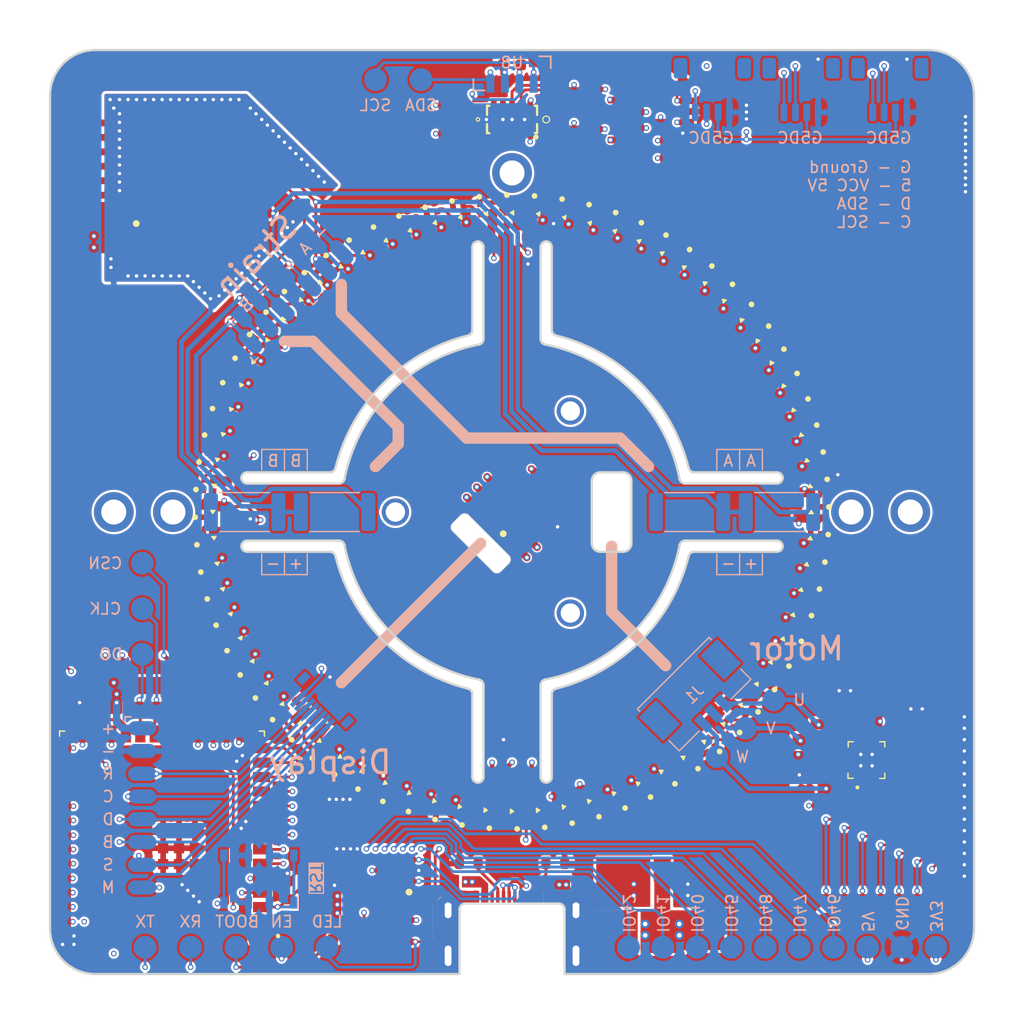
<source format=kicad_pcb>
(kicad_pcb (version 20221018) (generator pcbnew)
  (layers (0 "F.Cu" signal) (1 "In1.Cu" signal) (2 "In2.Cu" signal) (31 "B.Cu" signal) (34 "B.Paste" user) (35 "F.Paste" user) (36 "B.SilkS" user "B.Silkscreen") (37 "F.SilkS" user "F.Silkscreen") (38 "B.Mask" user) (39 "F.Mask" user) (44 "Edge.Cuts" user))
  (property "COMMIT_DATE_LONG" "YYYY-MM-DD HH:MM:SS TZ")
  (property "COMMIT_HASH" "deadbeef")
  (property "RELEASE_VERSION" "v#.#")
  (net 0 "")
  (net 1 "GND")
  (net 2 "Net-(U5-VCP)")
  (net 3 "Net-(U5-1V8OUT)")
  (net 4 "Net-(U4-VBG)")
  (net 5 "Net-(U4-INA+)")
  (net 6 "Net-(U4-INA-)")
  (net 7 "/USB_CC1")
  (net 8 "/USB_D-")
  (net 9 "/USB_D+")
  (net 10 "/USB_CC2")
  (net 11 "/STRAIN_E+")
  (net 12 "Net-(J1-Pin_1)")
  (net 13 "Net-(J1-Pin_2)")
  (net 14 "Net-(J1-Pin_3)")
  (net 17 "/STRAIN_S-")
  (net 18 "/STRAIN_S+")
  (net 19 "/ESP32_EN")
  (net 20 "/ESP32_BOOT")
  (net 21 "/USB_SERIAL_RXI")
  (net 22 "/USB_SERIAL_TXO")
  (net 23 "/LED_DATA_5V")
  (net 24 "/LCD_CMD")
  (net 25 "/LCD_CS")
  (net 26 "/LCD_BACKLIGHT")
  (net 27 "/LCD_DATA")
  (net 28 "/LCD_SCK")
  (net 29 "/LCD_RST")
  (net 30 "/MAG_DO")
  (net 31 "/MAG_CLK")
  (net 32 "/MAG_CSN")
  (net 33 "/STRAIN_DO")
  (net 34 "/STRAIN_SCK")
  (net 35 "/TMC_UH")
  (net 36 "/TMC_VH")
  (net 37 "/TMC_WH")
  (net 38 "/TMC_UL")
  (net 39 "/TMC_WL")
  (net 40 "/TMC_VL")
  (net 41 "/TMC_DIAG")
  (net 42 "/LED_DATA_3V3")
  (net 43 "GNDA")
  (net 44 "Net-(Q1-C)")
  (net 53 "Net-(Q1-B)")
  (net 54 "Net-(U4-VFB)")
  (net 61 "+5V")
  (net 62 "+3V3")
  (net 64 "Net-(D10-DIN)")
  (net 65 "Net-(D10-DOUT)")
  (net 66 "Net-(D11-DOUT)")
  (net 67 "Net-(D12-DOUT)")
  (net 68 "Net-(D13-DOUT)")
  (net 69 "Net-(D14-DOUT)")
  (net 70 "Net-(D15-DOUT)")
  (net 71 "Net-(D16-DOUT)")
  (net 72 "Net-(D17-DOUT)")
  (net 73 "Net-(D18-DOUT)")
  (net 74 "Net-(D19-DOUT)")
  (net 75 "Net-(D20-DOUT)")
  (net 76 "Net-(D21-DOUT)")
  (net 77 "Net-(D22-DOUT)")
  (net 78 "Net-(D23-DOUT)")
  (net 79 "Net-(D24-DOUT)")
  (net 80 "Net-(D25-DOUT)")
  (net 81 "Net-(D26-DOUT)")
  (net 82 "Net-(D27-DOUT)")
  (net 83 "Net-(D28-DOUT)")
  (net 84 "Net-(D29-DOUT)")
  (net 85 "Net-(D30-DOUT)")
  (net 86 "Net-(D31-DOUT)")
  (net 87 "Net-(D32-DOUT)")
  (net 88 "Net-(D33-DOUT)")
  (net 89 "Net-(D34-DOUT)")
  (net 90 "Net-(D35-DOUT)")
  (net 91 "Net-(D36-DOUT)")
  (net 92 "Net-(D37-DOUT)")
  (net 93 "Net-(D38-DOUT)")
  (net 94 "Net-(D39-DOUT)")
  (net 95 "Net-(D40-DOUT)")
  (net 96 "Net-(D41-DOUT)")
  (net 97 "Net-(D42-DIN)")
  (net 98 "Net-(D42-DOUT)")
  (net 99 "Net-(D43-DIN)")
  (net 100 "Net-(D43-DOUT)")
  (net 101 "Net-(D44-DIN)")
  (net 102 "Net-(D44-DOUT)")
  (net 103 "Net-(D45-DOUT)")
  (net 104 "Net-(D46-DOUT)")
  (net 105 "Net-(D47-DOUT)")
  (net 106 "Net-(D48-DOUT)")
  (net 107 "Net-(D49-DOUT)")
  (net 108 "Net-(D50-DOUT)")
  (net 109 "Net-(D51-DOUT)")
  (net 110 "Net-(D52-DOUT)")
  (net 111 "Net-(D53-DOUT)")
  (net 112 "Net-(D54-DOUT)")
  (net 113 "Net-(D55-DOUT)")
  (net 114 "Net-(D56-DOUT)")
  (net 115 "Net-(D57-DOUT)")
  (net 116 "Net-(D58-DOUT)")
  (net 117 "Net-(D59-DOUT)")
  (net 118 "Net-(D60-DOUT)")
  (net 119 "Net-(D61-DOUT)")
  (net 120 "Net-(D62-DOUT)")
  (net 121 "Net-(D63-DOUT)")
  (net 122 "Net-(D64-DOUT)")
  (net 123 "Net-(D65-DOUT)")
  (net 124 "Net-(D66-DOUT)")
  (net 125 "Net-(D67-DOUT)")
  (net 126 "Net-(D68-DOUT)")
  (net 127 "Net-(D72-DOUT)")
  (net 128 "Net-(D73-DOUT)")
  (net 129 "Net-(D74-DOUT)")
  (net 130 "Net-(D75-DOUT)")
  (net 131 "Net-(D76-DOUT)")
  (net 132 "Net-(D77-DOUT)")
  (net 133 "Net-(D78-DOUT)")
  (net 134 "Net-(D79-DOUT)")
  (net 137 "/ESP_USB_D+")
  (net 138 "/ESP_USB_D-")
  (net 139 "SDA")
  (net 140 "SCL")
  (net 142 "+2V8")
  (net 143 "SCL_2.8")
  (net 144 "SDA_2.8")
  (net 145 "Net-(U3-XSHUT)")
  (net 146 "Net-(U3-GPIO1)")
  (net 148 "Net-(U10-IO40)")
  (net 149 "Net-(U10-IO41)")
  (net 150 "Net-(U10-IO42)")
  (net 151 "Net-(U10-IO45)")
  (net 152 "Net-(U10-IO46)")
  (net 153 "Net-(U10-IO47)")
  (net 154 "Net-(U10-IO48)")
  (footprint "Holes:MountingHole_M1.6" (layer "F.Cu") (at 105.125427 91.1225)
    (fp_text reference "H3" hide)
    (fp_text value "MotorHole")
  )
  (footprint "Holes:MountingHole_M1.6" (layer "F.Cu") (at 105.125427 108.877499)
    (fp_text reference "H1" hide)
    (fp_text value "MotorHole")
  )
  (footprint "Holes:MountingHole_M1.6" (layer "F.Cu") (at 89.749146 100)
    (fp_text reference "H2" hide)
    (fp_text value "MotorHole")
  )
  (footprint "Holes:MountingHole_2.2mm_M2_ISO7380_Pad_NonVirtual" (layer "F.Cu") (at 70.2 100)
    (fp_text reference "H5" hide)
    (fp_text value "MountHole")
  )
  (footprint "Holes:MountingHole_2.2mm_M2_ISO7380_Pad_NonVirtual" (layer "F.Cu") (at 100 70.2)
    (fp_text reference "H6" hide)
    (fp_text value "MountHole")
  )
  (footprint "Holes:MountingHole_2.2mm_M2_ISO7380_Pad_NonVirtual" (layer "F.Cu") (at 129.8 100)
    (fp_text reference "H7" hide)
    (fp_text value "MountHole")
  )
  (footprint "GCT_USB:USB4510_NoPaste" (layer "F.Cu") (at 100 140.6)
    (fp_text reference "J2")
    (fp_text value "USB_C_Receptacle_USB2.0")
    (fp_line (start -4.62 0) (end -4.62 -5.7) (stroke (width 0.2)) (layer "Edge.Cuts"))
    (fp_line (start -4.12 -6.2) (end 4.12 -6.2) (stroke (width 0.2)) (layer "Edge.Cuts"))
    (fp_line (start 4.62 0) (end 4.62 -5.7) (stroke (width 0.2)) (layer "Edge.Cuts"))
    (fp_arc (start -4.62 -5.7) (mid -4.473553 -6.053553) (end -4.12 -6.2) (stroke (width 0.2)) (layer "Edge.Cuts"))
    (fp_arc (start 4.12 -6.2) (mid 4.473553 -6.053553) (end 4.62 -5.7) (stroke (width 0.2)) (layer "Edge.Cuts"))
  )
  (footprint "cleaned footprints:R_0603_1608Metric" (layer "F.Cu") (at 96.2 130.9 180)
    (fp_text reference "R1" hide)
    (fp_text value "5.1k" hide)
  )
  (footprint "cleaned footprints:R_0603_1608Metric" (layer "F.Cu") (at 103.8 130.9)
    (fp_text reference "R2" hide)
    (fp_text value "5.1k" hide)
  )
  (footprint "cleaned footprints:C_0603_1608Metric" (layer "F.Cu") (at 83.8 133.225 90)
    (fp_text reference "C11" hide)
    (fp_text value "0.1uF")
  )
  (footprint "cleaned footprints:C_0805_2012Metric" (layer "F.Cu") (at 124.15 122.3 -90)
    (fp_text reference "C13" hide)
    (fp_text value "22uF" hide)
  )
  (footprint "cleaned footprints:C_0603_1608Metric" (layer "F.Cu") (at 126.15 122.3 -90)
    (fp_text reference "C14" hide)
    (fp_text value "0.1uF")
  )
  (footprint "cleaned footprints:C_0603_1608Metric" (layer "F.Cu") (at 127.6 125.8)
    (fp_text reference "C15" hide)
    (fp_text value "0.1uF")
  )
  (footprint "cleaned footprints:C_0805_2012Metric" (layer "F.Cu") (at 67.175 77.25 -90)
    (fp_text reference "C16" hide)
    (fp_text value "10uF" hide)
  )
  (footprint "cleaned footprints:C_0603_1608Metric" (layer "F.Cu") (at 132.85 117.3)
    (fp_text reference "C17" hide)
    (fp_text value "0.1uF")
  )
  (footprint "cleaned footprints:C_0805_2012Metric" (layer "F.Cu") (at 78.175 72.75 90)
    (fp_text reference "C18" hide)
    (fp_text value "10uF" hide)
  )
  (footprint "cleaned footprints:C_0603_1608Metric" (layer "F.Cu") (at 71.675 68.75 180)
    (fp_text reference "C22" hide)
    (fp_text value "0.1uF")
  )
  (footprint "cleaned footprints:SOT-23" (layer "F.Cu") (at 72.175 76.25)
    (fp_text reference "Q1" hide)
    (fp_text value "MMBT4403" hide)
  )
  (footprint "cleaned footprints:R_0603_1608Metric" (layer "F.Cu") (at 71.675 70.25)
    (fp_text reference "R4" hide)
    (fp_text value "8.2k" hide)
  )
  (footprint "cleaned footprints:R_0603_1608Metric" (layer "F.Cu") (at 73.675 66.75)
    (fp_text reference "R5" hide)
    (fp_text value "100" hide)
  )
  (footprint "cleaned footprints:C_0805_2012Metric" (layer "F.Cu") (at 63.5 116.75 180)
    (fp_text reference "C26" hide)
    (fp_text value "10uF" hide)
  )
  (footprint "cleaned footprints:C_0603_1608Metric" (layer "F.Cu") (at 69.175 77.25 -90)
    (fp_text reference "C12" hide)
    (fp_text value "0.1uF")
  )
  (footprint "cleaned footprints:SOT-23-5" (layer "F.Cu") (at 89.6125 136.81)
    (fp_text reference "U7" hide)
    (fp_text value "SN74LV1T34DBV" hide)
  )
  (footprint "cleaned footprints:L_0805_2012Metric" (layer "F.Cu") (at 74.425 72.75 -90)
    (fp_text reference "L1" hide)
    (fp_text value "3.3uH" hide)
  )
  (footprint "cleaned footprints:QFN-20-1EP_3x3mm_P0.4mm_EP1.65x1.65mm_ThermalVias_LargerViaHoles" (layer "F.Cu") (at 131.15 121.8 90)
    (fp_text reference "U5" hide)
    (fp_text value "TMC6300" hide)
  )
  (footprint "cleaned footprints:C_0603_1608Metric" (layer "F.Cu") (at 100 60.7 180)
    (fp_text reference "C27" hide)
    (fp_text value "0.1uF")
  )
  (footprint "cleaned footprints:C_0603_1608Metric" (layer "F.Cu") (at 129 117.3 180)
    (fp_text reference "C21" hide)
    (fp_text value "0.1uF")
  )
  (footprint "cleaned footprints:R_0603_1608Metric" (layer "F.Cu") (at 68.75 116.25 90)
    (fp_text reference "R16" hide)
    (fp_text value "2.2k" hide)
  )
  (footprint "cleaned footprints:SOIC-8_3.9x4.9mm_P1.27mm" (layer "F.Cu") (at 100 100 135)
    (fp_text reference "U1" hide)
    (fp_text value "MT6701-CT" hide)
  )
  (footprint "Capacitor_SMD:C_0603_1608Metric" (layer "F.Cu") (at 102.75 97.25 -45)
    (fp_text reference "C20" hide)
    (fp_text value "0.1uF" hide)
  )
  (footprint "cleaned footprints:C_0402_1005Metric" (layer "F.Cu") (at 89.6125 134.41 180)
    (fp_text reference "C29" hide)
    (fp_text value "0.1uF" hide)
  )
  (footprint "cleaned footprints:R_0603_1608Metric" (layer "F.Cu") (at 67.25 116.25 -90)
    (fp_text reference "R15" hide)
    (fp_text value "2.2k" hide)
  )
  (footprint "cleaned footprints:R_0603_1608Metric" (layer "F.Cu") (at 64.249997 114.074999 90)
    (fp_text reference "R14" hide)
    (fp_text value "2.2k" hide)
  )
  (footprint "cleaned footprints:R_0603_1608Metric" (layer "F.Cu") (at 65.75 114.074998 90)
    (fp_text reference "R13" hide)
    (fp_text value "2.2k" hide)
  )
  (footprint "cleaned footprints:SOIC-16_3.9x9.9mm_P1.27mm" (layer "F.Cu") (at 66.175 70.25 180)
    (fp_text reference "U4" hide)
    (fp_text value "HX711" hide)
  )
  (footprint "cleaned footprints:R_0603_1608Metric" (layer "F.Cu") (at 73.675 65.25 180)
    (fp_text reference "R6" hide)
    (fp_text value "100" hide)
  )
  (footprint "cleaned footprints:C_0603_1608Metric" (layer "F.Cu") (at 76.175 72.75 90)
    (fp_text reference "C19" hide)
    (fp_text value "0.1uF")
  )
  (footprint "cleaned footprints:R_0603_1608Metric" (layer "F.Cu") (at 71.675 71.75 180)
    (fp_text reference "R3" hide)
    (fp_text value "10k" hide)
  )
  (footprint "cleaned footprints:C_0603_1608Metric" (layer "F.Cu") (at 71.175 65.75 -90)
    (fp_text reference "C23" hide)
    (fp_text value "0.1uF")
  )
  (footprint "cleaned footprints:R_0603_1608Metric" (layer "F.Cu") (at 127.6 134.8 -90)
    (fp_text reference "R7" hide)
    (fp_text value "10k" hide)
  )
  (footprint "cleaned footprints:R_0603_1608Metric" (layer "F.Cu") (at 129.2 134.8 -90)
    (fp_text reference "R8" hide)
    (fp_text value "10k" hide)
  )
  (footprint "cleaned footprints:R_0603_1608Metric" (layer "F.Cu") (at 135.6 134.8 -90)
    (fp_text reference "R12" hide)
    (fp_text value "10k" hide)
  )
  (footprint "cleaned footprints:R_0603_1608Metric" (layer "F.Cu") (at 130.8 134.8 -90)
    (fp_text reference "R9" hide)
    (fp_text value "10k" hide)
  )
  (footprint "cleaned footprints:R_0603_1608Metric" (layer "F.Cu") (at 132.4 134.8 -90)
    (fp_text reference "R10" hide)
    (fp_text value "10k" hide)
  )
  (footprint "cleaned footprints:R_0603_1608Metric" (layer "F.Cu") (at 134 134.8 -90)
    (fp_text reference "R11" hide)
    (fp_text value "10k" hide)
  )
  (footprint "cleaned footprints:R_0603_1608Metric" (layer "F.Cu") (at 82 133.25 90)
    (fp_text reference "R17" hide)
    (fp_text value "10k" hide)
  )
  (footprint "cleaned footprints:C_0603_1608Metric" (layer "F.Cu") (at 80.25 133.25 90)
    (fp_text reference "C28" hide)
    (fp_text value "1uF")
  )
  (footprint "cleaned footprints:C_0603_1608Metric" (layer "F.Cu") (at 80.25 136.75 -90)
    (fp_text reference "C25" hide)
    (fp_text value "0.1uF")
  )
  (footprint "cleaned footprints:C_0805_2012Metric" (layer "F.Cu") (at 117.899999 134.699999 90)
    (fp_text reference "C10" hide)
    (fp_text value "10uF" hide)
  )
  (footprint "cleaned footprints:C_0805_2012Metric" (layer "F.Cu") (at 108.499999 134.700001 -90)
    (fp_text reference "C9" hide)
    (fp_text value "10uF" hide)
  )
  (footprint "BOM_Only:bom_only_no_pin" (layer "F.Cu") (at 120.4 71.8)
    (fp_text reference "Z6")
    (fp_text value "RotorScrew (BOM-only)")
  )
  (footprint "BOM_Only:bom_only_no_pin" (layer "F.Cu") (at 121.9 71.8)
    (fp_text reference "Z7")
    (fp_text value "RotorScrew (BOM-only)")
  )
  (footprint "BOM_Only:bom_only_no_pin" (layer "F.Cu") (at 123.4 71.8)
    (fp_text reference "Z8")
    (fp_text value "RotorScrew (BOM-only)")
  )
  (footprint "BOM_Only:bom_only_no_pin" (layer "F.Cu") (at 120.4 71.8)
    (fp_text reference "Z9")
    (fp_text value "WatchGlass39.5mm")
  )
  (footprint "BOM_Only:bom_only_no_pin" (layer "F.Cu") (at 121.9 71.8)
    (fp_text reference "Z10")
    (fp_text value "BLDCMotor")
  )
  (footprint "Holes:MountingHole_2.2mm_M2_ISO7380_Pad_NonVirtual" (layer "F.Cu") (at 135 100)
    (fp_text reference "H8" hide)
    (fp_text value "AlignmentHole")
  )
  (footprint "Holes:MountingHole_2.2mm_M2_ISO7380_Pad_NonVirtual" (layer "F.Cu") (at 65 100)
    (fp_text reference "H9" hide)
    (fp_text value "AlignmentHole")
  )
  (footprint "cleaned footprints:C_0805_2012Metric" (layer "F.Cu") (at 82.25 136.75 -90)
    (fp_text reference "C24" hide)
    (fp_text value "10uF" hide)
  )
  (footprint "cleaned footprints:C_0402_1005Metric" (layer "F.Cu") (at 79.35 114.46 -55)
    (fp_text reference "C97" hide)
    (fp_text value "0.1uF" hide)
  )
  (footprint "cleaned footprints:SOT-23-5" (layer "F.Cu") (at 114.1875 64.8 180)
    (fp_text reference "U6" hide)
    (fp_text value "LP5907MFX-2.8" hide)
  )
  (footprint "cleaned footprints:LED_SK6812_EC15_1.5x1.5mm" (layer "F.Cu") (at 95.355018 73.658693 10)
    (fp_text reference "D49" hide)
    (fp_text value "SK6812")
  )
  (footprint "cleaned footprints:C_0402_1005Metric" (layer "F.Cu") (at 82.18 117.82 -45)
    (fp_text reference "C98" hide)
    (fp_text value "0.1uF" hide)
  )
  (footprint "cleaned footprints:LED_SK6812_EC15_1.5x1.5mm" (layer "F.Cu") (at 117.2 79.51 -40)
    (fp_text reference "D58" hide)
    (fp_text value "SK6812")
  )
  (footprint "cleaned footprints:LED_SK6812_EC15_1.5x1.5mm" (layer "F.Cu") (at 99.999997 73.249997)
    (fp_text reference "D57" hide)
    (fp_text value "SK6812")
  )
  (footprint "cleaned footprints:LED_SK6812_EC15_1.5x1.5mm" (layer "F.Cu") (at 97.650001 126.650882 175)
    (fp_text reference "D10" hide)
    (fp_text value "SK6812")
  )
  (footprint "cleaned footprints:LED_SK6812_EC15_1.5x1.5mm" (layer "F.Cu") (at 120.49 82.8 -50)
    (fp_text reference "D66" hide)
    (fp_text value "SK6812")
  )
  (footprint "cleaned footprints:LED_SK6812_EC15_1.5x1.5mm" (layer "F.Cu") (at 76.83915 113.374149 120)
    (fp_text reference "D21" hide)
    (fp_text value "SK6812")
  )
  (footprint "cleaned footprints:LED_SK6812_EC15_1.5x1.5mm" (layer "F.Cu") (at 90.848948 74.863228 20)
    (fp_text reference "D41" hide)
    (fp_text value "SK6812")
  )
  (footprint "cleaned footprints:C_0402_1005Metric" (layer "F.Cu") (at 91.37 76.31 -160)
    (fp_text reference "C47" hide)
    (fp_text value "0.1uF" hide)
  )
  (footprint "view_custom:fpc_wire_hole_6mm" (layer "F.Cu") (at 97.25 102.75 -45)
    (fp_text reference "REF**" hide)
    (fp_text value "fpc_wire_hole_6mm" hide)
    (fp_line (start -3 -0.5) (end -3 0.5) (stroke (width 0.05)) (layer "Edge.Cuts"))
    (fp_line (start -2.5 -1) (end 2.5 -1) (stroke (width 0.05)) (layer "Edge.Cuts"))
    (fp_line (start -2.5 1) (end 2.5 1) (stroke (width 0.05)) (layer "Edge.Cuts"))
    (fp_line (start 3 -0.5) (end 3 0.5) (stroke (width 0.05)) (layer "Edge.Cuts"))
    (fp_arc (start -3 -0.5) (mid -2.853553 -0.853553) (end -2.5 -1) (stroke (width 0.05)) (layer "Edge.Cuts"))
    (fp_arc (start -2.5 1) (mid -2.853553 0.853553) (end -3 0.5) (stroke (width 0.05)) (layer "Edge.Cuts"))
    (fp_arc (start 2.5 -1) (mid 2.853553 -0.853554) (end 3 -0.5) (stroke (width 0.05)) (layer "Edge.Cuts"))
    (fp_arc (start 3 0.5) (mid 2.853554 0.853553) (end 2.5 1) (stroke (width 0.05)) (layer "Edge.Cuts"))
  )
  (footprint "cleaned footprints:LED_SK6812_EC15_1.5x1.5mm" (layer "F.Cu") (at 121.91 115.34 -125)
    (fp_text reference "D64" hide)
    (fp_text value "SK6812")
  )
  (footprint "cleaned footprints:C_0402_1005Metric" (layer "F.Cu") (at 75.64 106.53 -75)
    (fp_text reference "C95" hide)
    (fp_text value "0.1uF" hide)
  )
  (footprint "cleaned footprints:C_0402_1005Metric" (layer "F.Cu") (at 76.31 108.62 -70)
    (fp_text reference "C61" hide)
    (fp_text value "0.1uF" hide)
  )
  (footprint "smd_clean:R_0603_1608Metric" (layer "F.Cu") (at 94.75 64.25 180)
    (fp_text reference "R25" hide)
    (fp_text value "10K" hide)
  )
  (footprint "cleaned footprints:LED_SK6812_EC15_1.5x1.5mm" (layer "F.Cu") (at 104.65 126.34 -170)
    (fp_text reference "D79" hide)
    (fp_text value "SK6812")
  )
  (footprint "smd_clean:SOT-23" (layer "F.Cu") (at 108.1875 63.8)
    (fp_text reference "Q3" hide)
    (fp_text value "BSS138" hide)
  )
  (footprint "cleaned footprints:LED_SK6812_EC15_1.5x1.5mm" (layer "F.Cu") (at 125.84 106.92 -105)
    (fp_text reference "D48" hide)
    (fp_text value "SK6812")
  )
  (footprint "cleaned footprints:LED_SK6812_EC15_1.5x1.5mm" (layer "F.Cu") (at 125.832386 93.074811 -75)
    (fp_text reference "D55" hide)
    (fp_text value "SK6812")
  )
  (footprint "cleaned footprints:C_0402_1005Metric" (layer "F.Cu") (at 89.35 122.84 -25)
    (fp_text reference "C100" hide)
    (fp_text value "0.1uF" hide)
  )
  (footprint "cleaned footprints:C_0402_1005Metric" (layer "F.Cu") (at 119.31 83.8 130)
    (fp_text reference "C42" hide)
    (fp_text value "0.1uF" hide)
  )
  (footprint "cleaned footprints:C_0402_1005Metric" (layer "F.Cu") (at 82.18 82.19 -135)
    (fp_text reference "C81" hide)
    (fp_text value "0.1uF" hide)
  )
  (footprint "cleaned footprints:C_0402_1005Metric" (layer "F.Cu") (at 110.65 77.16 155)
    (fp_text reference "C66" hide)
    (fp_text value "0.1uF" hide)
  )
  (footprint "cleaned footprints:LED_SK6812_EC15_1.5x1.5mm" (layer "F.Cu") (at 124.243264 88.691864 -65)
    (fp_text reference "D47" hide)
    (fp_text value "SK6812")
  )
  (footprint "cleaned footprints:LED_SK6812_EC15_1.5x1.5mm" (layer "F.Cu") (at 73.653684 95.352259 80)
    (fp_text reference "D29" hide)
    (fp_text value "SK6812")
  )
  (footprint "cleaned footprints:C_0402_1005Metric" (layer "F.Cu") (at 112.6 78.17 150)
    (fp_text reference "C38" hide)
    (fp_text value "0.1uF" hide)
  )
  (footprint "cleaned footprints:LED_SK6812_EC15_1.5x1.5mm" (layer "F.Cu") (at 75.762339 111.308018 115)
    (fp_text reference "D22" hide)
    (fp_text value "SK6812")
  )
  (footprint "cleaned footprints:C_0402_1005Metric" (layer "F.Cu") (at 114.47 120.66 35)
    (fp_text reference "C39" hide)
    (fp_text value "0.1uF" hide)
  )
  (footprint "cleaned footprints:C_0402_1005Metric" (layer "F.Cu") (at 75.65 93.48 -105)
    (fp_text reference "C90" hide)
    (fp_text value "0.1uF" hide)
  )
  (footprint "cleaned footprints:LED_SK6812_EC15_1.5x1.5mm" (layer "F.Cu") (at 106.92 74.16 -15)
    (fp_text reference "D69" hide)
    (fp_text value "SK6812")
  )
  (footprint "cleaned footprints:C_0402_1005Metric" (layer "F.Cu") (at 104.38 75.17 170)
    (fp_text reference "C72" hide)
    (fp_text value "0.1uF" hide)
  )
  (footprint "cleaned footprints:C_0402_1005Metric" (layer "F.Cu") (at 83.8 119.31 -40)
    (fp_text reference "C68" hide)
    (fp_text value "0.1uF" hide)
  )
  (footprint "cleaned footprints:LED_SK6812_EC15_1.5x1.5mm" (layer "F.Cu") (at 121.91 84.66 -55)
    (fp_text reference "D70" hide)
    (fp_text value "SK6812")
  )
  (footprint "cleaned footprints:C_0402_1005Metric" (layer "F.Cu") (at 102.2 125.12 5)
    (fp_text reference "C76" hide)
    (fp_text value "0.1uF" hide)
  )
  (footprint "cleaned footprints:C_0402_1005Metric" (layer "F.Cu") (at 125.11 102.2 85)
    (fp_text reference "C8" hide)
    (fp_text value "0.1uF" hide)
  )
  (footprint "cleaned footprints:LED_SK6812_EC15_1.5x1.5mm" (layer "F.Cu") (at 84.66 121.91 145)
    (fp_text reference "D16" hide)
    (fp_text value "SK6812")
  )
  (footprint "cleaned footprints:LED_SK6812_EC15_1.5x1.5mm" (layer "F.Cu") (at 73.25 100 90)
    (fp_text reference "D27" hide)
    (fp_text value "SK6812")
  )
  (footprint "cleaned footprints:LED_SK6812_EC15_1.5x1.5mm" (layer "F.Cu") (at 82.81 120.49 140)
    (fp_text reference "D17" hide)
    (fp_text value "SK6812")
  )
  (footprint "cleaned footprints:LED_SK6812_EC15_1.5x1.5mm" (layer "F.Cu") (at 126.336316 104.647741 -100)
    (fp_text reference "D44" hide)
    (fp_text value "SK6812")
  )
  (footprint "cleaned footprints:C_0402_1005Metric" (layer "F.Cu") (at 116.2 80.69 140)
    (fp_text reference "C40" hide)
    (fp_text value "0.1uF" hide)
  )
  (footprint "smd_clean:C_0603_1608Metric" (layer "F.Cu") (at 114.2375 68.899995 180)
    (fp_text reference "C84" hide)
    (fp_text value "100nF" hide)
  )
  (footprint "cleaned footprints:C_0402_1005Metric" (layer "F.Cu") (at 108.62 76.31 160)
    (fp_text reference "C37" hide)
    (fp_text value "0.1uF" hide)
  )
  (footprint "cleaned footprints:LED_SK6812_EC15_1.5x1.5mm" (layer "F.Cu") (at 93.08 125.84 165)
    (fp_text reference "D12" hide)
    (fp_text value "SK6812")
  )
  (footprint "cleaned footprints:C_0402_1005Metric" (layer "F.Cu") (at 74.89 102.2 -85)
    (fp_text reference "C59" hide)
    (fp_text value "0.1uF" hide)
  )
  (footprint "cleaned footprints:LED_SK6812_EC15_1.5x1.5mm" (layer "F.Cu") (at 120.49 117.2 -130)
    (fp_text reference "D68" hide)
    (fp_text value "SK6812")
  )
  (footprint "cleaned footprints:LED_SK6812_EC15_1.5x1.5mm" (layer "F.Cu") (at 73.352492 97.669068 85)
    (fp_text reference "D28" hide)
    (fp_text value "SK6812")
  )
  (footprint "cleaned footprints:LED_SK6812_EC15_1.5x1.5mm" (layer "F.Cu") (at 86.62 123.17 150)
    (fp_text reference "D15" hide)
    (fp_text value "SK6812")
  )
  (footprint "cleaned footprints:C_0402_1005Metric" (layer "F.Cu") (at 116.202299 119.308538 40)
    (fp_text reference "C3" hide)
    (fp_text value "0.1uF" hide)
  )
  (footprint "cleaned footprints:C_0402_1005Metric" (layer "F.Cu") (at 95.62 124.82 -10)
    (fp_text reference "C75" hide)
    (fp_text value "0.1uF" hide)
  )
  (footprint "cleaned footprints:LED_SK6812_EC15_1.5x1.5mm" (layer "F.Cu") (at 111.31 75.76 -25)
    (fp_text reference "D46" hide)
    (fp_text value "SK6812")
  )
  (footprint "smd_clean:R_0603_1608Metric" (layer "F.Cu") (at 105.45 67.25 90)
    (fp_text reference "R23" hide)
    (fp_text value "10K" hide)
  )
  (footprint "cleaned footprints:C_0402_1005Metric" (layer "F.Cu") (at 121.82 87.4 120)
    (fp_text reference "C44" hide)
    (fp_text value "0.1uF" hide)
  )
  (footprint "cleaned footprints:LED_SK6812_EC15_1.5x1.5mm" (layer "F.Cu") (at 78.09 115.34 125)
    (fp_text reference "D20" hide)
    (fp_text value "SK6812")
  )
  (footprint "cleaned footprints:LED_SK6812_EC15_1.5x1.5mm" (layer "F.Cu") (at 74.161802 106.921136 105)
    (fp_text reference "D24" hide)
    (fp_text value "SK6812")
  )
  (footprint "cleaned footprints:LED_SK6812_EC15_1.5x1.5mm" (layer "F.Cu") (at 115.34 78.09 -35)
    (fp_text reference "D54" hide)
    (fp_text value "SK6812")
  )
  (footprint "cleaned footprints:C_0402_1005Metric" (layer "F.Cu") (at 74.9 97.81 -95)
    (fp_text reference "C58" hide)
    (fp_text value "0.1uF" hide)
  )
  (footprint "cleaned footprints:LED_SK6812_EC15_1.5x1.5mm" (layer "F.Cu") (at 118.91 81.08 -45)
    (fp_text reference "D62" hide)
    (fp_text value "SK6812")
  )
  (footprint "cleaned footprints:LED_SK6812_EC15_1.5x1.5mm" (layer "F.Cu") (at 117.19 120.49 -140)
    (fp_text reference "D73" hide)
    (fp_text value "SK6812")
  )
  (footprint "smd_clean:LGA12_1" (layer "F.Cu") (at 100 65.5 180)
    (fp_text reference "U3" hide)
    (fp_text value "VL53L0CXV0DH_1" hide)
  )
  (footprint "cleaned footprints:LED_SK6812_EC15_1.5x1.5mm" (layer "F.Cu") (at 123.165289 86.625289 -60)
    (fp_text reference "D43" hide)
    (fp_text value "SK6812")
  )
  (footprint "cleaned footprints:LED_SK6812_EC15_1.5x1.5mm" (layer "F.Cu") (at 126.74 100 -90)
    (fp_text reference "D67" hide)
    (fp_text value "SK6812")
  )
  (footprint "smd_clean:R_0603_1608Metric" (layer "F.Cu") (at 111.15 64 -90)
    (fp_text reference "R27" hide)
    (fp_text value "10K" hide)
  )
  (footprint "cleaned footprints:C_0402_1005Metric" (layer "F.Cu") (at 108.62 123.69 20)
    (fp_text reference "C1" hide)
    (fp_text value "0.1uF" hide)
  )
  (footprint "cleaned footprints:C_0402_1005Metric" (layer "F.Cu") (at 78.18 87.4 -120)
    (fp_text reference "C54" hide)
    (fp_text value "0.1uF" hide)
  )
  (footprint "cleaned footprints:C_0402_1005Metric" (layer "F.Cu") (at 75.17 95.62 -100)
    (fp_text reference "C92" hide)
    (fp_text value "0.1uF" hide)
  )
  (footprint "cleaned footprints:LED_SK6812_EC15_1.5x1.5mm" (layer "F.Cu") (at 113.37415 123.160848 -150)
    (fp_text reference "D75" hide)
    (fp_text value "SK6812")
  )
  (footprint "cleaned footprints:LED_SK6812_EC15_1.5x1.5mm" (layer "F.Cu") (at 74.87 109.15 110)
    (fp_text reference "D23" hide)
    (fp_text value "SK6812")
  )
  (footprint "cleaned footprints:LED_SK6812_EC15_1.5x1.5mm" (layer "F.Cu") (at 102.33 126.65 -175)
    (fp_text reference "D80" hide)
    (fp_text value "SK6812")
  )
  (footprint "smd_clean:SOT-23-6" (layer "F.Cu") (at 89.75 131.5 180)
    (fp_text reference "U2" hide)
    (fp_text value "USBLC6-2SC6")
  )
  (footprint "cleaned footprints:LED_SK6812_EC15_1.5x1.5mm" (layer "F.Cu") (at 88.7 124.24 155)
    (fp_text reference "D14" hide)
    (fp_text value "SK6812")
  )
  (footprint "cleaned footprints:LED_SK6812_EC15_1.5x1.5mm" (layer "F.Cu") (at 78.093271 84.660509 55)
    (fp_text reference "D34" hide)
    (fp_text value "SK6812")
  )
  (footprint "cleaned footprints:C_0402_1005Metric" (layer "F.Cu") (at 77.16 89.35 -115)
    (fp_text reference "C88" hide)
    (fp_text value "0.1uF" hide)
  )
  (footprint "cleaned footprints:C_0402_1005Metric" (layer "F.Cu") (at 122.85 89.35 115)
    (fp_text reference "C57" hide)
    (fp_text value "0.1uF" hide)
  )
  (footprint "cleaned footprints:SOT-223-3_TabPin2_GndOutIn" (layer "F.Cu") (at 113.200002 134.6 -90)
    (fp_text reference "U9" hide)
    (fp_text value "TS1117BCW33_RPG" hide)
  )
  (footprint "cleaned footprints:C_0402_1005Metric" (layer "F.Cu") (at 75.173351 104.372708 -80)
    (fp_text reference "C94" hide)
    (fp_text value "0.1uF" hide)
  )
  (footprint "cleaned footprints:C_0402_1005Metric" (layer "F.Cu") (at 120.65 85.54 125)
    (fp_text reference "C63" hide)
    (fp_text value "0.1uF" hide)
  )
  (footprint "cleaned footprints:C_0402_1005Metric" (layer "F.Cu") (at 125.11 97.8 95)
    (fp_text reference "C11" hide)
    (fp_text value "0.1uF" hide)
  )
  (footprint "cleaned footprints:LED_SK6812_EC15_1.5x1.5mm" (layer "F.Cu") (at 79.51 82.8 50)
    (fp_text reference "D35" hide)
    (fp_text value "SK6812")
  )
  (footprint "cleaned footprints:LED_SK6812_EC15_1.5x1.5mm" (layer "F.Cu") (at 76.84 86.64 60)
    (fp_text reference "D33" hide)
    (fp_text value "SK6812")
  )
  (footprint "cleaned footprints:C_0402_1005Metric" (layer "F.Cu") (at 85.55 120.64 -35)
    (fp_text reference "C99" hide)
    (fp_text value "0.1uF" hide)
  )
  (footprint "cleaned footprints:C_0402_1005Metric" (layer "F.Cu") (at 95.62 75.18 -170)
    (fp_text reference "C74" hide)
    (fp_text value "0.1uF" hide)
  )
  (footprint "cleaned footprints:C_0402_1005Metric" (layer "F.Cu") (at 83.81 80.71 -140)
    (fp_text reference "C51" hide)
    (fp_text value "0.1uF" hide)
  )
  (footprint "cleaned footprints:LED_SK6812_EC15_1.5x1.5mm" (layer "F.Cu") (at 123.16 113.38 -120)
    (fp_text reference "D60" hide)
    (fp_text value "SK6812")
  )
  (footprint "cleaned footprints:C_0402_1005Metric" (layer "F.Cu") (at 74.8 100 -90)
    (fp_text reference "C60" hide)
    (fp_text value "0.1uF" hide)
  )
  (footprint "cleaned footprints:LED_SK6812_EC15_1.5x1.5mm" (layer "F.Cu") (at 88.697656 75.761982 25)
    (fp_text reference "D40" hide)
    (fp_text value "SK6812")
  )
  (footprint "cleaned footprints:LED_SK6812_EC15_1.5x1.5mm" (layer "F.Cu") (at 125.13 109.15 -110)
    (fp_text reference "D52" hide)
    (fp_text value "SK6812")
  )
  (footprint "cleaned footprints:C_0402_1005Metric" (layer "F.Cu") (at 110.66 122.86 25)
    (fp_text reference "C36" hide)
    (fp_text value "0.1uF" hide)
  )
  (footprint "cleaned footprints:C_0402_1005Metric" (layer "F.Cu") (at 77.16 110.65 -65)
    (fp_text reference "C96" hide)
    (fp_text value "0.1uF" hide)
  )
  (footprint "smd_clean:C_0603_1608Metric" (layer "F.Cu") (at 114.2375 67.35 180)
    (fp_text reference "C83" hide)
    (fp_text value "10uF" hide)
  )
  (footprint "smd_clean:R_0603_1608Metric" (layer "F.Cu") (at 105.4375 63.874998 90)
    (fp_text reference "R24" hide)
    (fp_text value "10K" hide)
  )
  (footprint "cleaned footprints:XCVR_ESP32S3WROOM1N8R8U" (layer "F.Cu") (at 69.235 132 180)
    (fp_text reference "U10" hide)
    (fp_text value "ESP32-S3-WROOM-1-N8R8" hide)
  )
  (footprint "cleaned footprints:LED_SK6812_EC15_1.5x1.5mm" (layer "F.Cu") (at 118.91 118.91 -135)
    (fp_text reference "D72" hide)
    (fp_text value "SK6812")
  )
  (footprint "cleaned footprints:C_0402_1005Metric" (layer "F.Cu") (at 124.82 104.38 80)
    (fp_text reference "C50" hide)
    (fp_text value "0.1uF" hide)
  )
  (footprint "cleaned footprints:C_0402_1005Metric" (layer "F.Cu") (at 122.84 110.65 65)
    (fp_text reference "C46" hide)
    (fp_text value "0.1uF" hide)
  )
  (footprint "cleaned footprints:LED_SK6812_EC15_1.5x1.5mm" (layer "F.Cu") (at 109.15 74.87 -20)
    (fp_text reference "D42" hide)
    (fp_text value "SK6812")
  )
  (footprint "cleaned footprints:LED_SK6812_EC15_1.5x1.5mm" (layer "F.Cu") (at 81.09 81.08 45)
    (fp_text reference "D36" hide)
    (fp_text value "SK6812")
  )
  (footprint "cleaned footprints:LED_SK6812_EC15_1.5x1.5mm" (layer "F.Cu") (at 100 126.75 180)
    (fp_text reference "D9" hide)
    (fp_text value "SK6812")
  )
  (footprint "cleaned footprints:C_0402_1005Metric" (layer "F.Cu") (at 87.4 121.82 -30)
    (fp_text reference "C69" hide)
    (fp_text value "0.1uF" hide)
  )
  (footprint "smd_clean:C_0603_1608Metric" (layer "F.Cu") (at 114.237501 62.25)
    (fp_text reference "C78" hide)
    (fp_text value "10uF" hide)
  )
  (footprint "cleaned footprints:C_0402_1005Metric" (layer "F.Cu") (at 119.3 116.2 50)
    (fp_text reference "C4" hide)
    (fp_text value "0.1uF" hide)
  )
  (footprint "cleaned footprints:LED_SK6812_EC15_1.5x1.5mm" (layer "F.Cu") (at 95.35 126.34 170)
    (fp_text reference "D11" hide)
    (fp_text value "SK6812")
  )
  (footprint "cleaned footprints:LED_SK6812_EC15_1.5x1.5mm" (layer "F.Cu") (at 113.37 76.84 -30)
    (fp_text reference "D50" hide)
    (fp_text value "SK6812")
  )
  (footprint "cleaned footprints:LED_SK6812_EC15_1.5x1.5mm" (layer "F.Cu") (at 73.657113 104.641014 100)
    (fp_text reference "D25" hide)
    (fp_text value "SK6812")
  )
  (footprint "cleaned footprints:LED_SK6812_EC15_1.5x1.5mm" (layer "F.Cu") (at 111.3 124.24 -155)
    (fp_text reference "D76" hide)
    (fp_text value "SK6812")
  )
  (footprint "cleaned footprints:LED_SK6812_EC15_1.5x1.5mm" (layer "F.Cu") (at 75.76 88.69 65)
    (fp_text reference "D32" hide)
    (fp_text value "SK6812")
  )
  (footprint "cleaned footprints:C_0402_1005Metric" (layer "F.Cu") (at 124.83 95.62 100)
    (fp_text reference "C55" hide)
    (fp_text value "0.1uF" hide)
  )
  (footprint "cleaned footprints:C_0402_1005Metric" (layer "F.Cu") (at 100 74.79 180)
    (fp_text reference "C35" hide)
    (fp_text value "0.1uF" hide)
  )
  (footprint "cleaned footprints:C_0402_1005Metric" (layer "F.Cu") (at 123.68 91.38 110)
    (fp_text reference "C45" hide)
    (fp_text value "0.1uF" hide)
  )
  (footprint "cleaned footprints:C_0402_1005Metric" (layer "F.Cu") (at 106.526355 75.645768 165)
    (fp_text reference "C71" hide)
    (fp_text value "0.1uF" hide)
  )
  (footprint "cleaned footprints:C_0402_1005Metric" (layer "F.Cu") (at 120.65 114.46 55)
    (fp_text reference "C43" hide)
    (fp_text value "0.1uF" hide)
  )
  (footprint "cleaned footprints:C_0402_1005Metric" (layer "F.Cu") (at 114.45 79.35 145)
    (fp_text reference "C65" hide)
    (fp_text value "0.1uF" hide)
  )
  (footprint "cleaned footprints:C_0402_1005Metric" (layer "F.Cu") (at 97.8 125.12 -5)
    (fp_text reference "C32" hide)
    (fp_text value "0.1uF" hide)
  )
  (footprint "cleaned footprints:LED_SK6812_EC15_1.5x1.5mm" (layer "F.Cu") (at 126.65 102.33 -95)
    (fp_text reference "D71" hide)
    (fp_text value "SK6812")
  )
  (footprint "cleaned footprints:LED_SK6812_EC15_1.5x1.5mm" (layer "F.Cu") (at 86.624704 76.835288 30)
    (fp_text reference "D39" hide)
    (fp_text value "SK6812")
  )
  (footprint "cleaned footprints:LED_SK6812_EC15_1.5x1.5mm" (layer "F.Cu") (at 104.65 73.66 -10)
    (fp_text reference "D65" hide)
    (fp_text value "SK6812")
  )
  (footprint "cleaned footprints:C_0402_1005Metric" (layer "F.Cu") (at 80.7 116.2 -50)
    (fp_text reference "C67" hide)
    (fp_text value "0.1uF" hide)
  )
  (footprint "cleaned footprints:C_0402_1005Metric" (layer "F.Cu") (at 117.82 117.82 45)
    (fp_text reference "C41" hide)
    (fp_text value "0.1uF" hide)
  )
  (footprint "cleaned footprints:LED_SK6812_EC15_1.5x1.5mm" (layer "F.Cu") (at 82.8 79.51 40)
    (fp_text reference "D37" hide)
    (fp_text value "SK6812")
  )
  (footprint "cleaned footprints:C_0402_1005Metric" (layer "F.Cu") (at 123.68 108.62 70)
    (fp_text reference "C6" hide)
    (fp_text value "0.1uF" hide)
  )
  (footprint "cleaned footprints:LED_SK6812_EC15_1.5x1.5mm" (layer "F.Cu") (at 74.863228 90.858952 70)
    (fp_text reference "D31" hide)
    (fp_text value "SK6812")
  )
  (footprint "cleaned footprints:LED_SK6812_EC15_1.5x1.5mm" (layer "F.Cu") (at 109.14 125.13 -160)
    (fp_text reference "D77" hide)
    (fp_text value "SK6812")
  )
  (footprint "cleaned footprints:C_0402_1005Metric" (layer "F.Cu") (at 102.2 74.88 175)
    (fp_text reference "C33" hide)
    (fp_text value "0.1uF" hide)
  )
  (footprint "cleaned footprints:LED_SK6812_EC15_1.5x1.5mm" (layer "F.Cu") (at 102.327505 73.350929 -5)
    (fp_text reference "D61" hide)
    (fp_text value "SK6812")
  )
  (footprint "cleaned footprints:C_0402_1005Metric" (layer "F.Cu") (at 121.83 112.6 60)
    (fp_text reference "C5" hide)
    (fp_text value "0.1uF" hide)
  )
  (footprint "cleaned footprints:LED_SK6812_EC15_1.5x1.5mm" (layer "F.Cu") (at 125.129878 90.852058 -70)
    (fp_text reference "D51" hide)
    (fp_text value "SK6812")
  )
  (footprint "cleaned footprints:C_0402_1005Metric" (layer "F.Cu") (at 124.34 106.52 75)
    (fp_text reference "C48" hide)
    (fp_text value "0.1uF" hide)
  )
  (footprint "cleaned footprints:LED_SK6812_EC15_1.5x1.5mm" (layer "F.Cu") (at 81.09 118.91 135)
    (fp_text reference "D18" hide)
    (fp_text value "SK6812")
  )
  (footprint "cleaned footprints:C_0402_1005Metric" (layer "F.Cu") (at 124.35 93.48 105)
    (fp_text reference "C53" hide)
    (fp_text value "0.1uF" hide)
  )
  (footprint "cleaned footprints:C_0402_1005Metric" (layer "F.Cu") (at 125.21 100 90)
    (fp_text reference "C7" hide)
    (fp_text value "0.1uF" hide)
  )
  (footprint "cleaned footprints:LED_SK6812_EC15_1.5x1.5mm" (layer "F.Cu") (at 90.85 125.13 160)
    (fp_text reference "D13" hide)
    (fp_text value "SK6812")
  )
  (footprint "cleaned footprints:C_0402_1005Metric" (layer "F.Cu") (at 76.32 91.38 -110)
    (fp_text reference "C56" hide)
    (fp_text value "0.1uF" hide)
  )
  (footprint "cleaned footprints:LED_SK6812_EC15_1.5x1.5mm" (layer "F.Cu") (at 106.92 125.83 -165)
    (fp_text reference "D78" hide)
    (fp_text value "SK6812")
  )
  (footprint "cleaned footprints:C_0402_1005Metric" (layer "F.Cu") (at 80.7 83.8 -130)
    (fp_text reference "C52" hide)
    (fp_text value "0.1uF" hide)
  )
  (footprint "smd_clean:R_0603_1608Metric" (layer "F.Cu") (at 111.15 67.075 90)
    (fp_text reference "R26" hide)
    (fp_text value "10K" hide)
  )
  (footprint "cleaned footprints:LED_SK6812_EC15_1.5x1.5mm" (layer "F.Cu") (at 73.36 102.33 95)
    (fp_text reference "D26" hide)
    (fp_text value "SK6812")
  )
  (footprint "cleaned footprints:C_0402_1005Metric" (layer "F.Cu") (at 91.38 123.68 -20)
    (fp_text reference "C70" hide)
    (fp_text value "0.1uF" hide)
  )
  (footprint "cleaned footprints:LED_SK6812_EC15_1.5x1.5mm" (layer "F.Cu") (at 84.660504 78.093272 35)
    (fp_text reference "D38" hide)
    (fp_text value "SK6812")
  )
  (footprint "cleaned footprints:C_0402_1005Metric" (layer "F.Cu") (at 97.8 74.89 -175)
    (fp_text reference "C31" hide)
    (fp_text value "0.1uF" hide)
  )
  (footprint "smd_clean:R_0603_1608Metric" (layer "F.Cu") (at 94.75 66.75 180)
    (fp_text reference "R22" hide)
    (fp_text value "10K" hide)
  )
  (footprint "cleaned footprints:C_0402_1005Metric" (layer "F.Cu") (at 104.38 124.83 10)
    (fp_text reference "C77" hide)
    (fp_text value "0.1uF" hide)
  )
  (footprint "cleaned footprints:C_0402_1005Metric" (layer "F.Cu") (at 78.17 112.61 -60)
    (fp_text reference "C62" hide)
    (fp_text value "0.1uF" hide)
  )
  (footprint "cleaned footprints:C_0402_1005Metric" (layer "F.Cu") (at 117.82 82.18 135)
    (fp_text reference "C64" hide)
    (fp_text value "0.1uF" hide)
  )
  (footprint "cleaned footprints:LED_SK6812_EC15_1.5x1.5mm" (layer "F.Cu") (at 115.34 121.91 -145)
    (fp_text reference "D74" hide)
    (fp_text value "SK6812")
  )
  (footprint "cleaned footprints:LED_SK6812_EC15_1.5x1.5mm" (layer "F.Cu") (at 124.24 111.3 -115)
    (fp_text reference "D56" hide)
    (fp_text value "SK6812")
  )
  (footprint "cleaned footprints:C_0402_1005Metric" (layer "F.Cu") (at 106.53 124.35 15)
    (fp_text reference "C34" hide)
    (fp_text value "0.1uF" hide)
  )
  (footprint "cleaned footprints:LED_SK6812_EC15_1.5x1.5mm" (layer "F.Cu") (at 74.16 93.08 75)
    (fp_text reference "D30" hide)
    (fp_text value "SK6812")
  )
  (footprint "cleaned footprints:LED_SK6812_EC15_1.5x1.5mm" (layer "F.Cu") (at 93.078194 74.158863 15)
    (fp_text reference "D45" hide)
    (fp_text value "SK6812")
  )
  (footprint "cleaned footprints:C_0402_1005Metric" (layer "F.Cu") (at 93.48 124.35 -15)
    (fp_text reference "C101" hide)
    (fp_text value "0.1uF" hide)
  )
  (footprint "cleaned footprints:C_0402_1005Metric" (layer "F.Cu") (at 112.61 121.84 30)
    (fp_text reference "C2" hide)
    (fp_text value "0.1uF" hide)
  )
  (footprint "cleaned footprints:C_0402_1005Metric" (layer "F.Cu") (at 85.54 79.36 -145)
    (fp_text reference "C80" hide)
    (fp_text value "0.1uF" hide)
  )
  (footprint "cleaned footprints:LED_SK6812_EC15_1.5x1.5mm" (layer "F.Cu") (at 126.64 97.67 -85)
    (fp_text reference "D63" hide)
    (fp_text value "SK6812")
  )
  (footprint "cleaned footprints:C_0402_1005Metric" (layer "F.Cu") (at 89.35 77.16 -155)
    (fp_text reference "C79" hide)
    (fp_text value "0.1uF" hide)
  )
  (footprint "cleaned footprints:C_0402_1005Metric" (layer "F.Cu") (at 100 125.21)
    (fp_text reference "C30" hide)
    (fp_text value "0.1uF" hide)
  )
  (footprint "cleaned footprints:R_0603_1608Metric" (layer "F.Cu") (at 84.25 136.675002 -90)
    (fp_text reference "R28" hide)
    (fp_text value "10k" hide)
  )
  (footprint "cleaned footprints:C_0402_1005Metric" (layer "F.Cu") (at 87.394308 78.18 -150)
    (fp_text reference "C49" hide)
    (fp_text value "0.1uF" hide)
  )
  (footprint "cleaned footprints:LED_SK6812_EC15_1.5x1.5mm" (layer "F.Cu") (at 79.505467 117.196025 130)
    (fp_text reference "D19" hide)
    (fp_text value "SK6812")
  )
  (footprint "cleaned footprints:LED_SK6812_EC15_1.5x1.5mm" (layer "F.Cu") (at 97.669064 73.35249 5)
    (fp_text reference "D53" hide)
    (fp_text value "SK6812")
  )
  (footprint "cleaned footprints:LED_SK6812_EC15_1.5x1.5mm" (layer "F.Cu") (at 126.34 95.36 -80)
    (fp_text reference "D59" hide)
    (fp_text value "SK6812")
  )
  (footprint "cleaned footprints:C_0402_1005Metric" (layer "F.Cu") (at 79.36 85.55 -125)
    (fp_text reference "C82" hide)
    (fp_text value "0.1uF" hide)
  )
  (footprint "smd_clean:SOT-23" (layer "F.Cu") (at 108.1875 67.3)
    (fp_text reference "Q2" hide)
    (fp_text value "BSS138" hide)
  )
  (footprint "cleaned footprints:C_0402_1005Metric" (layer "F.Cu") (at 93.476356 75.644234 -165)
    (fp_text reference "C73" hide)
    (fp_text value "0.1uF" hide)
  )
  (footprint "SolderPads:SolderPads_2mm_8" (layer "B.Cu") (at 67.5 119 -90)
    (fp_text reference "J3" hide)
    (fp_text value "LCD")
  )
  (footprint "SolderPads:SolderPads_2mm_3_STRAIN" (layer "B.Cu") (at 82.171573 80 45)
    (fp_text reference "J4" hide)
    (fp_text value "A")
  )
  (footprint "VEML7700:VEML7700-TOP" (layer "B.Cu") (at 100 61 180)
    (fp_text reference "U8")
    (fp_text value "VEML7700")
  )
  (footprint "SolderPads:SolderPads_2mm_3_STRAIN" (layer "B.Cu") (at 77 85 45)
    (fp_text reference "J5" hide)
    (fp_text value "B")
  )
  (footprint "Molex:532610371" (layer "B.Cu") (at 116.816 118.584 45)
    (fp_text reference "J1")
    (fp_text value "BLDC")
  )
  (footprint "cleaned footprints:TestPoint_Pad_D2.0mm_ValueSilk" (layer "B.Cu") (at 131.25 138.25)
    (fp_text reference "TP1" hide)
    (fp_text value "5V" hide)
  )
  (footprint "cleaned footprints:TestPoint_Pad_D2.0mm_ValueSilk" (layer "B.Cu") (at 137.25 138.25)
    (fp_text reference "TP2" hide)
    (fp_text value "3V3" hide)
  )
  (footprint "cleaned footprints:TestPoint_Pad_D2.0mm_ValueSilk" (layer "B.Cu") (at 134.25 138.25)
    (fp_text reference "TP3" hide)
    (fp_text value "GND" hide)
  )
  (footprint "cleaned footprints:TestPoint_Pad_D2.0mm_ValueSilk" (layer "B.Cu") (at 92 62)
    (fp_text reference "TP4" hide)
    (fp_text value "SDA" hide)
  )
  (footprint "cleaned footprints:TestPoint_Pad_D2.0mm_ValueSilk" (layer "B.Cu") (at 88 62)
    (fp_text reference "TP5" hide)
    (fp_text value "SCL" hide)
  )
  (footprint "cleaned footprints:TestPoint_Pad_D2.0mm_ValueSilk" (layer "B.Cu") (at 123 116.5)
    (fp_text reference "TP6" hide)
    (fp_text value "U" hide)
  )
  (footprint "cleaned footprints:TestPoint_Pad_D2.0mm_ValueSilk" (layer "B.Cu") (at 120.5 119)
    (fp_text reference "TP7" hide)
    (fp_text value "V" hide)
  )
  (footprint "cleaned footprints:TestPoint_Pad_D2.0mm_ValueSilk" (layer "B.Cu") (at 118 121.5)
    (fp_text reference "TP8" hide)
    (fp_text value "W" hide)
  )
  (footprint "cleaned footprints:TestPoint_Pad_D2.0mm_ValueSilk" (layer "B.Cu") (at 67.5 104.5)
    (fp_text reference "TP9" hide)
    (fp_text value "CSN" hide)
  )
  (footprint "cleaned footprints:TestPoint_Pad_D2.0mm_ValueSilk" (layer "B.Cu") (at 67.5 112.5)
    (fp_text reference "TP11" hide)
    (fp_text value "DO" hide)
  )
  (footprint "cleaned footprints:TestPoint_Pad_D2.0mm_ValueSilk" (layer "B.Cu") (at 83.75 138.25)
    (fp_text reference "TP12" hide)
    (fp_text value "LED" hide)
  )
  (footprint "cleaned footprints:TestPoint_Pad_D2.0mm_ValueSilk" (layer "B.Cu") (at 67.5 108.5)
    (fp_text reference "TP10" hide)
    (fp_text value "CLK" hide)
  )
  (footprint "cleaned footprints:TestPoint_Pad_D2.0mm_ValueSilk" (layer "B.Cu") (at 67.75 138.25 180)
    (fp_text reference "TP15" hide)
    (fp_text value "TX" hide)
  )
  (footprint "cleaned footprints:TestPoint_Pad_D2.0mm_ValueSilk" (layer "B.Cu") (at 71.75 138.25 180)
    (fp_text reference "TP16" hide)
    (fp_text value "RX" hide)
  )
  (footprint "Resistor_SMD:R_2512_6332Metric" (layer "B.Cu") (at 123.5 100 180)
    (fp_text reference "R18" hide)
    (fp_text value "330")
  )
  (footprint "smd_clean:SW_SPST_PTS810" (layer "B.Cu") (at 79.75 132.25 90)
    (fp_text reference "SW1" hide)
    (fp_text value "RST")
  )
  (footprint "cleaned footprints:TestPoint_Pad_D2.0mm_ValueSilk" (layer "B.Cu") (at 116.25 138.25 180)
    (fp_text reference "TP17" hide)
    (fp_text value "IO40" hide)
  )
  (footprint "cleaned footprints:JST_SH_SM04B-SRSS-TB_1x04-1MP_P1.00mm_Horizontal" (layer "B.Cu") (at 117.6 62.875)
    (fp_text reference "J9" hide)
    (fp_text value "Conn_01x04_Socket")
  )
  (footprint "NetTie:NetTie-2_SMD_Pad0.5mm" (layer "B.Cu") (at 65 80 -90)
    (fp_text reference "NT1" hide)
    (fp_text value "NetTie_2")
  )
  (footprint "Resistor_SMD:R_2512_6332Metric" (layer "B.Cu") (at 76.5 100)
    (fp_text reference "R21" hide)
    (fp_text value "330")
  )
  (footprint "cleaned footprints:TestPoint_Pad_D2.0mm_ValueSilk" (layer "B.Cu") (at 79.75 138.25 180)
    (fp_text reference "TP13" hide)
    (fp_text value "EN" hide)
  )
  (footprint "cleaned footprints:TestPoint_Pad_D2.0mm_ValueSilk" (layer "B.Cu") (at 110.25 138.25 180)
    (fp_text reference "TP19" hide)
    (fp_text value "IO42" hide)
  )
  (footprint "cleaned footprints:TestPoint_Pad_D2.0mm_ValueSilk" (layer "B.Cu") (at 125.25 138.25 180)
    (fp_text reference "TP22" hide)
    (fp_text value "IO47" hide)
  )
  (footprint "cleaned footprints:TestPoint_Pad_D2.0mm_ValueSilk" (layer "B.Cu") (at 122.25 138.25 180)
    (fp_text reference "TP23" hide)
    (fp_text value "IO48" hide)
  )
  (footprint "cleaned footprints:JST_SH_SM04B-SRSS-TB_1x04-1MP_P1.00mm_Horizontal" (layer "B.Cu") (at 125.4 62.875)
    (fp_text reference "J8" hide)
    (fp_text value "Conn_01x04_Socket")
  )
  (footprint "cleaned footprints:JST_SH_SM04B-SRSS-TB_1x04-1MP_P1.00mm_Horizontal" (layer "B.Cu") (at 133.2 62.875)
    (fp_text reference "J7" hide)
    (fp_text value "Conn_01x04_Socket")
  )
  (footprint "Resistor_SMD:R_2512_6332Metric" (layer "B.Cu") (at 115.6 100 180)
    (fp_text reference "R19" hide)
    (fp_text value "330")
  )
  (footprint "smd_clean:SW_SPST_PTS810" (layer "B.Cu") (at 75.75 132.25 -90)
    (fp_text reference "SW2" hide)
    (fp_text value "Boot")
  )
  (footprint "cleaned footprints:TestPoint_Pad_D2.0mm_ValueSilk" (layer "B.Cu") (at 75.75 138.25 180)
    (fp_text reference "TP14" hide)
    (fp_text value "BOOT" hide)
  )
  (footprint "screen_connector:Amphenol FCI FPC 8 pin 0.5 pitch" (layer "B.Cu") (at 83.493814 116.63877 -45)
    (fp_text reference "J6" hide)
    (fp_text value "LCD - FPC" hide)
  )
  (footprint "cleaned footprints:TestPoint_Pad_D2.0mm_ValueSilk" (layer "B.Cu") (at 113.25 138.25 180)
    (fp_text reference "TP18" hide)
    (fp_text value "IO41" hide)
  )
  (footprint "Resistor_SMD:R_2512_6332Metric" (layer "B.Cu") (at 84.4 100)
    (fp_text reference "R20" hide)
    (fp_text value "330")
  )
  (footprint "cleaned footprints:TestPoint_Pad_D2.0mm_ValueSilk" (layer "B.Cu") (at 119.25 138.25 180)
    (fp_text reference "TP20" hide)
    (fp_text value "IO45" hide)
  )
  (footprint "cleaned footprints:TestPoint_Pad_D2.0mm_ValueSilk" (layer "B.Cu") (at 128.25 138.25 180)
    (fp_text reference "TP21" hide)
    (fp_text value "IO46" hide)
  )
  (gr_line (start 78 96.3) (end 78 94.5) (stroke (width 0.12)) (layer "B.SilkS"))
  (gr_line (start 78 103.7) (end 78 105.5) (stroke (width 0.12)) (layer "B.SilkS"))
  (gr_line (start 80 96.3) (end 80 94.5) (stroke (width 0.12)) (layer "B.SilkS"))
  (gr_line (start 82 105.5) (end 82 103.7) (stroke (width 0.12)) (layer "B.SilkS"))
  (gr_line (start 78 105.5) (end 82 105.5) (stroke (width 0.12)) (layer "B.SilkS"))
  (gr_line (start 78 94.5) (end 82 94.5) (stroke (width 0.12)) (layer "B.SilkS"))
  (gr_line (start 82 94.5) (end 82 96.3) (stroke (width 0.12)) (layer "B.SilkS"))
  (gr_line (start 80 105.5) (end 80 103.7) (stroke (width 0.12)) (layer "B.SilkS"))
  (gr_line (start 90 94) (end 90 92.5) (stroke (width 1)) (layer "B.SilkS"))
  (gr_line (start 96 93.5) (end 85 82.5) (stroke (width 1)) (layer "B.SilkS"))
  (gr_line (start 118 96.3) (end 118 94.5) (stroke (width 0.12)) (layer "B.SilkS"))
  (gr_line (start 118 94.5) (end 122 94.5) (stroke (width 0.12)) (layer "B.SilkS"))
  (gr_line (start 88 96) (end 90 94) (stroke (width 1)) (layer "B.SilkS"))
  (gr_line (start 122 94.5) (end 122 96.3) (stroke (width 0.12)) (layer "B.SilkS"))
  (gr_line (start 109.5 93.5) (end 96 93.5) (stroke (width 1)) (layer "B.SilkS"))
  (gr_line (start 90 92.5) (end 82.5 85) (stroke (width 1)) (layer "B.SilkS"))
  (gr_line (start 112 96) (end 109.5 93.5) (stroke (width 1)) (layer "B.SilkS"))
  (gr_line (start 108.75 103) (end 108.75 108.75) (stroke (width 1)) (layer "B.SilkS"))
  (gr_line (start 120 96.3) (end 120 94.5) (stroke (width 0.12)) (layer "B.SilkS"))
  (gr_line (start 108.75 108.75) (end 113.5 113.5) (stroke (width 1)) (layer "B.SilkS"))
  (gr_line (start 118 103.7) (end 118 105.5) (stroke (width 0.12)) (layer "B.SilkS"))
  (gr_line (start 122 105.5) (end 122 103.7) (stroke (width 0.12)) (layer "B.SilkS"))
  (gr_line (start 85 82.5) (end 85 80) (stroke (width 1)) (layer "B.SilkS"))
  (gr_line (start 120 105.5) (end 120 103.7) (stroke (width 0.12)) (layer "B.SilkS"))
  (gr_line (start 97.25 102.75) (end 85 115) (stroke (width 1)) (layer "B.SilkS"))
  (gr_line (start 82.5 85) (end 80 85) (stroke (width 1)) (layer "B.SilkS"))
  (gr_line (start 118 105.5) (end 122 105.5) (stroke (width 0.12)) (layer "B.SilkS"))
  (gr_line (start 84.793094 102.499999) (end 76.709801 102.499999) (stroke (width 0.2)) (layer "Edge.Cuts"))
  (gr_line (start 96.5 116.00781) (end 96.5 123.290199) (stroke (width 0.2)) (layer "Edge.Cuts"))
  (gr_line (start 97.5 123.290199) (end 97.500001 115.206906) (stroke (width 0.2)) (layer "Edge.Cuts"))
  (gr_arc (start 103.499999 116.00781) (mid 103.605914 115.700081) (end 103.878787 115.522725) (stroke (width 0.2)) (layer "Edge.Cuts"))
  (gr_arc (start 97.5 123.290199) (mid 97 123.790199) (end 96.5 123.290199) (stroke (width 0.2)) (layer "Edge.Cuts"))
  (gr_arc (start 114.71636 102.903226) (mid 110.606601 110.606601) (end 102.903225 114.71636) (stroke (width 0.2)) (layer "Edge.Cuts"))
  (gr_arc (start 114.716361 102.903226) (mid 114.889406 102.613745) (end 115.206906 102.5) (stroke (width 0.2)) (layer "Edge.Cuts"))
  (gr_arc (start 115.522725 103.878788) (mid 111.313708 111.313709) (end 103.878787 115.522725) (stroke (width 0.2)) (layer "Edge.Cuts"))
  (gr_arc (start 110.499999 102.75) (mid 110.280329 103.28033) (end 109.749999 103.5) (stroke (width 0.2)) (layer "Edge.Cuts"))
  (gr_arc (start 115.522726 103.878787) (mid 115.700082 103.605915) (end 116.00781 103.5) (stroke (width 0.2)) (layer "Edge.Cuts"))
  (gr_line (start 110.499999 102.75) (end 110.499999 97.250001) (stroke (width 0.2)) (layer "Edge.Cuts"))
  (gr_arc (start 123.290199 96.500001) (mid 123.790199 97.000001) (end 123.290199 97.500001) (stroke (width 0.2)) (layer "Edge.Cuts"))
  (gr_arc (start 103.499999 123.290199) (mid 102.999999 123.790199) (end 102.499999 123.290199) (stroke (width 0.2)) (layer "Edge.Cuts"))
  (gr_line (start 103.499999 123.290199) (end 103.499999 116.00781) (stroke (width 0.2)) (layer "Edge.Cuts"))
  (gr_arc (start 109.749999 96.500001) (mid 110.280329 96.719671) (end 110.499999 97.250001) (stroke (width 0.2)) (layer "Edge.Cuts"))
  (gr_line (start 109.749999 96.500001) (end 107.749999 96.500001) (stroke (width 0.2)) (layer "Edge.Cuts"))
  (gr_arc (start 106.999999 97.250001) (mid 107.219669 96.719671) (end 107.749999 96.500001) (stroke (width 0.2)) (layer "Edge.Cuts"))
  (gr_line (start 106.999999 97.250001) (end 106.999999 102.75) (stroke (width 0.2)) (layer "Edge.Cuts"))
  (gr_line (start 116.00781 103.5) (end 123.290199 103.5) (stroke (width 0.2)) (layer "Edge.Cuts"))
  (gr_arc (start 107.749999 103.5) (mid 107.219669 103.28033) (end 106.999999 102.75) (stroke (width 0.2)) (layer "Edge.Cuts"))
  (gr_arc (start 102.903226 85.28364) (mid 110.606601 89.393399) (end 114.71636 97.096775) (stroke (width 0.2)) (layer "Edge.Cuts"))
  (gr_line (start 115.206906 97.500001) (end 123.290199 97.500001) (stroke (width 0.2)) (layer "Edge.Cuts"))
  (gr_arc (start 96.121212 115.522725) (mid 88.686291 111.313708) (end 84.477275 103.878787) (stroke (width 0.2)) (layer "Edge.Cuts"))
  (gr_arc (start 115.206906 97.500002) (mid 114.889405 97.386257) (end 114.71636 97.096775) (stroke (width 0.2)) (layer "Edge.Cuts"))
  (gr_arc (start 102.499998 115.206906) (mid 102.613743 114.889405) (end 102.903225 114.71636) (stroke (width 0.2)) (layer "Edge.Cuts"))
  (gr_arc (start 140.6 136.599999) (mid 139.428427 139.428426) (end 136.6 140.599999) (stroke (width 0.2)) (layer "Edge.Cuts"))
  (gr_line (start 123.290199 102.5) (end 115.206906 102.5) (stroke (width 0.2)) (layer "Edge.Cuts"))
  (gr_arc (start 76.709801 103.499999) (mid 76.209801 102.999999) (end 76.709801 102.499999) (stroke (width 0.2)) (layer "Edge.Cuts"))
  (gr_arc (start 97.096774 114.71636) (mid 89.393399 110.606601) (end 85.28364 102.903225) (stroke (width 0.2)) (layer "Edge.Cuts"))
  (gr_arc (start 83.99219 103.499999) (mid 84.299919 103.605914) (end 84.477275 103.878787) (stroke (width 0.2)) (layer "Edge.Cuts"))
  (gr_arc (start 97.096774 114.71636) (mid 97.386256 114.889405) (end 97.500001 115.206906) (stroke (width 0.2)) (layer "Edge.Cuts"))
  (gr_line (start 76.709801 103.499999) (end 83.99219 103.499999) (stroke (width 0.2)) (layer "Edge.Cuts"))
  (gr_line (start 102.499999 115.206906) (end 102.499999 123.290199) (stroke (width 0.2)) (layer "Edge.Cuts"))
  (gr_arc (start 84.793094 102.499998) (mid 85.110595 102.613743) (end 85.28364 102.903225) (stroke (width 0.2)) (layer "Edge.Cuts"))
  (gr_line (start 107.749999 103.5) (end 109.749999 103.5) (stroke (width 0.2)) (layer "Edge.Cuts"))
  (gr_arc (start 102.903226 85.283639) (mid 102.613745 85.110594) (end 102.5 84.793094) (stroke (width 0.2)) (layer "Edge.Cuts"))
  (gr_line (start 123.290199 96.500001) (end 116.00781 96.500001) (stroke (width 0.2)) (layer "Edge.Cuts"))
  (gr_arc (start 123.290199 102.5) (mid 123.790199 103) (end 123.290199 103.5) (stroke (width 0.2)) (layer "Edge.Cuts"))
  (gr_arc (start 96.121213 115.522726) (mid 96.394085 115.700082) (end 96.5 116.00781) (stroke (width 0.2)) (layer "Edge.Cuts"))
  (gr_arc (start 59.400001 63.4) (mid 60.571574 60.571573) (end 63.400001 59.4) (stroke (width 0.2)) (layer "Edge.Cuts"))
  (gr_arc (start 136.6 59.4) (mid 139.428427 60.571573) (end 140.6 63.4) (stroke (width 0.2)) (layer "Edge.Cuts"))
  (gr_line (start 59.400001 136.599999) (end 59.400001 63.4) (stroke (width 0.2)) (layer "Edge.Cuts"))
  (gr_line (start 136.6 140.599999) (end 104.62 140.6) (stroke (width 0.2)) (layer "Edge.Cuts"))
  (gr_line (start 95.38 140.6) (end 63.400001 140.599999) (stroke (width 0.2)) (layer "Edge.Cuts"))
  (gr_arc (start 63.400001 140.599999) (mid 60.571574 139.428426) (end 59.400001 136.599999) (stroke (width 0.2)) (layer "Edge.Cuts"))
  (gr_line (start 140.6 63.4) (end 140.6 136.599999) (stroke (width 0.2)) (layer "Edge.Cuts"))
  (gr_line (start 63.400001 59.4) (end 136.6 59.4) (stroke (width 0.2)) (layer "Edge.Cuts"))
  (gr_arc (start 97.500002 84.793094) (mid 97.386257 85.110595) (end 97.096775 85.28364) (stroke (width 0.2)) (layer "Edge.Cuts"))
  (gr_arc (start 103.878788 84.477275) (mid 111.313709 88.686292) (end 115.522725 96.121213) (stroke (width 0.2)) (layer "Edge.Cuts"))
  (gr_arc (start 103.878787 84.477274) (mid 103.605915 84.299918) (end 103.5 83.99219) (stroke (width 0.2)) (layer "Edge.Cuts"))
  (gr_arc (start 102.5 76.709801) (mid 103 76.209801) (end 103.5 76.709801) (stroke (width 0.2)) (layer "Edge.Cuts"))
  (gr_line (start 83.99219 96.5) (end 76.709801 96.5) (stroke (width 0.2)) (layer "Edge.Cuts"))
  (gr_line (start 102.5 76.709801) (end 102.5 84.793094) (stroke (width 0.2)) (layer "Edge.Cuts"))
  (gr_arc (start 116.00781 96.500001) (mid 115.700081 96.394086) (end 115.522725 96.121213) (stroke (width 0.2)) (layer "Edge.Cuts"))
  (gr_arc (start 85.28364 97.096774) (mid 89.393399 89.393399) (end 97.096775 85.28364) (stroke (width 0.2)) (layer "Edge.Cuts"))
  (gr_line (start 96.500001 76.709801) (end 96.500001 83.99219) (stroke (width 0.2)) (layer "Edge.Cuts"))
  (gr_line (start 103.5 83.99219) (end 103.5 76.709801) (stroke (width 0.2)) (layer "Edge.Cuts"))
  (gr_line (start 76.709801 97.5) (end 84.793094 97.5) (stroke (width 0.2)) (layer "Edge.Cuts"))
  (gr_arc (start 96.500001 83.99219) (mid 96.394086 84.299919) (end 96.121213 84.477275) (stroke (width 0.2)) (layer "Edge.Cuts"))
  (gr_arc (start 84.477275 96.121212) (mid 88.686292 88.686291) (end 96.121213 84.477275) (stroke (width 0.2)) (layer "Edge.Cuts"))
  (gr_arc (start 76.709801 97.5) (mid 76.209801 97) (end 76.709801 96.5) (stroke (width 0.2)) (layer "Edge.Cuts"))
  (gr_arc (start 85.283638 97.096775) (mid 85.110593 97.386256) (end 84.793094 97.5) (stroke (width 0.2)) (layer "Edge.Cuts"))
  (gr_line (start 97.500001 84.793094) (end 97.500001 76.709801) (stroke (width 0.2)) (layer "Edge.Cuts"))
  (gr_arc (start 96.500001 76.709801) (mid 97.000001 76.209801) (end 97.500001 76.709801) (stroke (width 0.2)) (layer "Edge.Cuts"))
  (gr_arc (start 84.477274 96.121213) (mid 84.299918 96.394085) (end 83.99219 96.5) (stroke (width 0.2)) (layer "Edge.Cuts"))
  (gr_text "B" (at 79 95.5) (layer "B.SilkS") (effects (font (size 1 1)) (justify mirror)))
  (gr_text "B" (at 81 95.5) (layer "B.SilkS") (effects (font (size 1 1)) (justify mirror)))
  (gr_text "-" (at 79 104.5) (layer "B.SilkS") (effects (font (size 1 1)) (justify mirror)))
  (gr_text "+" (at 81 104.5) (layer "B.SilkS") (effects (font (size 1 1)) (justify mirror)))
  (gr_text "Motor" (at 125 112) (layer "B.SilkS") (effects (font (size 2 2) (thickness 0.3)) (justify mirror)))
  (gr_text "Display" (at 84 122) (layer "B.SilkS") (effects (font (size 2 2) (thickness 0.3)) (justify mirror)))
  (gr_text "5" (at 118.6 67.7) (layer "B.SilkS") (effects (font (size 1 1)) (justify left bottom mirror)))
  (gr_text "S" (at 64.5 131) (layer "B.SilkS") (effects (font (size 1 1)) (justify mirror)))
  (gr_text "C" (at 64.5 125) (layer "B.SilkS") (effects (font (size 1 1)) (justify mirror)))
  (gr_text "C" (at 124.4 67.7) (layer "B.SilkS") (effects (font (size 1 1)) (justify left bottom mirror)))
  (gr_text "C" (at 116.6 67.7) (layer "B.SilkS") (effects (font (size 1 1)) (justify left bottom mirror)))
  (gr_text "M" (at 64.5 133) (layer "B.SilkS") (effects (font (size 1 1)) (justify mirror)))
  (gr_text "D" (at 125.4 67.7) (layer "B.SilkS") (effects (font (size 1 1)) (justify left bottom mirror)))
  (gr_text "G" (at 127.4 67.7) (layer "B.SilkS") (effects (font (size 1 1)) (justify left bottom mirror)))
  (gr_text "+" (at 121 104.5) (layer "B.SilkS") (effects (font (size 1 1)) (justify mirror)))
  (gr_text "D" (at 133.2 67.7) (layer "B.SilkS") (effects (font (size 1 1)) (justify left bottom mirror)))
  (gr_text "RST" (at 82.75 132.25 -90) (layer "B.SilkS" knockout) (effects (font (size 1 1)) (justify mirror)))
  (gr_text "A" (at 121 95.5) (layer "B.SilkS") (effects (font (size 1 1)) (justify mirror)))
  (gr_text "+" (at 64.5 119) (layer "B.SilkS") (effects (font (size 1 1)) (justify mirror)))
  (gr_text "G - Ground\n5 - VCC 5V\nD - SDA\nC - SCL" (at 135.2 75.1) (layer "B.SilkS") (effects (font (size 1 1)) (justify left bottom mirror)))
  (gr_text "R" (at 64.5 123) (layer "B.SilkS") (effects (font (size 1 1)) (justify mirror)))
  (gr_text "B" (at 64.5 129) (layer "B.SilkS") (effects (font (size 1 1)) (justify mirror)))
  (gr_text "A" (at 119 95.5) (layer "B.SilkS") (effects (font (size 1 1)) (justify mirror)))
  (gr_text "D" (at 117.6 67.7) (layer "B.SilkS") (effects (font (size 1 1)) (justify left bottom mirror)))
  (gr_text "-" (at 119 104.5) (layer "B.SilkS") (effects (font (size 1 1)) (justify mirror)))
  (gr_text "D" (at 64.5 127) (layer "B.SilkS") (effects (font (size 1 1)) (justify mirror)))
  (gr_text "G" (at 135.2 67.7) (layer "B.SilkS") (effects (font (size 1 1)) (justify left bottom mirror)))
  (gr_text "5" (at 126.4 67.7) (layer "B.SilkS") (effects (font (size 1 1)) (justify left bottom mirror)))
  (gr_text "-" (at 64.5 121) (layer "B.SilkS") (effects (font (size 1 1)) (justify mirror)))
  (gr_text "C" (at 132.2 67.7) (layer "B.SilkS") (effects (font (size 1 1)) (justify left bottom mirror)))
  (gr_text "Strain" (at 77.5 77.5 45) (layer "B.SilkS") (effects (font (size 2 2) (thickness 0.3)) (justify mirror)))
  (gr_text "5" (at 134.2 67.7) (layer "B.SilkS") (effects (font (size 1 1)) (justify left bottom mirror)))
  (gr_text "G" (at 119.6 67.7) (layer "B.SilkS") (effects (font (size 1 1)) (justify left bottom mirror)))
  (segment (start 125.107222 101.721827) (end 124.458207 102.370842) (width 0.25) (layer "F.Cu") (net 1))
  (segment (start 83.4 131.25) (end 83.8 131.65) (width 0.25) (layer "F.Cu") (net 1))
  (segment (start 84.15 132.8) (end 83.8 132.45) (width 0.25) (layer "F.Cu") (net 1))
  (segment (start 99.35 61.35) (end 99.35 60.825) (width 0.25) (layer "F.Cu") (net 1))
  (segment (start 99.35 60.825) (end 99.225 60.7) (width 0.25) (layer "F.Cu") (net 1))
  (segment (start 89.6125 134.89) (end 89.1325 134.41) (width 0.25) (layer "F.Cu") (net 1))
  (segment (start 75.655343 103.737342) (end 75.720273 104.105578) (width 0.25) (layer "F.Cu") (net 1))
  (segment (start 99.52 76.32) (end 101.4 78.2) (width 0.25) (layer "F.Cu") (net 1))
  (segment (start 99.069144 72.319144) (end 97.380856 72.319144) (width 0.25) (layer "F.Cu") (net 1))
  (segment (start 98.278173 125.161835) (end 98.97 124.470008) (width 0.4) (layer "F.Cu") (net 1))
  (segment (start 75.883624 94.301501) (end 75.525767 93.943644) (width 0.25) (layer "F.Cu") (net 1))
  (segment (start 127.382492 97.182492) (end 127.049068 97.182492) (width 0.25) (layer "F.Cu") (net 1))
  (segment (start 95.610863 75.726922) (end 95.147292 75.263351) (width 0.25) (layer "F.Cu") (net 1))
  (segment (start 127.673346 99.066654) (end 127.673346 97.473346) (width 0.25) (layer "F.Cu") (net 1))
  (segment (start 127.673346 97.473346) (end 127.382492 97.182492) (width 0.25) (layer "F.Cu") (net 1))
  (segment (start 80.25 131.75) (end 80.25 132.475) (width 0.25) (layer "F.Cu") (net 1))
  (segment (start 75.238631 96.092708) (end 75.883624 95.447715) (width 0.25) (layer "F.Cu") (net 1))
  (segment (start 124.458207 102.370842) (end 124.458207 103.462148) (width 0.25) (layer "F.Cu") (net 1))
  (segment (start 127.19 99.55) (end 127.673346 99.066654) (width 0.25) (layer "F.Cu") (net 1))
  (segment (start 103.994077 101.3) (end 103.097128 100.403051) (width 0.65) (layer "F.Cu") (net 1))
  (segment (start 83.8 131.65) (end 83.8 132.45) (width 0.25) (layer "F.Cu") (net 1))
  (segment (start 96.52674 75.726922) (end 95.610863 75.726922) (width 0.25) (layer "F.Cu") (net 1))
  (segment (start 104 101.3) (end 103.994077 101.3) (width 0.65) (layer "F.Cu") (net 1))
  (segment (start 74.931835 102.678173) (end 75.655343 103.401681) (width 0.25) (layer "F.Cu") (net 1))
  (segment (start 97.380856 72.319144) (end 97.181556 72.518444) (width 0.25) (layer "F.Cu") (net 1))
  (segment (start 80.25 132.475) (end 81.475 131.25) (width 0.25) (layer "F.Cu") (net 1))
  (segment (start 98.97 124.470008) (end 98.97 120.28) (width 0.4) (layer "F.Cu") (net 1))
  (segment (start 75.883624 95.447715) (end 75.883624 94.301501) (width 0.25) (layer "F.Cu") (net 1))
  (segment (start 101.925 75.041338) (end 101.925 77.675) (width 0.25) (layer "F.Cu") (net 1))
  (segment (start 97.181556 72.518444) (end 97.181556 72.943422) (width 0.25) (layer "F.Cu") (net 1))
  (segment (start 89.4625 137.76) (end 89.6125 137.61) (width 0.25) (layer "F.Cu") (net 1))
  (segment (start 81.475 131.25) (end 82.25 131.25) (width 0.25) (layer "F.Cu") (net 1))
  (segment (start 72.417508 102.817508) (end 72.950932 102.817508) (width 0.25) (layer "F.Cu") (net 1))
  (segment (start 84.4 132.8) (end 84.15 132.8) (width 0.25) (layer "F.Cu") (net 1))
  (segment (start 89.6125 137.61) (end 89.6125 134.89) (width 0.25) (layer "F.Cu") (net 1))
  (segment (start 75.720273 104.381845) (end 75.256702 104.845416) (width 0.25) (layer "F.Cu") (net 1))
  (segment (start 103.7 74.879357) (end 103.907292 75.086649) (width 0.25) (layer "F.Cu") (net 1))
  (segment (start 72.326654 102.726654) (end 72.417508 102.817508) (width 0.25) (layer "F.Cu") (net 1))
  (segment (start 97.321827 74.931835) (end 96.52674 75.726922) (width 0.25) (layer "F.Cu") (net 1))
  (segment (start 124.458207 103.462148) (end 124.903351 103.907292) (width 0.25) (layer "F.Cu") (net 1))
  (segment (start 99.52 74.79) (end 99.52 76.32) (width 0.25) (layer "F.Cu") (net 1))
  (segment (start 88.475 137.76) (end 89.4625 137.76) (width 0.25) (layer "F.Cu") (net 1))
  (segment (start 76.88 100.48) (end 77 100.6) (width 0.25) (layer "F.Cu") (net 1))
  (segment (start 125.151835 101.721827) (end 125.107222 101.721827) (width 0.25) (layer "F.Cu") (net 1))
  (segment (start 99.549997 72.799997) (end 99.069144 72.319144) (width 0.25) (layer "F.Cu") (net 1))
  (segment (start 82.85 131.25) (end 83.4 131.25) (width 0.25) (layer "F.Cu") (net 1))
  (segment (start 72.326654 100.923346) (end 72.326654 102.726654) (width 0.25) (layer "F.Cu") (net 1))
  (segment (start 101.925 77.675) (end 101.4 78.2) (width 0.25) (layer "F.Cu") (net 1))
  (segment (start 74.8 100.48) (end 76.88 100.48) (width 0.25) (layer "F.Cu") (net 1))
  (segment (start 101.721827 74.838165) (end 101.925 75.041338) (width 0.25) (layer "F.Cu") (net 1))
  (segment (start 75.086649 96.092708) (end 75.238631 96.092708) (width 0.25) (layer "F.Cu") (net 1))
  (segment (start 75.655343 103.401681) (end 75.655343 103.737342) (width 0.25) (layer "F.Cu") (net 1))
  (segment (start 75.720273 104.105578) (end 75.720273 104.381845) (width 0.25) (layer "F.Cu") (net 1))
  (segment (start 82.25 131.25) (end 82.85 131.25) (width 0.25) (layer "F.Cu") (net 1))
  (segment (start 103.7 74.6) (end 103.7 74.879357) (width 0.25) (layer "F.Cu") (net 1))
  (segment (start 72.8 100.45) (end 72.326654 100.923346) (width 0.25) (layer "F.Cu") (net 1))
  (segment (start 98.97 120.28) (end 99.25 120) (width 0.4) (layer "F.Cu") (net 1))
  (via (at 129.75 115.7) (size 0.5) (drill 0.3) (layers "F.Cu" "B.Cu") (net 1))
  (via (at 120.6 64.25) (size 0.5) (drill 0.3) (layers "F.Cu" "B.Cu") (net 1))
  (via (at 139.75 122) (size 0.5) (drill 0.3) (layers "F.Cu" "B.Cu") (net 1))
  (via (at 139.75 131) (size 0.5) (drill 0.3) (layers "F.Cu" "B.Cu") (net 1))
  (via (at 126.9 60.2) (size 0.5) (drill 0.3) (layers "F.Cu" "B.Cu") (net 1))
  (via (at 84 114.5) (size 0.5) (drill 0.3) (layers "F.Cu" "B.Cu") (net 1))
  (via (at 139.85 70.05) (size 0.5) (drill 0.3) (layers "F.Cu" "B.Cu") (net 1))
  (via (at 60.5 138) (size 0.5) (drill 0.3) (layers "F.Cu" "B.Cu") (net 1))
  (via (at 76.3 121.4) (size 0.5) (drill 0.3) (layers "F.Cu" "B.Cu") (net 1))
  (via (at 135.05 117.3) (size 0.5) (drill 0.3) (layers "F.Cu" "B.Cu") (net 1))
  (via (at 84.55 125.25) (size 0.5) (drill 0.3) (layers "F.Cu" "B.Cu") (net 1))
  (via (at 139.75 124) (size 0.5) (drill 0.3) (layers "F.Cu" "B.Cu") (net 1))
  (via (at 85.15 125.25) (size 0.5) (drill 0.3) (layers "F.Cu" "B.Cu") (net 1))
  (via (at 76.6 127.2) (size 0.5) (drill 0.3) (layers "F.Cu" "B.Cu") (net 1))
  (via (at 128.75 115.7) (size 0.5) (drill 0.3) (layers "F.Cu" "B.Cu") (net 1))
  (via (at 101.4 78.2) (size 0.5) (drill 0.3) (layers "F.Cu" "B.Cu") (net 1))
  (via (at 86.4 129.6) (size 0.5) (drill 0.3) (layers "F.Cu" "B.Cu") (net 1))
  (via (at 139.85 67.05) (size 0.5) (drill 0.3) (layers "F.Cu" "B.Cu") (net 1))
  (via (at 103.65 74.65) (size 0.5) (drill 0.3) (layers "F.Cu" "B.Cu") (net 1))
  (via (at 84.6 129.6) (size 0.5) (drill 0.3) (layers "F.Cu" "B.Cu") (net 1))
  (via (at 120.6 65.45) (size 0.5) (drill 0.3) (layers "F.Cu" "B.Cu") (net 1))
  (via (at 139.85 70.65) (size 0.5) (drill 0.3) (layers "F.Cu" "B.Cu") (net 1))
  (via (at 139.75 121) (size 0.5) (drill 0.3) (layers "F.Cu" "B.Cu") (net 1))
  (via (at 99.35 61.35) (size 0.5) (drill 0.3) (layers "F.Cu" "B.Cu") (net 1))
  (via (at 85.8 129.6) (size 0.5) (drill 0.3) (layers "F.Cu" "B.Cu") (net 1))
  (via (at 134.25 139.35) (size 0.5) (drill 0.3) (layers "F.Cu" "B.Cu") (net 1))
  (via (at 75.8 121.9) (size 0.5) (drill 0.3) (layers "F.Cu" "B.Cu") (net 1))
  (via (at 139.85 65.85) (size 0.5) (drill 0.3) (layers "F.Cu" "B.Cu") (net 1))
  (via (at 139.75 120) (size 0.5) (drill 0.3) (layers "F.Cu" "B.Cu") (net 1))
  (via (at 100 65.5) (size 0.5) (drill 0.3) (layers "F.Cu" "B.Cu") (net 1))
  (via (at 99.25 120) (size 0.5) (drill 0.3) (layers "F.Cu" "B.Cu") (net 1))
  (via (at 115.449995 133.700003) (size 0.5) (drill 0.3) (layers "F.Cu" "B.Cu") (net 1))
  (via (at 83.95 125.25) (size 0.5) (drill 0.3) (layers "F.Cu" "B.Cu") (net 1))
  (via (at 84.4 132.8) (size 0.5) (drill 0.3) (layers "F.Cu" "B.Cu") (net 1))
  (via (at 139.85 65.25) (size 0.5) (drill 0.3) (layers "F.Cu" "B.Cu") (net 1))
  (via (at 91.8 131.5) (size 0.5) (drill 0.3) (layers "F.Cu" "B.Cu") (net 1))
  (via (at 80.25 131.75) (size 0.5) (drill 0.3) (layers "F.Cu" "B.Cu") (net 1))
  (via (at 139.75 130) (size 0.5) (drill 0.3) (layers "F.Cu" "B.Cu") (net 1))
  (via (at 139.75 129) (size 0.5) (drill 0.3) (layers "F.Cu" "B.Cu") (net 1))
  (via (at 62 116.75) (size 0.5) (drill 0.3) (layers "F.Cu" "B.Cu") (net 1))
  (via (at 139.85 68.85) (size 0.5) (drill 0.3) (layers "F.Cu" "B.Cu") (net 1))
  (via (at 139.85 71.85) (size 0.5) (drill 0.3) (layers "F.Cu" "B.Cu") (net 1))
  (via (at 139.75 128) (size 0.5) (drill 0.3) (layers "F.Cu" "B.Cu") (net 1))
  (via (at 139.85 68.25) (size 0.5) (drill 0.3) (layers "F.Cu" "B.Cu") (net 1))
  (via (at 101.1 65.5) (size 0.5) (drill 0.3) (layers "F.Cu" "B.Cu") (net 1))
  (via (at 85.75 125.25) (size 0.5) (drill 0.3) (layers "F.Cu" "B.Cu") (net 1))
  (via (at 139.85 67.65) (size 0.5) (drill 0.3) (layers "F.Cu" "B.Cu") (net 1))
  (via (at 120.6 64.85) (size 0.5) (drill 0.3) (layers "F.Cu" "B.Cu") (net 1))
  (via (at 97.75 65.5) (size 0.5) (drill 0.3) (layers "F.Cu" "B.Cu") (net 1))
  (via (at 139.85 71.25) (size 0.5) (drill 0.3) (layers "F.Cu" "B.Cu") (net 1))
  (via (at 104 101.3) (size 0.5) (drill 0.3) (layers "F.Cu" "B.Cu") (net 1))
  (via (at 71 132.75) (size 0.5) (drill 0.3) (layers "F.Cu" "B.Cu") (net 1))
  (via (at 128.63 96.72) (size 0.5) (drill 0.3) (layers "F.Cu" "B.Cu") (net 1))
  (via (at 61.5 138) (size 0.5) (drill 0.3) (layers "F.Cu" "B.Cu") (net 1))
  (via (at 99.2 65.5) (size 0.5) (drill 0.3) (layers "F.Cu" "B.Cu") (net 1))
  (via (at 61.5 137.25) (size 0.5) (drill 0.3) (layers "F.Cu" "B.Cu") (net 1))
  (via (at 115 66.7) (size 0.5) (drill 0.3) (layers "F.Cu" "B.Cu") (net 1))
  (via (at 85.2 129.6) (size 0.5) (drill 0.3) (layers "F.Cu" "B.Cu") (net 1))
  (via (at 139.75 125) (size 0.5) (drill 0.3) (layers "F.Cu" "B.Cu") (net 1))
  (via (at 134.7 60.2) (size 0.5) (drill 0.3) (layers "F.Cu" "B.Cu") (net 1))
  (via (at 139.75 126) (size 0.5) (drill 0.3) (layers "F.Cu" "B.Cu") (net 1))
  (via (at 139.75 123) (size 0.5) (drill 0.3) (layers "F.Cu" "B.Cu") (net 1))
  (via (at 72.5 134.25) (size 0.5) (drill 0.3) (layers "F.Cu" "B.Cu") (net 1))
  (via (at 77 100.6) (size 0.5) (drill 0.3) (layers "F.Cu" "B.Cu") (net 1))
  (via (at 71.5 133.25) (size 0.5) (drill 0.3) (layers "F.Cu" "B.Cu") (net 1))
  (via (at 139.75 119) (size 0.5) (drill 0.3) (layers "F.Cu" "B.Cu") (net 1))
  (via (at 139.75 118) (size 0.5) (drill 0.3) (layers "F.Cu" "B.Cu") (net 1))
  (via (at 72 133.75) (size 0.5) (drill 0.3) (layers "F.Cu" "B.Cu") (net 1))
  (via (at 76.2 127.8) (size 0.5) (drill 0.3) (layers "F.Cu" "B.Cu") (net 1))
  (via (at 139.75 132) (size 0.5) (drill 0.3) (layers "F.Cu" "B.Cu") (net 1))
  (via (at 115.45 132.700004) (size 0.5) (drill 0.3) (layers "F.Cu" "B.Cu") (net 1))
  (via (at 139.85 66.45) (size 0.5) (drill 0.3) (layers "F.Cu" "B.Cu") (net 1))
  (via (at 139.75 127) (size 0.5) (drill 0.3) (layers "F.Cu" "B.Cu") (net 1))
  (via (at 125.25 123.1) (size 0.5) (drill 0.3) (layers "F.Cu" "B.Cu") (net 1))
  (via (at 136.05 117.3) (size 0.5) (drill 0.3) (layers "F.Cu" "B.Cu") (net 1))
  (via (at 139.85 69.45) (size 0.5) (drill 0.3) (layers "F.Cu" "B.Cu") (net 1))
  (segment (start 101.4 78.2) (end 102 77.6) (width 0.25) (layer "B.Cu") (net 1))
  (segment (start 99.35 62.335) (end 99.365 62.35) (width 0.25) (layer "B.Cu") (net 1))
  (segment (start 81.602303 116.762514) (end 83.864817 114.5) (width 0.25) (layer "B.Cu") (net 1))
  (segment (start 83.864817 114.5) (end 84 114.5) (width 0.25) (layer "B.Cu") (net 1))
  (segment (start 99.35 61.35) (end 99.35 62.335) (width 0.25) (layer "B.Cu") (net 1))
  (segment (start 126.9 64.875) (end 126.9 60.2) (width 0.25) (layer "B.Cu") (net 1))
  (segment (start 102 77.6) (end 102 75.1) (width 0.25) (layer "B.Cu") (net 1))
  (segment (start 134.7 64.875) (end 134.7 60.2) (width 0.25) (layer "B.Cu") (net 1))
  (segment (start 134.25 139.35) (end 134.25 138.25) (width 0.25) (layer "B.Cu") (net 1))
  (segment (start 70.495 68.345) (end 70.9 68.75) (width 0.25) (layer "F.Cu") (net 4))
  (segment (start 68.65 68.345) (end 70.495 68.345) (width 0.25) (layer "F.Cu") (net 4))
  (segment (start 68.65 65.805) (end 70.345 65.805) (width 0.25) (layer "F.Cu") (net 5))
  (segment (start 71.175 64.975) (end 72.575 64.975) (width 0.25) (layer "F.Cu") (net 5))
  (segment (start 70.345 65.805) (end 71.175 64.975) (width 0.25) (layer "F.Cu") (net 5))
  (segment (start 72.575 64.975) (end 72.85 65.25) (width 0.25) (layer "F.Cu") (net 5))
  (segment (start 71.175 66.525) (end 72.625 66.525) (width 0.25) (layer "F.Cu") (net 6))
  (segment (start 70.625 67.075) (end 71.175 66.525) (width 0.25) (layer "F.Cu") (net 6))
  (segment (start 68.65 67.075) (end 70.625 67.075) (width 0.25) (layer "F.Cu") (net 6))
  (segment (start 72.625 66.525) (end 72.85 66.75) (width 0.25) (layer "F.Cu") (net 6))
  (segment (start 97.025 131) (end 97.025 131.395686) (width 0.25) (layer "F.Cu") (net 7))
  (segment (start 98.75 133.120686) (end 98.75 133.85) (width 0.25) (layer "F.Cu") (net 7))
  (segment (start 97.025 131.395686) (end 98.75 133.120686) (width 0.25) (layer "F.Cu") (net 7))
  (segment (start 100.25 133) (end 100.25 133.85) (width 0.25) (layer "F.Cu") (net 8))
  (segment (start 91.8 132.45) (end 90.8875 132.45) (width 0.25) (layer "F.Cu") (net 8))
  (segment (start 99.25 132.85) (end 99.2 132.8) (width 0.25) (layer "F.Cu") (net 8))
  (segment (start 99.25 133.85) (end 99.25 132.85) (width 0.25) (layer "F.Cu") (net 8))
  (via (at 100.25 133) (size 0.5) (drill 0.3) (layers "F.Cu" "B.Cu") (net 8))
  (via (at 99.2 132.8) (size 0.5) (drill 0.3) (layers "F.Cu" "B.Cu") (net 8))
  (via (at 91.8 132.45) (size 0.5) (drill 0.3) (layers "F.Cu" "B.Cu") (net 8))
  (segment (start 100 134) (end 100.25 133.75) (width 0.25) (layer "B.Cu") (net 8))
  (segment (start 100.05 132.8) (end 100.25 133) (width 0.25) (layer "B.Cu") (net 8))
  (segment (start 93.95 132.45) (end 95.5 134) (width 0.25) (layer "B.Cu") (net 8))
  (segment (start 95.5 134) (end 100 134) (width 0.25) (layer "B.Cu") (net 8))
  (segment (start 100.25 133.75) (end 100.25 133) (width 0.25) (layer "B.Cu") (net 8))
  (segment (start 99.2 132.8) (end 100.05 132.8) (width 0.25) (layer "B.Cu") (net 8))
  (segment (start 91.8 132.45) (end 93.95 132.45) (width 0.25) (layer "B.Cu") (net 8))
  (segment (start 99.725 132.782537) (end 100.032537 132.475) (width 0.25) (layer "F.Cu") (net 9))
  (segment (start 100.032537 132.475) (end 100.467463 132.475) (width 0.25) (layer "F.Cu") (net 9))
  (segment (start 101.25 132.85) (end 100.842463 132.85) (width 0.25) (layer "F.Cu") (net 9))
  (segment (start 100.775 132.782537) (end 100.775 133.825) (width 0.25) (layer "F.Cu") (net 9))
  (segment (start 100.842463 132.85) (end 100.775 132.782537) (width 0.25) (layer "F.Cu") (net 9))
  (segment (start 100.775 133.825) (end 100.75 133.85) (width 0.25) (layer "F.Cu") (net 9))
  (segment (start 100.467463 132.475) (end 100.775 132.782537) (width 0.25) (layer "F.Cu") (net 9))
  (segment (start 91.8 130.55) (end 90.8875 130.55) (width 0.25) (layer "F.Cu") (net 9))
  (segment (start 99.725 133.825) (end 99.725 132.782537) (width 0.25) (layer "F.Cu") (net 9))
  (via (at 91.8 130.55) (size 0.5) (drill 0.3) (layers "F.Cu" "B.Cu") (net 9))
  (via (at 101.25 132.85) (size 0.5) (drill 0.3) (layers "F.Cu" "B.Cu") (net 9))
  (segment (start 99 132.25) (end 100.65 132.25) (width 0.25) (layer "B.Cu") (net 9))
  (segment (start 92.615686 130.55) (end 95.665686 133.6) (width 0.25) (layer "B.Cu") (net 9))
  (segment (start 98 133.6) (end 98.5 133.1) (width 0.25) (layer "B.Cu") (net 9))
  (segment (start 91.8 130.55) (end 92.615686 130.55) (width 0.25) (layer "B.Cu") (net 9))
  (segment (start 98.5 132.75) (end 99 132.25) (width 0.25) (layer "B.Cu") (net 9))
  (segment (start 100.65 132.25) (end 101.25 132.85) (width 0.25) (layer "B.Cu") (net 9))
  (segment (start 95.665686 133.6) (end 98 133.6) (width 0.25) (layer "B.Cu") (net 9))
  (segment (start 98.5 133.1) (end 98.5 132.75) (width 0.25) (layer "B.Cu") (net 9))
  (segment (start 102.975 131.88) (end 101.75 133.105) (width 0.25) (layer "F.Cu") (net 10))
  (segment (start 102.975 130.9) (end 102.975 131.88) (width 0.25) (layer "F.Cu") (net 10))
  (segment (start 101.75 133.105) (end 101.75 133.85) (width 0.25) (layer "F.Cu") (net 10))
  (segment (start 79 73.75) (end 78.225 73.75) (width 0.25) (layer "F.Cu") (net 11))
  (segment (start 78 73.525) (end 78.175 73.7) (width 0.25) (layer "F.Cu") (net 11))
  (segment (start 76.175 73.525) (end 78 73.525) (width 0.25) (layer "F.Cu") (net 11))
  (segment (start 80.35 78.15) (end 75.25 83.25) (width 0.4) (layer "F.Cu") (net 11))
  (segment (start 74.7125 73.525) (end 74.425 73.8125) (width 0.25) (layer "F.Cu") (net 11))
  (segment (start 76.175 73.525) (end 74.7125 73.525) (width 0.25) (layer "F.Cu") (net 11))
  (segment (start 78.225 73.75) (end 78.175 73.7) (width 0.25) (layer "F.Cu") (net 11))
  (via (at 79 73.75) (size 0.5) (drill 0.3) (layers "F.Cu" "B.Cu") (net 11))
  (via (at 75.25 83.25) (size 0.5) (drill 0.3) (layers "F.Cu" "B.Cu") (net 11))
  (via (at 80.35 78.15) (size 0.5) (drill 0.3) (layers "F.Cu" "B.Cu") (net 11))
  (segment (start 85.3375 97.975) (end 78.851472 97.975) (width 0.4) (layer "B.Cu") (net 11))
  (segment (start 100.5 75.44507) (end 100.5 90.945776) (width 0.4) (layer "B.Cu") (net 11))
  (segment (start 75.25 83.25) (end 72.25 86.25) (width 0.4) (layer "B.Cu") (net 11))
  (segment (start 77.875973 98.950499) (end 76.450499 98.950499) (width 0.4) (layer "B.Cu") (net 11))
  (segment (start 103.054224 93.5) (end 109.55493 93.5) (width 0.4) (layer "B.Cu") (net 11))
  (segment (start 97.05493 72) (end 100.5 75.44507) (width 0.4) (layer "B.Cu") (net 11))
  (segment (start 113.737001 97.686361) (end 114.001139 97.950499) (width 0.4) (layer "B.Cu") (net 11))
  (segment (start 109.55493 93.5) (end 113.737001 97.682071) (width 0.4) (layer "B.Cu") (net 11))
  (segment (start 72.475 94.975) (end 72.25 94.75) (width 0.4) (layer "B.Cu") (net 11))
  (segment (start 123.5 100) (end 126.4625 100) (width 0.4) (layer "B.Cu") (net 11))
  (segment (start 78.851472 97.975) (end 77.875973 98.950499) (width 0.4) (layer "B.Cu") (net 11))
  (segment (start 113.737001 97.682071) (end 113.737001 97.686361) (width 0.4) (layer "B.Cu") (net 11))
  (segment (start 79 73.75) (end 80.75 72) (width 0.4) (layer "B.Cu") (net 11))
  (segment (start 79 76.8) (end 79.75 77.55) (width 0.25) (layer "B.Cu") (net 11))
  (segment (start 100.5 90.945776) (end 103.054224 93.5) (width 0.4) (layer "B.Cu") (net 11))
  (segment (start 80.75 72) (end 97.05493 72) (width 0.4) (layer "B.Cu") (net 11))
  (segment (start 75.25 83.25) (end 77 85) (width 0.4) (layer "B.Cu") (net 11))
  (segment (start 79.75 77.55) (end 82.171573 79.971573) (width 0.25) (layer "B.Cu") (net 11))
  (segment (start 87.3625 100) (end 85.3375 97.975) (width 0.4) (layer "B.Cu") (net 11))
  (segment (start 76.450499 98.950499) (end 72.475 94.975) (width 0.4) (layer "B.Cu") (net 11))
  (segment (start 82.171573 79.971573) (end 82.171573 80) (width 0.25) (layer "B.Cu") (net 11))
  (segment (start 72.25 86.25) (end 72.25 87) (width 0.4) (layer "B.Cu") (net 11))
  (segment (start 72.25 94.75) (end 72.25 87) (width 0.4) (layer "B.Cu") (net 11))
  (segment (start 79 73.75) (end 79 76.8) (width 0.25) (layer "B.Cu") (net 11))
  (segment (start 114.001139 97.950499) (end 121.450499 97.950499) (width 0.4) (layer "B.Cu") (net 11))
  (segment (start 121.450499 97.950499) (end 123.5 100) (width 0.4) (layer "B.Cu") (net 11))
  (via (at 127.6 124.3) (size 0.5) (drill 0.3) (layers "F.Cu" "B.Cu") (net 12))
  (segment (start 118 119.768) (end 118 121.5) (width 0.4) (layer "B.Cu") (net 12))
  (segment (start 127.55 124.3) (end 127.6 124.35) (width 0.4) (layer "B.Cu") (net 12))
  (segment (start 120.8 124.3) (end 127.55 124.3) (width 0.4) (layer "B.Cu") (net 12))
  (segment (start 118 119.768) (end 116.816 118.584) (width 0.4) (layer "B.Cu") (net 12))
  (segment (start 118 121.5) (end 120.8 124.3) (width 0.4) (layer "B.Cu") (net 12))
  (via (at 125.35 120.1) (size 0.5) (drill 0.3) (layers "F.Cu" "B.Cu") (net 13))
  (segment (start 117.699883 117.700117) (end 118.999766 119) (width 0.4) (layer "B.Cu") (net 13))
  (segment (start 120.5 119) (end 124.25 119) (width 0.4) (layer "B.Cu") (net 13))
  (segment (start 124.25 119) (end 125.35 120.1) (width 0.4) (layer "B.Cu") (net 13))
  (segment (start 118.999766 119) (end 120.5 119) (width 0.4) (layer "B.Cu") (net 13))
  (via (at 126.95 118.7) (size 0.5) (drill 0.3) (layers "F.Cu" "B.Cu") (net 14))
  (segment (start 126.95 118.7) (end 124.75 116.5) (width 0.4) (layer "B.Cu") (net 14))
  (segment (start 124.75 116.5) (end 123 116.5) (width 0.4) (layer "B.Cu") (net 14))
  (segment (start 122.683767 116.816233) (end 123 116.5) (width 0.4) (layer "B.Cu") (net 14))
  (segment (start 118.583767 116.816233) (end 122.683767 116.816233) (width 0.4) (layer "B.Cu") (net 14))
  (segment (start 75.5 66.75) (end 74.5 66.75) (width 0.25) (layer "F.Cu") (net 17))
  (segment (start 76.05 81.2) (end 81.75 75.5) (width 0.25) (layer "F.Cu") (net 17))
  (segment (start 81.75 73) (end 75.5 66.75) (width 0.25) (layer "F.Cu") (net 17))
  (segment (start 81.75 75.5) (end 81.75 73) (width 0.25) (layer "F.Cu") (net 17))
  (via (at 76.05 81.2) (size 0.5) (drill 0.3) (layers "F.Cu" "B.Cu") (net 17))
  (segment (start 76.222888 99.5) (end 72.611444 95.888556) (width 0.4) (layer "B.Cu") (net 17))
  (segment (start 76.025 81.225) (end 71.5 85.75) (width 0.4) (layer "B.Cu") (net 17))
  (segment (start 79.4625 100) (end 78.9625 99.5) (width 0.4) (layer "B.Cu") (net 17))
  (segment (start 71.5 85.75) (end 71.5 86.9) (width 0.4) (layer "B.Cu") (net 17))
  (segment (start 78.9625 99.5) (end 76.222888 99.5) (width 0.4) (layer "B.Cu") (net 17))
  (segment (start 72.611444 95.888556) (end 71.5 94.777112) (width 0.4) (layer "B.Cu") (net 17))
  (segment (start 76.05 81.2) (end 76.05 81.221572) (width 0.4) (layer "B.Cu") (net 17))
  (segment (start 71.5 94.777112) (end 71.5 86.9) (width 0.4) (layer "B.Cu") (net 17))
  (segment (start 79.4625 100) (end 81.4375 100) (width 0.4) (layer "B.Cu") (net 17))
  (segment (start 76.05 81.221572) (end 78.414214 83.585786) (width 0.4) (layer "B.Cu") (net 17))
  (segment (start 82.75 72.75) (end 82.75 77.75) (width 0.25) (layer "F.Cu") (net 18))
  (segment (start 75.25 65.25) (end 82.75 72.75) (width 0.25) (layer "F.Cu") (net 18))
  (segment (start 74.5 65.25) (end 75.25 65.25) (width 0.25) (layer "F.Cu") (net 18))
  (via (at 82.75 77.75) (size 0.5) (drill 0.3) (layers "F.Cu" "B.Cu") (net 18))
  (via (at 82.75 72.75) (size 0.5) (drill 0.3) (layers "F.Cu" "B.Cu") (net 18))
  (segment (start 117.0625 98.5) (end 118.5625 100) (width 0.4) (layer "B.Cu") (net 18))
  (segment (start 87.5 72.75) (end 97.027112 72.75) (width 0.4) (layer "B.Cu") (net 18))
  (segment (start 102.826613 94.049501) (end 109.327319 94.049501) (width 0.4) (layer "B.Cu") (net 18))
  (segment (start 97.138556 72.861444) (end 97.388556 73.111444) (width 0.4) (layer "B.Cu") (net 18))
  (segment (start 113.1875 97.913972) (end 113.773528 98.5) (width 0.4) (layer "B.Cu") (net 18))
  (segment (start 99.950499 75.673387) (end 99.950499 91.173387) (width 0.4) (layer "B.Cu") (net 18))
  (segment (start 109.327319 94.049501) (end 113.1875 97.909682) (width 0.4) (layer "B.Cu") (net 18))
  (segment (start 99.950499 91.173387) (end 102.826613 94.049501) (width 0.4) (layer "B.Cu") (net 18))
  (segment (start 120.5375 100) (end 118.5625 100) (width 0.4) (layer "B.Cu") (net 18))
  (segment (start 97.388556 73.111444) (end 99.950499 75.673387) (width 0.4) (layer "B.Cu") (net 18))
  (segment (start 87.5 72.75) (end 82.75 72.75) (width 0.4) (layer "B.Cu") (net 18))
  (segment (start 113.1875 97.909682) (end 113.1875 97.913972) (width 0.4) (layer "B.Cu") (net 18))
  (segment (start 113.773528 98.5) (end 117.0625 98.5) (width 0.4) (layer "B.Cu") (net 18))
  (segment (start 97.027112 72.75) (end 97.138556 72.861444) (width 0.4) (layer "B.Cu") (net 18))
  (segment (start 79.555 134.72) (end 80.25 134.025) (width 0.25) (layer "F.Cu") (net 19))
  (segment (start 80.25 134.025) (end 80.4 134.025) (width 0.25) (layer "F.Cu") (net 19))
  (segment (start 79.25 134.7) (end 79.27 134.72) (width 0.25) (layer "F.Cu") (net 19))
  (segment (start 79.23 134.72) (end 79.25 134.7) (width 0.25) (layer "F.Cu") (net 19))
  (segment (start 80.4 134.025) (end 82 132.425) (width 0.25) (layer "F.Cu") (net 19))
  (segment (start 79.27 134.72) (end 79.555 134.72) (width 0.25) (layer "F.Cu") (net 19))
  (segment (start 77.985 134.72) (end 79.23 134.72) (width 0.25) (layer "F.Cu") (net 19))
  (via (at 79.75 139.25) (size 0.5) (drill 0.3) (layers "F.Cu" "B.Cu") (net 19))
  (via (at 79.4 134.7) (size 0.5) (drill 0.3) (layers "F.Cu" "B.Cu") (net 19))
  (segment (start 80.825 130.175) (end 80.825 134.325) (width 0.25) (layer "B.Cu") (net 19))
  (segment (start 79.4 134.7) (end 80.45 134.7) (width 0.25) (layer "B.Cu") (net 19))
  (segment (start 80.45 134.7) (end 80.825 134.325) (width 0.25) (layer "B.Cu") (net 19))
  (segment (start 84.25 137.500002) (end 81.750002 140) (width 0.25) (layer "F.Cu") (net 20))
  (segment (start 81.750002 140) (end 75.75 140) (width 0.25) (layer "F.Cu") (net 20))
  (via (at 74.1 134.4) (size 0.5) (drill 0.3) (layers "F.Cu" "B.Cu") (net 20))
  (via (at 62.4 136) (size 0.5) (drill 0.3) (layers "F.Cu" "B.Cu") (net 20))
  (via (at 65 138.8) (size 0.5) (drill 0.3) (layers "F.Cu" "B.Cu") (net 20))
  (via (at 75.75 140) (size 0.5) (drill 0.3) (layers "F.Cu" "B.Cu") (net 20))
  (via (at 61.45 120.75) (size 0.5) (drill 0.3) (layers "F.Cu" "B.Cu") (net 20))
  (segment (start 74.7 134.2) (end 74.675 134.225) (width 0.25) (layer "B.Cu") (net 20))
  (segment (start 74.1 134.4) (end 74.6 134.4) (width 0.25) (layer "B.Cu") (net 20))
  (segment (start 74.675 134.225) (end 74.675 134.325) (width 0.25) (layer "B.Cu") (net 20))
  (segment (start 75.75 140) (end 75.75 138.25) (width 0.25) (layer "B.Cu") (net 20))
  (segment (start 74.675 134.175) (end 74.7 134.2) (width 0.25) (layer "B.Cu") (net 20))
  (segment (start 74.675 130.175) (end 74.675 134.175) (width 0.25) (layer "B.Cu") (net 20))
  (segment (start 74.6 134.4) (end 74.675 134.325) (width 0.25) (layer "B.Cu") (net 20))
  (segment (start 61.4 133.45) (end 60.485 133.45) (width 0.25) (layer "F.Cu") (net 21))
  (via (at 61.4 133.45) (size 0.5) (drill 0.3) (layers "F.Cu" "B.Cu") (net 21))
  (via (at 67.75 140) (size 0.5) (drill 0.3) (layers "F.Cu" "B.Cu") (net 21))
  (segment (start 67.75 140) (end 67.75 138.25) (width 0.25) (layer "B.Cu") (net 21))
  (segment (start 61.4 132.2) (end 60.505 132.2) (width 0.25) (layer "F.Cu") (net 22))
  (via (at 61.4 132.2) (size 0.5) (drill 0.3) (layers "F.Cu" "B.Cu") (net 22))
  (via (at 71.75 140) (size 0.5) (drill 0.3) (layers "F.Cu" "B.Cu") (net 22))
  (segment (start 71.75 140) (end 71.75 138.25) (width 0.25) (layer "B.Cu") (net 22))
  (segment (start 91.5 137.76) (end 90.75 137.76) (width 0.4) (layer "F.Cu") (net 23))
  (segment (start 101.25 127.1) (end 101.25 128.75) (width 0.25) (layer "F.Cu") (net 23))
  (segment (start 101.25 128.75) (end 101.2 128.8) (width 0.25) (layer "F.Cu") (net 23))
  (segment (start 93.25 130) (end 93.25 136.75) (width 0.25) (layer "F.Cu") (net 23))
  (segment (start 100.45 126.3) (end 101.25 127.1) (width 0.25) (layer "F.Cu") (net 23))
  (segment (start 93.25 136.75) (end 92.24 137.76) (width 0.25) (layer "F.Cu") (net 23))
  (segment (start 93.6 129.65) (end 93.25 130) (width 0.25) (layer "F.Cu") (net 23))
  (segment (start 92.24 137.76) (end 91.5 137.76) (width 0.25) (layer "F.Cu") (net 23))
  (via (at 93.6 129.6) (size 0.5) (drill 0.3) (layers "F.Cu" "B.Cu") (net 23))
  (via (at 101.2 128.8) (size 0.5) (drill 0.3) (layers "F.Cu" "B.Cu") (net 23))
  (via (at 91.5 137.76) (size 0.5) (drill 0.3) (layers "F.Cu" "B.Cu") (net 23))
  (segment (start 91.25 140) (end 91.5 139.75) (width 0.25) (layer "B.Cu") (net 23))
  (segment (start 83.75 139) (end 84.75 140) (width 0.25) (layer "B.Cu") (net 23))
  (segment (start 84.75 140) (end 91.25 140) (width 0.25) (layer "B.Cu") (net 23))
  (segment (start 91.5 139.75) (end 91.5 137.76) (width 0.25) (layer "B.Cu") (net 23))
  (segment (start 83.75 138.25) (end 83.75 139) (width 0.25) (layer "B.Cu") (net 23))
  (segment (start 60.505 134.7) (end 60.485 134.72) (width 0.25) (layer "F.Cu") (net 24))
  (segment (start 61.4 134.7) (end 60.505 134.7) (width 0.25) (layer "F.Cu") (net 24))
  (via (at 69 133) (size 0.5) (drill 0.3) (layers "F.Cu" "B.Cu") (net 24))
  (via (at 61.4 134.7) (size 0.5) (drill 0.3) (layers "F.Cu" "B.Cu") (net 24))
  (segment (start 68.665686 131.834314) (end 70.773144 131.834314) (width 0.25) (layer "B.Cu") (net 24))
  (segment (start 70.773144 131.834314) (end 83.723624 118.883834) (width 0.25) (layer "B.Cu") (net 24))
  (segment (start 69 133) (end 67.5 133) (width 0.25) (layer "B.Cu") (net 24))
  (segment (start 67.5 133) (end 68.665686 131.834314) (width 0.25) (layer "B.Cu") (net 24))
  (segment (start 73.75 120.5) (end 73.75 119.57) (width 0.25) (layer "F.Cu") (net 25))
  (segment (start 73.75 119.57) (end 73.68 119.5) (width 0.25) (layer "F.Cu") (net 25))
  (via (at 73.75 120.5) (size 0.5) (drill 0.3) (layers "F.Cu" "B.Cu") (net 25))
  (via (at 67.2 130.2) (size 0.5) (drill 0.3) (layers "F.Cu" "B.Cu") (net 25))
  (segment (start 67.2 130.7) (end 67.5 131) (width 0.25) (layer "B.Cu") (net 25))
  (segment (start 67.5 131) (end 70.900351 131) (width 0.25) (layer "B.Cu") (net 25))
  (segment (start 67.2 130.2) (end 67.2 130.7) (width 0.25) (layer "B.Cu") (net 25))
  (segment (start 70.900351 131) (end 83.37007 118.530281) (width 0.25) (layer "B.Cu") (net 25))
  (segment (start 77 132.2) (end 77.965 132.2) (width 0.25) (layer "F.Cu") (net 26))
  (segment (start 77.965 132.2) (end 77.985 132.18) (width 0.25) (layer "F.Cu") (net 26))
  (via (at 65.5 129) (size 0.5) (drill 0.3) (layers "F.Cu" "B.Cu") (net 26))
  (via (at 77 132.2) (size 0.5) (drill 0.3) (layers "F.Cu" "B.Cu") (net 26))
  (segment (start 67.5 129) (end 72.193244 129) (width 0.25) (layer "B.Cu") (net 26))
  (segment (start 65.5 129) (end 67.5 129) (width 0.25) (layer "B.Cu") (net 26))
  (segment (start 72.193244 129) (end 83.016517 118.176727) (width 0.25) (layer "B.Cu") (net 26))
  (via (at 76 120.25) (size 0.5) (drill 0.3) (layers "F.Cu" "B.Cu") (net 27))
  (via (at 65.5 127) (size 0.5) (drill 0.3) (layers "F.Cu" "B.Cu") (net 27))
  (segment (start 73.486138 127) (end 82.662964 117.823174) (width 0.25) (layer "B.Cu") (net 27))
  (segment (start 65.5 127) (end 67.5 127) (width 0.25) (layer "B.Cu") (net 27))
  (segment (start 67.5 127) (end 73.486138 127) (width 0.25) (layer "B.Cu") (net 27))
  (segment (start 76.25 133.45) (end 77.985 133.45) (width 0.25) (layer "F.Cu") (net 28))
  (via (at 66.25 125) (size 0.5) (drill 0.3) (layers "F.Cu" "B.Cu") (net 28))
  (via (at 76.25 133.45) (size 0.5) (drill 0.3) (layers "F.Cu" "B.Cu") (net 28))
  (segment (start 74.77903 125) (end 82.30941 117.46962) (width 0.25) (layer "B.Cu") (net 28))
  (segment (start 67.5 125) (end 74.77903 125) (width 0.25) (layer "B.Cu") (net 28))
  (segment (start 72.4 119.51) (end 72.41 119.5) (width 0.25) (layer "F.Cu") (net 29))
  (segment (start 72.4 120.45) (end 72.4 119.51) (width 0.25) (layer "F.Cu") (net 29))
  (via (at 68.75 123) (size 0.5) (drill 0.3) (layers "F.Cu" "B.Cu") (net 29))
  (via (at 72.4 120.45) (size 0.5) (drill 0.3) (layers "F.Cu" "B.Cu") (net 29))
  (segment (start 67.5 123) (end 68.75 123) (width 0.25) (layer "B.Cu") (net 29))
  (segment (start 68.75 123) (end 76.071924 123) (width 0.25) (layer "B.Cu") (net 29))
  (segment (start 76.071924 123) (end 81.955857 117.116067) (width 0.25) (layer "B.Cu") (net 29))
  (segment (start 67.33 117.155) (end 67.5 117) (width 0.25) (layer "F.Cu") (net 30))
  (segment (start 97.8 96.901974) (end 98.698924 97.800898) (width 0.65) (layer "F.Cu") (net 30))
  (segment (start 67.33 119.5) (end 67.33 117.155) (width 0.25) (layer "F.Cu") (net 30))
  (segment (start 67.25 116.5) (end 67.25 117.075) (width 0.4) (layer "F.Cu") (net 30))
  (segment (start 97.8 96.9) (end 97.8 96.901974) (width 0.65) (layer "F.Cu") (net 30))
  (segment (start 67.5 117) (end 67.25 117.075) (width 0.25) (layer "F.Cu") (net 30))
  (via (at 67.25 116.5) (size 0.5) (drill 0.3) (layers "F.Cu" "B.Cu") (net 30))
  (via (at 97.8 96.9) (size 0.5) (drill 0.3) (layers "F.Cu" "B.Cu") (net 30))
  (segment (start 67.25 116.5) (end 67.5 116.25) (width 0.25) (layer "B.Cu") (net 30))
  (segment (start 67.5 116.25) (end 67.5 112.5) (width 0.25) (layer "B.Cu") (net 30))
  (segment (start 96.9 97.8) (end 96.901974 97.8) (width 0.65) (layer "F.Cu") (net 31))
  (segment (start 68.75 116.75) (end 68.75 117.075) (width 0.25) (layer "F.Cu") (net 31))
  (segment (start 68.6 119.5) (end 68.6 117.225) (width 0.25) (layer "F.Cu") (net 31))
  (segment (start 68.6 117.225) (end 68.75 116.75) (width 0.25) (layer "F.Cu") (net 31))
  (segment (start 68.75 116.5) (end 68.75 117.075) (width 0.4) (layer "F.Cu") (net 31))
  (segment (start 96.901974 97.8) (end 97.800898 98.698924) (width 0.65) (layer "F.Cu") (net 31))
  (via (at 68.75 116.5) (size 0.5) (drill 0.3) (layers "F.Cu" "B.Cu") (net 31))
  (via (at 96.9 97.8) (size 0.5) (drill 0.3) (layers "F.Cu" "B.Cu") (net 31))
  (segment (start 68.75 116.5) (end 68.775 116.475) (width 0.25) (layer "B.Cu") (net 31))
  (segment (start 68.775 109.775) (end 67.5 108.5) (width 0.25) (layer "B.Cu") (net 31))
  (segment (start 68.775 116.475) (end 68.775 109.775) (width 0.25) (layer "B.Cu") (net 31))
  (segment (start 69.4 112.6) (end 71.14 114.34) (width 0.4) (layer "F.Cu") (net 32))
  (segment (start 96.005923 98.7) (end 96.902872 99.596949) (width 0.65) (layer "F.Cu") (net 32))
  (segment (start 71.14 114.34) (end 71.14 119.5) (width 0.4) (layer "F.Cu") (net 32))
  (segment (start 96 98.7) (end 96.005923 98.7) (width 0.65) (layer "F.Cu") (net 32))
  (via (at 96 98.7) (size 0.5) (drill 0.3) (layers "F.Cu" "B.Cu") (net 32))
  (via (at 69.4 112.6) (size 0.5) (drill 0.3) (layers "F.Cu" "B.Cu") (net 32))
  (segment (start 69.4 106.4) (end 67.5 104.5) (width 0.25) (layer "B.Cu") (net 32))
  (segment (start 69.4 112.6) (end 69.4 106.4) (width 0.25) (layer "B.Cu") (net 32))
  (segment (start 60.75 70) (end 60.75 112.75) (width 0.25) (layer "F.Cu") (net 33))
  (segment (start 63.5 118) (end 63.75 118.25) (width 0.25) (layer "F.Cu") (net 33))
  (segment (start 65.5 118.25) (end 66.06 118.81) (width 0.25) (layer "F.Cu") (net 33))
  (segment (start 61.135 69.615) (end 60.75 70) (width 0.25) (layer "F.Cu") (net 33))
  (segment (start 63.75 118.25) (end 65.5 118.25) (width 0.25) (layer "F.Cu") (net 33))
  (segment (start 63.7 69.615) (end 61.135 69.615) (width 0.25) (layer "F.Cu") (net 33))
  (segment (start 63.5 115.5) (end 63.5 118) (width 0.25) (layer "F.Cu") (net 33))
  (segment (start 66.06 118.81) (end 66.06 119.5) (width 0.25) (layer "F.Cu") (net 33))
  (segment (start 60.75 112.75) (end 63.5 115.5) (width 0.25) (layer "F.Cu") (net 33))
  (segment (start 61.4 136) (end 60.495 136) (width 0.25) (layer "F.Cu") (net 34))
  (segment (start 60.495 136) (end 60.485 135.99) (width 0.25) (layer "F.Cu") (net 34))
  (segment (start 60.35 69.4) (end 60.35 113.1) (width 0.25) (layer "F.Cu") (net 34))
  (segment (start 61.405 68.345) (end 60.35 69.4) (width 0.25) (layer "F.Cu") (net 34))
  (segment (start 63.7 68.345) (end 61.405 68.345) (width 0.25) (layer "F.Cu") (net 34))
  (segment (start 60.35 113.1) (end 61.25 114) (width 0.25) (layer "F.Cu") (net 34))
  (via (at 61.25 114) (size 0.5) (drill 0.3) (layers "F.Cu" "B.Cu") (net 34))
  (via (at 61.4 136) (size 0.5) (drill 0.3) (layers "F.Cu" "B.Cu") (net 34))
  (segment (start 80.64 123.29) (end 77.985 123.29) (width 0.25) (layer "F.Cu") (net 35))
  (segment (start 131.15 123.25) (end 131.15 126) (width 0.25) (layer "F.Cu") (net 35))
  (segment (start 131.15 126) (end 130.15 127) (width 0.25) (layer "F.Cu") (net 35))
  (segment (start 130.15 127) (end 127.6 127) (width 0.25) (layer "F.Cu") (net 35))
  (segment (start 80.65 123.3) (end 80.64 123.29) (width 0.25) (layer "F.Cu") (net 35))
  (segment (start 127.6 133.3) (end 127.6 133.975) (width 0.25) (layer "F.Cu") (net 35))
  (via (at 127.6 133.3) (size 0.5) (drill 0.3) (layers "F.Cu" "B.Cu") (net 35))
  (via (at 127.6 127) (size 0.5) (drill 0.3) (layers "F.Cu" "B.Cu") (net 35))
  (via (at 80.65 123.3) (size 0.5) (drill 0.3) (layers "F.Cu" "B.Cu") (net 35))
  (segment (start 127.6 127) (end 127.6 133.3) (width 0.25) (layer "B.Cu") (net 35))
  (segment (start 80.7 124.55) (end 77.995 124.55) (width 0.25) (layer "F.Cu") (net 36))
  (segment (start 129.2 133.3) (end 129.2 133.975) (width 0.25) (layer "F.Cu") (net 36))
  (segment (start 132.75 125) (end 131.55 123.8) (width 0.25) (layer "F.Cu") (net 36))
  (segment (start 129.2 127.75) (end 132.05 127.75) (width 0.25) (layer "F.Cu") (net 36))
  (segment (start 132.75 127.05) (end 132.75 125) (width 0.25) (layer "F.Cu") (net 36))
  (segment (start 132.05 127.75) (end 132.75 127.05) (width 0.25) (layer "F.Cu") (net 36))
  (segment (start 131.55 123.8) (end 131.55 123.25) (width 0.25) (layer "F.Cu") (net 36))
  (segment (start 77.995 124.55) (end 77.985 124.56) (width 0.25) (layer "F.Cu") (net 36))
  (via (at 129.2 133.3) (size 0.5) (drill 0.3) (layers "F.Cu" "B.Cu") (net 36))
  (via (at 80.7 124.55) (size 0.5) (drill 0.3) (layers "F.Cu" "B.Cu") (net 36))
  (via (at 129.2 127.75) (size 0.5) (drill 0.3) (layers "F.Cu" "B.Cu") (net 36))
  (segment (start 129.2 127.75) (end 129.2 133.3) (width 0.25) (layer "B.Cu") (net 36))
  (segment (start 130.8 133.3) (end 130.8 133.975) (width 0.25) (layer "F.Cu") (net 37))
  (segment (start 131.95 123.25) (end 132.75 123.25) (width 0.25) (layer "F.Cu") (net 37))
  (segment (start 133.75 127.75) (end 133 128.5) (width 0.25) (layer "F.Cu") (net 37))
  (segment (start 132.75 123.25) (end 133.75 124.25) (width 0.25) (layer "F.Cu") (net 37))
  (segment (start 80.7 125.85) (end 80.68 125.83) (width 0.25) (layer "F.Cu") (net 37))
  (segment (start 133 128.5) (end 130.8 128.5) (width 0.25) (layer "F.Cu") (net 37))
  (segment (start 133.75 124.25) (end 133.75 127.75) (width 0.25) (layer "F.Cu") (net 37))
  (segment (start 80.68 125.83) (end 77.985 125.83) (width 0.25) (layer "F.Cu") (net 37))
  (via (at 130.8 133.3) (size 0.5) (drill 0.3) (layers "F.Cu" "B.Cu") (net 37))
  (via (at 80.7 125.85) (size 0.5) (drill 0.3) (layers "F.Cu" "B.Cu") (net 37))
  (via (at 130.8 128.5) (size 0.5) (drill 0.3) (layers "F.Cu" "B.Cu") (net 37))
  (segment (start 130.8 128.5) (end 130.8 133.3) (width 0.25) (layer "B.Cu") (net 37))
  (segment (start 80.7 127.1) (end 77.985 127.1) (width 0.25) (layer "F.Cu") (net 38))
  (segment (start 134.75 123.5) (end 134.75 128.45) (width 0.25) (layer "F.Cu") (net 38))
  (segment (start 133.85 122.6) (end 134.75 123.5) (width 0.25) (layer "F.Cu") (net 38))
  (segment (start 132.4 133.3) (end 132.4 133.975) (width 0.25) (layer "F.Cu") (net 38))
  (segment (start 134.75 128.45) (end 133.95 129.25) (width 0.25) (layer "F.Cu") (net 38))
  (segment (start 133.95 129.25) (end 132.4 129.25) (width 0.25) (layer "F.Cu") (net 38))
  (segment (start 132.6 122.6) (end 133.85 122.6) (width 0.25) (layer "F.Cu") (net 38))
  (via (at 80.7 127.1) (size 0.5) (drill 0.3) (layers "F.Cu" "B.Cu") (net 38))
  (via (at 132.4 129.25) (size 0.5) (drill 0.3) (layers "F.Cu" "B.Cu") (net 38))
  (via (at 132.4 133.3) (size 0.5) (drill 0.3) (layers "F.Cu" "B.Cu") (net 38))
  (segment (start 132.4 129.25) (end 132.4 133.3) (width 0.25) (layer "B.Cu") (net 38))
  (segment (start 80.7 128.35) (end 80.68 128.37) (width 0.25) (layer "F.Cu") (net 39))
  (segment (start 135.75 123) (end 135.75 129.1) (width 0.25) (layer "F.Cu") (net 39))
  (segment (start 134 133.3) (end 134 133.975) (width 0.25) (layer "F.Cu") (net 39))
  (segment (start 134.85 130) (end 134 130) (width 0.25) (layer "F.Cu") (net 39))
  (segment (start 134.95 122.2) (end 135.75 123) (width 0.25) (layer "F.Cu") (net 39))
  (segment (start 80.68 128.37) (end 77.985 128.37) (width 0.25) (layer "F.Cu") (net 39))
  (segment (start 132.6 122.2) (end 134.95 122.2) (width 0.25) (layer "F.Cu") (net 39))
  (segment (start 135.75 129.1) (end 134.85 130) (width 0.25) (layer "F.Cu") (net 39))
  (via (at 80.7 128.35) (size 0.5) (drill 0.3) (layers "F.Cu" "B.Cu") (net 39))
  (via (at 134 130) (size 0.5) (drill 0.3) (layers "F.Cu" "B.Cu") (net 39))
  (via (at 134 133.3) (size 0.5) (drill 0.3) (layers "F.Cu" "B.Cu") (net 39))
  (segment (start 134 130) (end 134 133.3) (width 0.25) (layer "B.Cu") (net 39))
  (segment (start 135.6 133.3) (end 135.6 133.975) (width 0.25) (layer "F.Cu") (net 40))
  (segment (start 136.75 129.8) (end 135.8 130.75) (width 0.25) (layer "F.Cu") (net 40))
  (segment (start 135.8 130.75) (end 135.6 130.75) (width 0.25) (layer "F.Cu") (net 40))
  (segment (start 132.6 121) (end 135.75 121) (width 0.25) (layer "F.Cu") (net 40))
  (segment (start 79.9 129.65) (end 77.995 129.65) (width 0.25) (layer "F.Cu") (net 40))
  (segment (start 136.75 122) (end 136.75 129.8) (width 0.25) (layer "F.Cu") (net 40))
  (segment (start 77.995 129.65) (end 77.985 129.64) (width 0.25) (layer "F.Cu") (net 40))
  (segment (start 135.75 121) (end 136.75 122) (width 0.25) (layer "F.Cu") (net 40))
  (via (at 79.9 129.65) (size 0.5) (drill 0.3) (layers "F.Cu" "B.Cu") (net 40))
  (via (at 135.6 130.75) (size 0.5) (drill 0.3) (layers "F.Cu" "B.Cu") (net 40))
  (via (at 135.6 133.3) (size 0.5) (drill 0.3) (layers "F.Cu" "B.Cu") (net 40))
  (segment (start 135.6 130.75) (end 135.6 133.3) (width 0.25) (layer "B.Cu") (net 40))
  (segment (start 136.9 131.35) (end 137.75 130.5) (width 0.25) (layer "F.Cu") (net 41))
  (segment (start 131.25 116.3) (end 131.25 118.5) (width 0.25) (layer "F.Cu") (net 41))
  (segment (start 136.625499 115.875499) (end 131.674501 115.875499) (width 0.25) (layer "F.Cu") (net 41))
  (segment (start 77.995 130.9) (end 77.985 130.91) (width 0.25) (layer "F.Cu") (net 41))
  (segment (start 131.25 118.5) (end 131.55 118.8) (width 0.25) (layer "F.Cu") (net 41))
  (segment (start 131.674501 115.875499) (end 131.25 116.3) (width 0.25) (layer "F.Cu") (net 41))
  (segment (start 137.75 117) (end 136.625499 115.875499) (width 0.25) (layer "F.Cu") (net 41))
  (segment (start 79.9 130.9) (end 77.995 130.9) (width 0.25) (layer "F.Cu") (net 41))
  (segment (start 131.55 118.8) (end 131.55 120.35) (width 0.25) (layer "F.Cu") (net 41))
  (segment (start 137.75 130.5) (end 137.75 117) (width 0.25) (layer "F.Cu") (net 41))
  (via (at 136.9 131.35) (size 0.5) (drill 0.3) (layers "F.Cu" "B.Cu") (net 41))
  (via (at 79.9 130.9) (size 0.5) (drill 0.3) (layers "F.Cu" "B.Cu") (net 41))
  (segment (start 87.41 136.81) (end 88.475 136.81) (width 0.25) (layer "F.Cu") (net 42))
  (segment (start 87 135.2) (end 87 136.4) (width 0.25) (layer "F.Cu") (net 42))
  (segment (start 75.5 123) (end 74.75 122.25) (width 0.25) (layer "F.Cu") (net 42))
  (segment (start 74.75 122.25) (end 70.75 122.25) (width 0.25) (layer "F.Cu") (net 42))
  (segment (start 75.5 134.75) (end 75.5 123) (width 0.25) (layer "F.Cu") (net 42))
  (segment (start 70.75 122.25) (end 69.87 121.37) (width 0.25) (layer "F.Cu") (net 42))
  (segment (start 69.87 121.37) (end 69.87 119.5) (width 0.25) (layer "F.Cu") (net 42))
  (segment (start 87 136.4) (end 87.41 136.81) (width 0.25) (layer "F.Cu") (net 42))
  (via (at 87 135.2) (size 0.5) (drill 0.3) (layers "F.Cu" "B.Cu") (net 42))
  (via (at 75.5 134.75) (size 0.5) (drill 0.3) (layers "F.Cu" "B.Cu") (net 42))
  (via (at 80 67.5) (size 0.5) (drill 0.3) (layers "F.Cu" "B.Cu") (net 43))
  (via (at 80.25 75) (size 0.5) (drill 0.3) (layers "F.Cu" "B.Cu") (net 43))
  (via (at 64.75 77.75) (size 0.5) (drill 0.3) (layers "F.Cu" "B.Cu") (net 43))
  (via (at 65.5 70.25) (size 0.5) (drill 0.3) (layers "F.Cu" "B.Cu") (net 43))
  (via (at 73.75 63.75) (size 0.5) (drill 0.3) (layers "F.Cu" "B.Cu") (net 43))
  (via (at 69.25 63.75) (size 0.5) (drill 0.3) (layers "F.Cu" "B.Cu") (net 43))
  (via (at 75.25 80) (size 0.5) (drill 0.3) (layers "F.Cu" "B.Cu") (net 43))
  (via (at 65.5 71.75) (size 0.5) (drill 0.3) (layers "F.Cu" "B.Cu") (net 43))
  (via (at 69.25 79.25) (size 0.5) (drill 0.3) (layers "F.Cu" "B.Cu") (net 43))
  (via (at 65.5 65.75) (size 0.5) (drill 0.3) (layers "F.Cu" "B.Cu") (net 43))
  (via (at 76.25 79) (size 0.5) (drill 0.3) (layers "F.Cu" "B.Cu") (net 43))
  (via (at 77.75 77.5) (size 0.5) (drill 0.3) (layers "F.Cu" "B.Cu") (net 43))
  (via (at 65.5 68) (size 0.5) (drill 0.3) (layers "F.Cu" "B.Cu") (net 43))
  (via (at 74.75 80.5) (size 0.5) (drill 0.3) (layers "F.Cu" "B.Cu") (net 43))
  (via (at 73 63.75) (size 0.5) (drill 0.3) (layers "F.Cu" "B.Cu") (net 43))
  (via (at 64.75 78.5) (size 0.5) (drill 0.3) (layers "F.Cu" "B.Cu") (net 43))
  (via (at 75.75 79.5) (size 0.5) (drill 0.3) (layers "F.Cu" "B.Cu") (net 43))
  (via (at 77.25 78) (size 0.5) (drill 0.3) (layers "F.Cu" "B.Cu") (net 43))
  (via (at 70.75 79.25) (size 0.5) (drill 0.3) (layers "F.Cu" "B.Cu") (net 43))
  (via (at 81 68.5) (size 0.5) (drill 0.3) (layers "F.Cu" "B.Cu") (net 43))
  (via (at 83.5 71) (size 0.5) (drill 0.3) (layers "F.Cu" "B.Cu") (net 43))
  (via (at 80.5 68) (size 0.5) (drill 0.3) (layers "F.Cu" "B.Cu") (net 43))
  (via (at 78 65.5) (size 0.5) (drill 0.3) (layers "F.Cu" "B.Cu") (net 43))
  (via (at 65.5 63.75) (size 0.5) (drill 0.3) (layers "F.Cu" "B.Cu") (net 43))
  (via (at 74.25 81) (size 0.5) (drill 0.3) (layers "F.Cu" "B.Cu") (net 43))
  (via (at 70 79.25) (size 0.5) (drill 0.3) (layers "F.Cu" "B.Cu") (net 43))
  (via (at 83 70.5) (size 0.5) (drill 0.3) (layers "F.Cu" "B.Cu") (net 43))
  (via (at 68.5 79.25) (size 0.5) (drill 0.3) (layers "F.Cu" "B.Cu") (net 43))
  (via (at 76.75 78.5) (size 0.5) (drill 0.3) (layers "F.Cu" "B.Cu") (net 43))
  (via (at 65.5 71) (size 0.5) (drill 0.3) (layers "F.Cu" "B.Cu") (net 43))
  (via (at 77 64.5) (size 0.5) (drill 0.3) (layers "F.Cu" "B.Cu") (net 43))
  (via (at 67.75 79.25) (size 0.5) (drill 0.3) (layers "F.Cu" "B.Cu") (net 43))
  (via (at 72.5 80.25) (size 0.5) (drill 0.3) (layers "F.Cu" "B.Cu") (net 43))
  (via (at 74.5 63.75) (size 0.5) (drill 0.3) (layers "F.Cu" "B.Cu") (net 43))
  (via (at 65.5 68.75) (size 0.5) (drill 0.3) (layers "F.Cu" "B.Cu") (net 43))
  (via (at 65.5 69.5) (size 0.5) (drill 0.3) (layers "F.Cu" "B.Cu") (net 43))
  (via (at 65 64.5) (size 0.5) (drill 0.3) (layers "F.Cu" "B.Cu") (net 43))
  (via (at 72.25 63.75) (size 0.5) (drill 0.3) (layers "F.Cu" "B.Cu") (net 43))
  (via (at 82.5 70) (size 0.5) (drill 0.3) (layers "F.Cu" "B.Cu") (net 43))
  (via (at 82 69.5) (size 0.5) (drill 0.3) (layers "F.Cu" "B.Cu") (net 43))
  (via (at 77.5 65) (size 0.5) (drill 0.3) (layers "F.Cu" "B.Cu") (net 43))
  (via (at 66.25 63.75) (size 0.5) (drill 0.3) (layers "F.Cu" "B.Cu") (net 43))
  (via (at 66.25 79.25) (size 0.5) (drill 0.3) (layers "F.Cu" "B.Cu") (net 43))
  (via (at 67 79.25) (size 0.5) (drill 0.3) (layers "F.Cu" "B.Cu") (net 43))
  (via (at 67 63.75) (size 0.5) (drill 0.3) (layers "F.Cu" "B.Cu") (net 43))
  (via (at 65.5 67.25) (size 0.5) (drill 0.3) (layers "F.Cu" "B.Cu") (net 43))
  (via (at 75.25 63.75) (size 0.5) (drill 0.3) (layers "F.Cu" "B.Cu") (net 43))
  (via (at 64.675 63.75) (size 0.5) (drill 0.3) (layers "F.Cu" "B.Cu") (net 43))
  (via (at 76 63.75) (size 0.5) (drill 0.3) (layers "F.Cu" "B.Cu") (net 43))
  (via (at 78.25 77) (size 0.5) (drill 0.3) (layers "F.Cu" "B.Cu") (net 43))
  (via (at 79.75 75.5) (size 0.5) (drill 0.3) (layers "F.Cu" "B.Cu") (net 43))
  (via (at 70 63.75) (size 0.5) (drill 0.3) (layers "F.Cu" "B.Cu") (net 43))
  (via (at 67.75 63.75) (size 0.5) (drill 0.3) (layers "F.Cu" "B.Cu") (net 43))
  (via (at 73.5 81.25) (size 0.5) (drill 0.3) (layers "F.Cu" "B.Cu") (net 43))
  (via (at 70.75 63.75) (size 0.5) (drill 0.3) (layers "F.Cu" "B.Cu") (net 43))
  (via (at 65.5 65) (size 0.5) (drill 0.3) (layers "F.Cu" "B.Cu") (net 43))
  (via (at 73 80.75) (size 0.5) (drill 0.3) (layers "F.Cu" "B.Cu") (net 43))
  (via (at 72 79.75) (size 0.5) (drill 0.3) (layers "F.Cu" "B.Cu") (net 43))
  (via (at 68.5 63.75) (size 0.5) (drill 0.3) (layers "F.Cu" "B.Cu") (net 43))
  (via (at 78.5 66) (size 0.5) (drill 0.3) (layers "F.Cu" "B.Cu") (net 43))
  (via (at 71.5 79.25) (size 0.5) (drill 0.3) (layers "F.Cu" "B.Cu") (net 43))
  (via (at 71.5 63.75) (size 0.5) (drill 0.3) (layers "F.Cu" "B.Cu") (net 43))
  (via (at 80.75 74.5) (size 0.5) (drill 0.3) (layers "F.Cu" "B.Cu") (net 43))
  (via (at 79.5 67) (size 0.5) (drill 0.3) (layers "F.Cu" "B.Cu") (net 43))
  (via (at 81.5 69) (size 0.5) (drill 0.3) (layers "F.Cu" "B.Cu") (net 43))
  (via (at 79 66.5) (size 0.5) (drill 0.3) (layers "F.Cu" "B.Cu") (net 43))
  (via (at 65.5 66.5) (size 0.5) (drill 0.3) (layers "F.Cu" "B.Cu") (net 43))
  (segment (start 70.95 95.004929) (end 70.95 94.05) (width 0.4) (layer "B.Cu") (net 43))
  (segment (start 99.400998 91.400998) (end 99.400998 75.900998) (width 0.4) (layer "B.Cu") (net 43))
  (segment (start 73.5375 100) (end 73.5375 97.591724) (width 0.4) (layer "B.Cu") (net 43))
  (segment (start 112.6375 100) (end 112.6375 98.1375) (width 0.4) (layer "B.Cu") (net 43))
  (segment (start 81.525 73.725) (end 81.75 73.5) (width 0.4) (layer "B.Cu") (net 43))
  (segment (start 99.400998 75.900998) (end 97.125 73.625) (width 0.4) (layer "B.Cu") (net 43))
  (segment (start 80.75 74.5) (end 81.525 73.725) (width 0.4) (layer "B.Cu") (net 43))
  (segment (start 73.5 81.25) (end 73.5 82.45) (width 0.4) (layer "B.Cu") (net 43))
  (segment (start 85 77.171573) (end 84.971573 77.171573) (width 0.4) (layer "B.Cu") (net 43))
  (segment (start 97 73.5) (end 97.125 73.625) (width 0.4) (layer "B.Cu") (net 43))
  (segment (start 73.5 82.45) (end 70.95 85) (width 0.4) (layer "B.Cu") (net 43))
  (segment (start 84.971573 77.171573) (end 81.525 73.725) (width 0.4) (layer "B.Cu") (net 43))
  (segment (start 79.821573 82.171573) (end 76.65 79) (width 0.4) (layer "B.Cu") (net 43))
  (segment (start 70.95 94.05) (end 70.95 85) (width 0.4) (layer "B.Cu") (net 43))
  (segment (start 83 73.5) (end 97 73.5) (width 0.4) (layer "B.Cu") (net 43))
  (segment (start 71.972183 96.027112) (end 70.95 95.004929) (width 0.4) (layer "B.Cu") (net 43))
  (segment (start 71.972888 96.027112) (end 71.972183 96.027112) (width 0.4) (layer "B.Cu") (net 43))
  (segment (start 73.5375 97.591724) (end 71.972888 96.027112) (width 0.4) (layer "B.Cu") (net 43))
  (segment (start 109.099002 94.599002) (end 102.599002 94.599002) (width 0.4) (layer "B.Cu") (net 43))
  (segment (start 112.6375 98.1375) (end 109.099002 94.599002) (width 0.4) (layer "B.Cu") (net 43))
  (segment (start 76.65 79) (end 76.25 79) (width 0.4) (layer "B.Cu") (net 43))
  (segment (start 81.75 73.5) (end 83 73.5) (width 0.4) (layer "B.Cu") (net 43))
  (segment (start 102.599002 94.599002) (end 99.400998 91.400998) (width 0.4) (layer "B.Cu") (net 43))
  (segment (start 74.3625 71.75) (end 74.425 71.6875) (width 0.25) (layer "F.Cu") (net 44))
  (segment (start 69.245 72.75) (end 72 72.75) (width 0.25) (layer "F.Cu") (net 44))
  (segment (start 72.5 71.75) (end 72.5 75.6375) (width 0.25) (layer "F.Cu") (net 44))
  (segment (start 72.5 71.75) (end 74.3625 71.75) (width 0.25) (layer "F.Cu") (net 44))
  (segment (start 72.5 75.6375) (end 73.1125 76.25) (width 0.25) (layer "F.Cu") (net 44))
  (segment (start 68.65 72.155) (end 69.245 72.75) (width 0.25) (layer "F.Cu") (net 44))
  (segment (start 72.5 72.25) (end 72.5 71.75) (width 0.25) (layer "F.Cu") (net 44))
  (segment (start 72 72.75) (end 72.5 72.25) (width 0.25) (layer "F.Cu") (net 44))
  (segment (start 68.65 73.425) (end 70.6 73.425) (width 0.4) (layer "F.Cu") (net 53))
  (segment (start 71.2375 74.0625) (end 71.2375 75.3) (width 0.4) (layer "F.Cu") (net 53))
  (segment (start 70.6 73.425) (end 71.2375 74.0625) (width 0.4) (layer "F.Cu") (net 53))
  (segment (start 70.215 70.885) (end 70.85 70.25) (width 0.25) (layer "F.Cu") (net 54))
  (segment (start 68.65 70.885) (end 70.215 70.885) (width 0.25) (layer "F.Cu") (net 54))
  (segment (start 70.85 70.25) (end 70.85 71.75) (width 0.25) (layer "F.Cu") (net 54))
  (segment (start 125.2 100.49) (end 125.21 100.48) (width 0.25) (layer "F.Cu") (net 61))
  (segment (start 74.7 99.42) (end 74.8 99.52) (width 0.25) (layer "F.Cu") (net 61))
  (segment (start 98.4 74.969992) (end 98.4 77.7) (width 0.25) (layer "F.Cu") (net 61))
  (segment (start 76.72 99.52) (end 77.9 100.7) (width 0.25) (layer "F.Cu") (net 61))
  (segment (start 99.52 122.48) (end 100 122) (width 0.4) (layer "F.Cu") (net 61))
  (segment (start 125.2 101) (end 125.2 100.49) (width 0.25) (layer "F.Cu") (net 61))
  (segment (start 74.941835 97.331827) (end 74.968173 97.331827) (width 0.25) (layer "F.Cu") (net 61))
  (segment (start 91.6 135.86) (end 90.75 135.86) (width 0.4) (layer "F.Cu") (net 61))
  (segment (start 126.1 125.8) (end 126.825 125.8) (width 0.25) (layer "F.Cu") (net 61))
  (segment (start 76.878173 101.721827) (end 77.9 100.7) (width 0.25) (layer "F.Cu") (net 61))
  (segment (start 77.454711 86.475289) (end 77.45795 86.475289) (width 0.4) (layer "F.Cu") (net 61))
  (segment (start 103.47326 75.716922) (end 104.389137 75.716922) (width 0.25) (layer "F.Cu") (net 61))
  (segment (start 102.678173 74.921835) (end 103.47326 75.716922) (width 0.25) (layer "F.Cu") (net 61))
  (segment (start 74.848165 101.721827) (end 76.878173 101.721827) (width 0.25) (layer "F.Cu") (net 61))
  (segment (start 87.7 131.5) (end 88.6125 131.5) (width 0.25) (layer "F.Cu") (net 61))
  (segment (start 98.278173 74.848165) (end 98.4 74.969992) (width 0.25) (layer "F.Cu") (net 61))
  (segment (start 100.48 74.79) (end 100.48 76.28) (width 0.25) (layer "F.Cu") (net 61))
  (segment (start 113.534711 77.454711) (end 113.505289 77.454711) (width 0.4) (layer "F.Cu") (net 61))
  (segment (start 74.968173 97.331827) (end 77.3 95) (width 0.25) (layer "F.Cu") (net 61))
  (segment (start 74.8 99.52) (end 76.72 99.52) (width 0.25) (layer "F.Cu") (net 61))
  (segment (start 100.48 76.28) (end 101.4 77.2) (width 0.25) (layer "F.Cu") (net 61))
  (segment (start 122.545289 113.544711) (end 122.545289 113.511619) (width 0.4) (layer "F.Cu") (net 61))
  (segment (start 101.721827 122.028173) (end 101.75 122) (width 0.4) (layer "F.Cu") (net 61))
  (segment (start 106.400585 125.480082) (end 106.368865 125.511802) (width 0.4) (layer "F.Cu") (net 61))
  (segment (start 99.52 125.21) (end 99.52 122.48) (width 0.4) (layer "F.Cu") (net 61))
  (segment (start 125.487657 93.599415) (end 125.514188 93.625946) (width 0.4) (layer "F.Cu") (net 61))
  (segment (start 86.455289 122.555289) (end 86.482052 122.555289) (width 0.4) (layer "F.Cu") (net 61))
  (segment (start 74.7 99) (end 74.7 99.42) (width 0.25) (layer "F.Cu") (net 61))
  (segment (start 90.0925 134.41) (end 90.0925 135.2025) (width 0.25) (layer "F.Cu") (net 61))
  (segment (start 101.721827 125.161835) (end 101.721827 122.028173) (width 0.4) (layer "F.Cu") (net 61))
  (segment (start 104.389137 75.716922) (end 104.852708 75.253351) (width 0.25) (layer "F.Cu") (net 61))
  (segment (start 97.321827 125.078165) (end 98.25 124.149992) (width 0.4) (layer "F.Cu") (net 61))
  (segment (start 90.0925 135.2025) (end 90.75 135.86) (width 0.25) (layer "F.Cu") (net 61))
  (segment (start 98.25 124.149992) (end 98.25 122) (width 0.4) (layer "F.Cu") (net 61))
  (via (at 96.5 132.5) (size 0.5) (drill 0.3) (layers "F.Cu" "B.Cu") (net 61))
  (via (at 109.27 75.92) (size 0.5) (drill 0.3) (layers "F.Cu" "B.Cu") (net 61))
  (via (at 101.75 122) (size 0.5) (drill 0.3) (layers "F.Cu" "B.Cu") (net 61))
  (via (at 77.92 86.72) (size 0.5) (drill 0.3) (layers "F.Cu" "B.Cu") (net 61))
  (via (at 124.39 91.62) (size 0.5) (drill 0.3) (layers "F.Cu" "B.Cu") (net 61))
  (via (at 110.699995 132.699999) (size 0.5) (drill 0.3) (layers "F.Cu" "B.Cu") (net 61))
  (via (at 75.21 92.87) (size 0.5) (drill 0.3) (layers "F.Cu" "B.Cu") (net 61))
  (via (at 125.64 102.73) (size 0.5) (drill 0.3) (layers "F.Cu" "B.Cu") (net 61))
  (via (at 98.4 77.7) (size 0.5) (drill 0.3) (layers "F.Cu" "B.Cu") (net 61))
  (via (at 74.7 99) (size 0.5) (drill 0.3) (layers "F.Cu" "B.Cu") (net 61))
  (via (at 123.56 89.53) (size 0.5) (drill 0.3) (layers "F.Cu" "B.Cu") (net 61))
  (via (at 104.15 132.75) (size 0.5) (drill 0.3) (layers "F.Cu" "B.Cu") (net 61))
  (via (at 95.9 132.5) (size 0.5) (drill 0.3) (layers "F.Cu" "B.Cu") (net 61))
  (via (at 115.16 79.15) (size 0.5) (drill 0.3) (layers "F.Cu" "B.Cu") (net 61))
  (via (at 79.94 116.2) (size 0.5) (drill 0.3) (layers "F.Cu" "B.Cu") (net 61))
  (via (at 75.6 108.37) (size 0.5) (drill 0.3) (layers "F.Cu" "B.Cu") (net 61))
  (via (at 78.62 114.41) (size 0.5) (drill 0.3) (layers "F.Cu" "B.Cu") (net 61))
  (via (at 80.04 85.49) (size 0.5) (drill 0.3) (layers "F.Cu" "B.Cu") (net 61))
  (via (at 75.94 90.76) (size 0.5) (drill 0.3) (layers "F.Cu" "B.Cu") (net 61))
  (via (at 95.06 125.31) (size 0.5) (drill 0.3) (layers "F.Cu" "B.Cu") (net 61))
  (via (at 103.45 125) (size 0.5) (drill 0.3) (layers "F.Cu" "B.Cu") (net 61))
  (via (at 125.49 95.98) (size 0.5) (drill 0.3) (layers "F.Cu" "B.Cu") (net 61))
  (via (at 74.97 106.23) (size 0.5) (drill 0.3) (layers "F.Cu" "B.Cu") (net 61))
  (via (at 89.51 76.44) (size 0.5) (drill 0.3) (layers "F.Cu" "B.Cu") (net 61))
  (via (at 131.25 139.35) (size 0.5) (drill 0.3) (layers "F.Cu" "B.Cu") (net 61))
  (via (at 120.07 83.81) (size 0.5) (drill 0.3) (layers "F.Cu" "B.Cu") (net 61))
  (via (at 125.3 104.94) (size 0.5) (drill 0.3) (layers "F.Cu" "B.Cu") (net 61))
  (via (at 120.6 67.25) (size 0.5) (drill 0.3) (layers "F.Cu" "B.Cu") (net 61))
  (via (at 92.89 124.79) (size 0.5) (drill 0.3) (layers "F.Cu" "B.Cu") (net 61))
  (via (at 85.59 78.63) (size 0.5) (drill 0.3) (layers "F.Cu" "B.Cu") (net 61))
  (via (at 100 122) (size 0.5) (drill 0.3) (layers "F.Cu" "B.Cu") (net 61))
  (via (at 87.5 77.44) (size 0.5) (drill 0.3) (layers "F.Cu" "B.Cu") (net 61))
  (via (at 125.2 101) (size 0.5) (drill 0.3) (layers "F.Cu" "B.Cu") (net 61))
  (via (at 77.9 100.7) (size 0.5) (drill 0.3) (layers "F.Cu" "B.Cu") (net 61))
  (via (at 113.31 77.93) (size 0.5) (drill 0.3) (layers "F.Cu" "B.Cu") (net 61))
  (via (at 95.98 74.53) (size 0.5) (drill 0.3) (layers "F.Cu" "B.Cu") (net 61))
  (via (at 126.1 125.8) (size 0.5) (drill 0.3) (layers "F.Cu" "B.Cu") (net 61))
  (via (at 82.1 81.44) (size 0.5) (drill 0.3) (layers "F.Cu" "B.Cu") (net 61))
  (via (at 74.52 104.03) (size 0.5) (drill 0.3) (layers "F.Cu" "B.Cu") (net 61))
  (via (at 102.7 74.34) (size 0.5) (drill 0.3) (layers "F.Cu" "B.Cu") (net 61))
  (via (at 101.4 77.2) (size 0.5) (drill 0.3) (layers "F.Cu" "B.Cu") (net 61))
  (via (at 122.08 113.28) (size 0.5) (drill 0.3) (layers "F.Cu" "B.Cu") (net 61))
  (via (at 77.3 95) (size 0.5) (drill 0.3) (layers "F.Cu" "B.Cu") (net 61))
  (via (at 84.84 120.85) (size 0.5) (drill 0.3) (layers "F.Cu" "B.Cu") (net 61))
  (via (at 90.75 124.07) (size 0.5) (drill 0.3) (layers "F.Cu" "B.Cu") (net 61))
  (via (at 105.95 123.9) (size 0.5) (drill 0.3) (layers "F.Cu" "B.Cu") (net 61))
  (via (at 107.14 75.22) (size 0.5) (drill 0.3) (layers "F.Cu" "B.Cu") (net 61))
  (via (at 83.75 80.05) (size 0.5) (drill 0.3) (layers "F.Cu" "B.Cu") (net 61))
  (via (at 98.25 122) (size 0.5) (drill 0.3) (layers "F.Cu" "B.Cu") (net 61))
  (via (at 123.15 111.33) (size 0.5) (drill 0.3) (layers "F.Cu" "B.Cu") (net 61))
  (via (at 88.69 123.17) (size 0.5) (drill 0.3) (layers "F.Cu" "B.Cu") (net 61))
  (via (at 124.05 109.25) (size 0.5) (drill 0.3) (layers "F.Cu" "B.Cu") (net 61))
  (via (at 120.6 66.6) (size 0.5) (drill 0.3) (layers "F.Cu" "B.Cu") (net 61))
  (via (at 87.7 131.5) (size 0.5) (drill 0.3) (layers "F.Cu" "B.Cu") (net 61))
  (via (at 110.48 123.57) (size 0.5) (drill 0.3) (layers "F.Cu" "B.Cu") (net 61))
  (via (at 122.57 87.53) (size 0.5) (drill 0.3) (layers "F.Cu" "B.Cu") (net 61))
  (via (at 118.58 82.12) (size 0.5) (drill 0.3) (layers "F.Cu" "B.Cu") (net 61))
  (via (at 76.44 110.48) (size 0.5) (drill 0.3) (layers "F.Cu" "B.Cu") (net 61))
  (via (at 108.39 124.38) (size 0.5) (drill 0.3) (layers "F.Cu" "B.Cu") (net 61))
  (via (at 104.75 132.75) (size 0.5) (drill 0.3) (layers "F.Cu" "B.Cu") (net 61))
  (via (at 121.39 85.6) (size 0.5) (drill 0.3) (layers "F.Cu" "B.Cu") (net 61))
  (via (at 74.68 95.06) (size 0.5) (drill 0.3) (layers "F.Cu" "B.Cu") (net 61))
  (via (at 91.59 75.61) (size 0.5) (drill 0.3) (layers "F.Cu" "B.Cu") (net 61))
  (via (at 76.83 88.68) (size 0.5) (drill 0.3) (layers "F.Cu" "B.Cu") (net 61))
  (via (at 110.699999 133.699999) (size 0.5) (drill 0.3) (layers "F.Cu" "B.Cu") (net 61))
  (via (at 104.97 74.69) (size 0.5) (drill 0.3) (layers "F.Cu" "B.Cu") (net 61))
  (via (at 111.35 76.85) (size 0.5) (drill 0.3) (layers "F.Cu" "B.Cu") (net 61))
  (via (at 116.94 80.55) (size 0.5) (drill 0.3) (layers "F.Cu" "B.Cu") (net 61))
  (via (at 112.48 122.57) (size 0.5) (drill 0.3) (layers "F.Cu" "B.Cu") (net 61))
  (via (at 91.6 135.86) (size 0.5) (drill 0.3) (layers "F.Cu" "B.Cu") (net 61))
  (via (at 93.78 74.98) (size 0.5) (drill 0.3) (layers "F.Cu" "B.Cu") (net 61))
  (via (at 86.71 122.1) (size 0.5) (drill 0.3) (layers "F.Cu" "B.Cu") (net 61))
  (via (at 125.01 93.79) (size 0.5) (drill 0.3) (layers "F.Cu" "B.Cu") (net 61))
  (via (at 125.7 97.95) (size 0.5) (drill 0.3) (layers "F.Cu" "B.Cu") (net 61))
  (via (at 125.15 121.3) (size 0.5) (drill 0.3) (layers "F.Cu" "B.Cu") (net 61))
  (via (at 124.78 107.13) (size 0.5) (drill 0.3) (layers "F.Cu" "B.Cu") (net 61))
  (via (at 77.43 112.48) (size 0.5) (drill 0.3) (layers "F.Cu" "B.Cu") (net 61))
  (segment (start 133.7 65.9) (end 133.7 64.875) (width 0.25) (layer "B.Cu") (net 61))
  (segment (start 131.25 139.35) (end 131.25 138.25) (width 0.25) (layer "B.Cu") (net 61))
  (segment (start 118.1 65.9) (end 118.1 66.85) (width 0.25) (layer "B.Cu") (net 61))
  (segment (start 133.15 67.25) (end 132.75 67.25) (width 0.25) (layer "B.Cu") (net 61))
  (segment (start 125.9 67.15) (end 126 67.25) (width 0.25) (layer "B.Cu") (net 61))
  (segment (start 118.1 65.9) (end 118.1 64.875) (width 0.25) (layer "B.Cu") (net 61))
  (segment (start 118.1 66.85) (end 118.5 67.25) (width 0.25) (layer "B.Cu") (net 61))
  (segment (start 118.5 67.25) (end 126 67.25) (width 0.25) (layer "B.Cu") (net 61))
  (segment (start 133.7 66.7) (end 133.7 65.9) (width 0.25) (layer "B.Cu") (net 61))
  (segment (start 133.7 66.7) (end 133.15 67.25) (width 0.25) (layer "B.Cu") (net 61))
  (segment (start 120.6 66.6) (end 120.6 67.25) (width 0.25) (layer "B.Cu") (net 61))
  (segment (start 126 67.25) (end 132.75 67.25) (width 0.25) (layer "B.Cu") (net 61))
  (segment (start 125.9 65.9) (end 125.9 64.875) (width 0.25) (layer "B.Cu") (net 61))
  (segment (start 125.9 65.9) (end 125.9 67.15) (width 0.25) (layer "B.Cu") (net 61))
  (segment (start 114.5 63.85) (end 115.325 63.85) (width 0.25) (layer "F.Cu") (net 62))
  (segment (start 101.3 103.994077) (end 100.403051 103.097128) (width 0.65) (layer "F.Cu") (net 62))
  (segment (start 111.8 64.85) (end 111.175 64.85) (width 0.25) (layer "F.Cu") (net 62))
  (segment (start 111.8 66.25) (end 111.15 66.25) (width 0.25) (layer "F.Cu") (net 62))
  (segment (start 102.2 103.1) (end 102.2 103.098026) (width 0.65) (layer "F.Cu") (net 62))
  (segment (start 101.7 96.2) (end 102.201992 96.701992) (width 0.65) (layer "F.Cu") (net 62))
  (segment (start 114.5 63.85) (end 114.5 62.762501) (width 0.25) (layer "F.Cu") (net 62))
  (segment (start 102.2 103.098026) (end 101.301076 102.199102) (width 0.65) (layer "F.Cu") (net 62))
  (segment (start 100.65 61.35) (end 100.65 60.825) (width 0.25) (layer "F.Cu") (net 62))
  (segment (start 111.175 64.85) (end 111.15 64.825) (width 0.25) (layer "F.Cu") (net 62))
  (segment (start 101.3 104) (end 101.3 103.994077) (width 0.65) (layer "F.Cu") (net 62))
  (segment (start 100.65 60.825) (end 100.775 60.7) (width 0.25) (layer "F.Cu") (net 62))
  (segment (start 67.275 115.4) (end 67.25 115.425) (width 0.4) (layer "F.Cu") (net 62))
  (segment (start 114.5 65.75) (end 115.325 65.75) (width 0.25) (layer "F.Cu") (net 62))
  (segment (start 114.5 62.762501) (end 115.012501 62.25) (width 0.25) (layer "F.Cu") (net 62))
  (via (at 100.65 61.35) (size 0.5) (drill 0.3) (layers "F.Cu" "B.Cu") (net 62))
  (via (at 83.25 113.75) (size 0.5) (drill 0.3) (layers "F.Cu" "B.Cu") (net 62))
  (via (at 102.2 103.1) (size 0.5) (drill 0.3) (layers "F.Cu" "B.Cu") (net 62))
  (via (at 132.35 118.4) (size 0.5) (drill 0.3) (layers "F.Cu" "B.Cu") (net 62))
  (via (at 63.25 76.75) (size 0.5) (drill 0.3) (layers "F.Cu" "B.Cu") (net 62))
  (via (at 65 115) (size 0.5) (drill 0.3) (layers "F.Cu" "B.Cu") (net 62))
  (via (at 114.5 63.85) (size 0.5) (drill 0.3) (layers "F.Cu" "B.Cu") (net 62))
  (via (at 96.5 63.25) (size 0.5) (drill 0.3) (layers "F.Cu" "B.Cu") (net 62))
  (via (at 111.700001 136.200003) (size 0.8) (drill 0.4) (layers "F.Cu" "B.Cu") (net 62))
  (via (at 114.5 65.75) (size 0.5) (drill 0.3) (layers "F.Cu" "B.Cu") (net 62))
  (via (at 101.3 104) (size 0.5) (drill 0.3) (layers "F.Cu" "B.Cu") (net 62))
  (via (at 65.25 116) (size 0.5) (drill 0.3) (layers "F.Cu" "B.Cu") (net 62))
  (via (at 111.7 137.2) (size 0.8) (drill 0.4) (layers "F.Cu" "B.Cu") (net 62))
  (via (at 101.7 96.2) (size 0.5) (drill 0.3) (layers "F.Cu" "B.Cu") (net 62))
  (via (at 111.8 64.85) (size 0.5) (drill 0.3) (layers "F.Cu" "B.Cu") (net 62))
  (via (at 137.25 139.35) (size 0.5) (drill 0.3) (layers "F.Cu" "B.Cu") (net 62))
  (via (at 65.25 116.75) (size 0.5) (drill 0.3) (layers "F.Cu" "B.Cu") (net 62))
  (via (at 114.7 137.2) (size 0.8) (drill 0.4) (layers "F.Cu" "B.Cu") (net 62))
  (via (at 111.8 66.25) (size 0.5) (drill 0.3) (layers "F.Cu" "B.Cu") (net 62))
  (via (at 84.65 135.25) (size 0.5) (drill 0.3) (layers "F.Cu" "B.Cu") (net 62))
  (via (at 84.65 133.75) (size 0.5) (drill 0.3) (layers "F.Cu" "B.Cu") (net 62))
  (via (at 63.25 75.75) (size 0.5) (drill 0.3) (layers "F.Cu" "B.Cu") (net 62))
  (via (at 114.700002 136.200003) (size 0.8) (drill 0.4) (layers "F.Cu" "B.Cu") (net 62))
  (via (at 84.65 134.5) (size 0.5) (drill 0.3) (layers "F.Cu" "B.Cu") (net 62))
  (segment (start 65.25 116.75) (end 65.25 118.5) (width 0.65) (layer "B.Cu") (net 62))
  (segment (start 100.635 62.35) (end 100.635 63.365) (width 0.25) (layer "B.Cu") (net 62))
  (segment (start 83.25 114.40771) (end 83.25 113.75) (width 0.25) (layer "B.Cu") (net 62))
  (segment (start 81.24875 116.40896) (end 83.25 114.40771) (width 0.25) (layer "B.Cu") (net 62))
  (segment (start 65.75 119) (end 67.5 119) (width 0.65) (layer "B.Cu") (net 62))
  (segment (start 100.25 63.75) (end 96.75 63.75) (width 0.25) (layer "B.Cu") (net 62))
  (segment (start 96.5 63.5) (end 96.5 63.25) (width 0.25) (layer "B.Cu") (net 62))
  (segment (start 100.635 63.365) (end 100.25 63.75) (width 0.25) (layer "B.Cu") (net 62))
  (segment (start 65.25 118.5) (end 65.75 119) (width 0.65) (layer "B.Cu") (net 62))
  (segment (start 100.65 61.35) (end 100.65 62.335) (width 0.25) (layer "B.Cu") (net 62))
  (segment (start 96.75 63.75) (end 96.5 63.5) (width 0.25) (layer "B.Cu") (net 62))
  (segment (start 137.25 139.35) (end 137.25 138.25) (width 0.25) (layer "B.Cu") (net 62))
  (segment (start 100.65 62.335) (end 100.635 62.35) (width 0.25) (layer "B.Cu") (net 62))
  (segment (start 99.2 127.2) (end 98.241814 126.241814) (width 0.25) (layer "F.Cu") (net 64))
  (segment (start 98.241814 126.241814) (end 98.137509 126.241814) (width 0.25) (layer "F.Cu") (net 64))
  (segment (start 99.55 127.2) (end 99.2 127.2) (width 0.25) (layer "F.Cu") (net 64))
  (segment (start 95.871305 126.071305) (end 95.871305 125.974978) (width 0.25) (layer "F.Cu") (net 65))
  (segment (start 97.162493 127.05995) (end 96.85995 127.05995) (width 0.25) (layer "F.Cu") (net 65))
  (segment (start 96.85995 127.05995) (end 95.871305 126.071305) (width 0.25) (layer "F.Cu") (net 65))
  (segment (start 94.15 126.35) (end 94.15 126.040667) (width 0.25) (layer "F.Cu") (net 66))
  (segment (start 94.828695 126.705022) (end 94.505022 126.705022) (width 0.25) (layer "F.Cu") (net 66))
  (segment (start 94.15 126.040667) (end 93.631135 125.521802) (width 0.25) (layer "F.Cu") (net 66))
  (segment (start 94.505022 126.705022) (end 94.15 126.35) (width 0.25) (layer "F.Cu") (net 66))
  (segment (start 92.528865 126.158198) (end 92.008198 126.158198) (width 0.25) (layer "F.Cu") (net 67))
  (segment (start 91.85 125.284276) (end 91.426771 124.861047) (width 0.25) (layer "F.Cu") (net 67))
  (segment (start 92.008198 126.158198) (end 91.85 126) (width 0.25) (layer "F.Cu") (net 67))
  (segment (start 91.85 126) (end 91.85 125.284276) (width 0.25) (layer "F.Cu") (net 67))
  (segment (start 89.65 124.374323) (end 89.298017 124.02234) (width 0.25) (layer "F.Cu") (net 68))
  (segment (start 90.273229 125.398953) (end 89.798953 125.398953) (width 0.25) (layer "F.Cu") (net 68))
  (segment (start 89.65 125.25) (end 89.65 124.374323) (width 0.25) (layer "F.Cu") (net 68))
  (segment (start 89.798953 125.398953) (end 89.65 125.25) (width 0.25) (layer "F.Cu") (net 68))
  (segment (start 88.101983 124.45766) (end 87.65766 124.45766) (width 0.25) (layer "F.Cu") (net 69))
  (segment (start 87.5 124.3) (end 87.5 123.270578) (width 0.25) (layer "F.Cu") (net 69))
  (segment (start 87.65766 124.45766) (end 87.5 124.3) (width 0.25) (layer "F.Cu") (net 69))
  (segment (start 87.5 123.270578) (end 87.234711 123.005289) (width 0.25) (layer "F.Cu") (net 69))
  (segment (start 86.005289 123.334711) (end 85.684711 123.334711) (width 0.25) (layer "F.Cu") (net 70))
  (segment (start 85.4 121.912763) (end 85.286728 121.799491) (width 0.25) (layer "F.Cu") (net 70))
  (segment (start 85.684711 123.334711) (end 85.4 123.05) (width 0.25) (layer "F.Cu") (net 70))
  (segment (start 85.4 123.05) (end 85.4 121.912763) (width 0.25) (layer "F.Cu") (net 70))
  (segment (start 84.033272 122.020509) (end 83.720509 122.020509) (width 0.25) (layer "F.Cu") (net 71))
  (segment (start 83.720509 122.020509) (end 83.5 121.8) (width 0.25) (layer "F.Cu") (net 71))
  (segment (start 83.5 121.8) (end 83.5 120.49056) (width 0.25) (layer "F.Cu") (net 71))
  (segment (start 83.5 120.49056) (end 83.443974 120.434534) (width 0.25) (layer "F.Cu") (net 71))
  (segment (start 81.75 120.11944) (end 81.75 120) (width 0.25) (layer "F.Cu") (net 72))
  (segment (start 81.75 120) (end 81.726396 119.976396) (width 0.25) (layer "F.Cu") (net 72))
  (segment (start 81.726396 119.976396) (end 81.726396 118.91) (width 0.25) (layer "F.Cu") (net 72))
  (segment (start 82.176026 120.545466) (end 81.75 120.11944) (width 0.25) (layer "F.Cu") (net 72))
  (segment (start 80.139441 118.389441) (end 80.139441 117.251491) (width 0.25) (layer "F.Cu") (net 73))
  (segment (start 80.15 118.606396) (end 80.15 118.4) (width 0.25) (layer "F.Cu") (net 73))
  (segment (start 80.15 118.4) (end 80.139441 118.389441) (width 0.25) (layer "F.Cu") (net 73))
  (segment (start 80.453604 118.91) (end 80.15 118.606396) (width 0.25) (layer "F.Cu") (net 73))
  (segment (start 78.716728 116.985794) (end 78.871493 117.140559) (width 0.25) (layer "F.Cu") (net 74))
  (segment (start 78.716728 115.450509) (end 78.716728 116.985794) (width 0.25) (layer "F.Cu") (net 74))
  (segment (start 77.453861 115.22008) (end 77.463272 115.229491) (width 0.25) (layer "F.Cu") (net 75))
  (segment (start 77.453861 113.53886) (end 77.453861 115.22008) (width 0.25) (layer "F.Cu") (net 75))
  (segment (start 76.224439 113.209438) (end 76.224439 111.661595) (width 0.25) (layer "F.Cu") (net 76))
  (segment (start 76.224439 111.661595) (end 76.360356 111.525678) (width 0.25) (layer "F.Cu") (net 76))
  (segment (start 74.85 110.6) (end 75.446771 110.003229) (width 0.25) (layer "F.Cu") (net 77))
  (segment (start 75.164322 111.090358) (end 74.85 110.776036) (width 0.25) (layer "F.Cu") (net 77))
  (segment (start 74.85 110.776036) (end 74.85 110.6) (width 0.25) (layer "F.Cu") (net 77))
  (segment (start 75.446771 110.003229) (end 75.446771 109.418953) (width 0.25) (layer "F.Cu") (net 77))
  (segment (start 74.05 108.25) (end 74.712937 107.587063) (width 0.25) (layer "F.Cu") (net 78))
  (segment (start 74.293229 108.881047) (end 74.05 108.637818) (width 0.25) (layer "F.Cu") (net 78))
  (segment (start 74.712937 107.587063) (end 74.712937 107.239334) (width 0.25) (layer "F.Cu") (net 78))
  (segment (start 74.05 108.637818) (end 74.05 108.25) (width 0.25) (layer "F.Cu") (net 78))
  (segment (start 73.35 106.05) (end 74.178418 105.221582) (width 0.25) (layer "F.Cu") (net 79))
  (segment (start 74.178418 105.221582) (end 74.178418 105.006036) (width 0.25) (layer "F.Cu") (net 79))
  (segment (start 73.610667 106.602938) (end 73.35 106.342271) (width 0.25) (layer "F.Cu") (net 79))
  (segment (start 73.35 106.342271) (end 73.35 106.05) (width 0.25) (layer "F.Cu") (net 79))
  (segment (start 73.847508 102.852492) (end 73.847508 102.739068) (width 0.25) (layer "F.Cu") (net 80))
  (segment (start 73.135808 103.564192) (end 73.847508 102.852492) (width 0.25) (layer "F.Cu") (net 80))
  (segment (start 73.135808 104.275992) (end 73.135808 103.564192) (width 0.25) (layer "F.Cu") (net 80))
  (segment (start 73.7 100.55) (end 73.7 100.45) (width 0.25) (layer "F.Cu") (net 81))
  (segment (start 72.872492 101.377508) (end 73.7 100.55) (width 0.25) (layer "F.Cu") (net 81))
  (segment (start 72.872492 101.920932) (end 72.872492 101.377508) (width 0.25) (layer "F.Cu") (net 81))
  (segment (start 72.8 99.55) (end 72.8 99.05) (width 0.25) (layer "F.Cu") (net 82))
  (segment (start 73.693424 98.156576) (end 73.76156 98.156576) (width 0.25) (layer "F.Cu") (net 82))
  (segment (start 72.8 99.05) (end 73.693424 98.156576) (width 0.25) (layer "F.Cu") (net 82))
  (segment (start 72.943424 96.948846) (end 74.018706 95.873564) (width 0.25) (layer "F.Cu") (net 83))
  (segment (start 72.943424 97.18156) (end 72.943424 96.948846) (width 0.25) (layer "F.Cu") (net 83))
  (segment (start 73.288662 94.830954) (end 73.288662 94.820671) (width 0.25) (layer "F.Cu") (net 84))
  (segment (start 73.288662 94.820671) (end 74.478198 93.631135) (width 0.25) (layer "F.Cu") (net 84))
  (segment (start 73.841802 92.528865) (end 73.841802 92.108198) (width 0.25) (layer "F.Cu") (net 85))
  (segment (start 74.567904 92) (end 75.132181 91.435723) (width 0.25) (layer "F.Cu") (net 85))
  (segment (start 73.841802 92.108198) (end 73.95 92) (width 0.25) (layer "F.Cu") (net 85))
  (segment (start 73.95 92) (end 74.567904 92) (width 0.25) (layer "F.Cu") (net 85))
  (segment (start 74.594275 90.282181) (end 74.594275 89.755725) (width 0.25) (layer "F.Cu") (net 86))
  (segment (start 74.594275 89.755725) (end 74.75 89.6) (width 0.25) (layer "F.Cu") (net 86))
  (segment (start 75.665677 89.6) (end 75.97766 89.288017) (width 0.25) (layer "F.Cu") (net 86))
  (segment (start 74.75 89.6) (end 75.665677 89.6) (width 0.25) (layer "F.Cu") (net 86))
  (segment (start 76.709422 87.55) (end 77.004711 87.254711) (width 0.25) (layer "F.Cu") (net 87))
  (segment (start 75.54234 87.70766) (end 75.7 87.55) (width 0.25) (layer "F.Cu") (net 87))
  (segment (start 75.54234 88.091983) (end 75.54234 87.70766) (width 0.25) (layer "F.Cu") (net 87))
  (segment (start 75.7 87.55) (end 76.709422 87.55) (width 0.25) (layer "F.Cu") (net 87))
  (segment (start 76.675289 85.724711) (end 76.9 85.5) (width 0.25) (layer "F.Cu") (net 88))
  (segment (start 76.9 85.5) (end 77.991017 85.5) (width 0.25) (layer "F.Cu") (net 88))
  (segment (start 76.675289 86.025289) (end 76.675289 85.724711) (width 0.25) (layer "F.Cu") (net 88))
  (segment (start 77.991017 85.5) (end 78.20378 85.287237) (width 0.25) (layer "F.Cu") (net 88))
  (segment (start 78.416543 83.6) (end 79.39944 83.6) (width 0.25) (layer "F.Cu") (net 89))
  (segment (start 77.982762 84.033781) (end 78.416543 83.6) (width 0.25) (layer "F.Cu") (net 89))
  (segment (start 79.39944 83.6) (end 79.565466 83.433974) (width 0.25) (layer "F.Cu") (net 89))
  (segment (start 79.8 81.8) (end 79.883604 81.716396) (width 0.25) (layer "F.Cu") (net 90))
  (segment (start 79.454534 82.166026) (end 79.8 81.82056) (width 0.25) (layer "F.Cu") (net 90))
  (segment (start 79.8 81.82056) (end 79.8 81.8) (width 0.25) (layer "F.Cu") (net 90))
  (segment (start 79.883604 81.716396) (end 81.09 81.716396) (width 0.25) (layer "F.Cu") (net 90))
  (segment (start 81.38963 80.143974) (end 81.09 80.443604) (width 0.25) (layer "F.Cu") (net 91))
  (segment (start 82.744534 80.143974) (end 81.38963 80.143974) (width 0.25) (layer "F.Cu") (net 91))
  (segment (start 83.011492 78.72) (end 82.855466 78.876026) (width 0.25) (layer "F.Cu") (net 92))
  (segment (start 84.549995 78.72) (end 83.011492 78.72) (width 0.25) (layer "F.Cu") (net 92))
  (segment (start 84.787558 77.449999) (end 84.771013 77.466544) (width 0.25) (layer "F.Cu") (net 93))
  (segment (start 86.459993 77.449999) (end 84.787558 77.449999) (width 0.25) (layer "F.Cu") (net 93))
  (segment (start 87.5 76) (end 87.859999 76.359999) (width 0.25) (layer "F.Cu") (net 94))
  (segment (start 87.859999 76.359999) (end 88.479996 76.359999) (width 0.25) (layer "F.Cu") (net 94))
  (segment (start 87.009992 76) (end 87.5 76) (width 0.25) (layer "F.Cu") (net 94))
  (segment (start 86.789415 76.220577) (end 87.009992 76) (width 0.25) (layer "F.Cu") (net 94))
  (segment (start 89.5 74.85) (end 90.089999 75.439999) (width 0.25) (layer "F.Cu") (net 95))
  (segment (start 89.229281 74.85) (end 89.5 74.85) (width 0.25) (layer "F.Cu") (net 95))
  (segment (start 88.915316 75.163965) (end 89.229281 74.85) (width 0.25) (layer "F.Cu") (net 95))
  (segment (start 90.089999 75.439999) (end 90.579995 75.439999) (width 0.25) (layer "F.Cu") (net 95))
  (segment (start 91.117901 74.286457) (end 91.454358 73.95) (width 0.25) (layer "F.Cu") (net 96))
  (segment (start 91.454358 73.95) (end 91.65 73.95) (width 0.25) (layer "F.Cu") (net 96))
  (segment (start 91.65 73.95) (end 92.409998 74.709998) (width 0.25) (layer "F.Cu") (net 96))
  (segment (start 92.409998 74.709998) (end 92.759996 74.709998) (width 0.25) (layer "F.Cu") (net 96))
  (segment (start 107.471135 73.841802) (end 107.891802 73.841802) (width 0.25) (layer "F.Cu") (net 97))
  (segment (start 108.05 74) (end 108.05 74.9) (width 0.25) (layer "F.Cu") (net 97))
  (segment (start 107.891802 73.841802) (end 108.05 74) (width 0.25) (layer "F.Cu") (net 97))
  (segment (start 108.05 74.9) (end 108.288953 75.138953) (width 0.25) (layer "F.Cu") (net 97))
  (segment (start 108.288953 75.138953) (end 108.573229 75.138953) (width 0.25) (layer "F.Cu") (net 97))
  (segment (start 110.3 74.8) (end 110.3 75.565677) (width 0.25) (layer "F.Cu") (net 98))
  (segment (start 110.3 75.565677) (end 110.711983 75.97766) (width 0.25) (layer "F.Cu") (net 98))
  (segment (start 109.726771 74.601047) (end 110.101047 74.601047) (width 0.25) (layer "F.Cu") (net 98))
  (segment (start 110.101047 74.601047) (end 110.3 74.8) (width 0.25) (layer "F.Cu") (net 98))
  (segment (start 122.8 85.033781) (end 122.536728 84.770509) (width 0.25) (layer "F.Cu") (net 99))
  (segment (start 122.35 85.85) (end 122.8 85.4) (width 0.25) (layer "F.Cu") (net 99))
  (segment (start 122.8 85.4) (end 122.8 85.033781) (width 0.25) (layer "F.Cu") (net 99))
  (segment (start 122.35 86.26) (end 122.35 85.85) (width 0.25) (layer "F.Cu") (net 99))
  (segment (start 122.550578 86.460578) (end 122.35 86.26) (width 0.25) (layer "F.Cu") (net 99))
  (segment (start 123.645247 88.004753) (end 123.645247 88.474204) (width 0.25) (layer "F.Cu") (net 100))
  (segment (start 124.15 87.16) (end 124.15 87.5) (width 0.25) (layer "F.Cu") (net 100))
  (segment (start 123.78 86.79) (end 124.15 87.16) (width 0.25) (layer "F.Cu") (net 100))
  (segment (start 124.15 87.5) (end 123.645247 88.004753) (width 0.25) (layer "F.Cu") (net 100))
  (segment (start 127.059068 102.817508) (end 127.059068 103.190932) (width 0.25) (layer "F.Cu") (net 101))
  (segment (start 127.059068 103.190932) (end 126.123564 104.126436) (width 0.25) (layer "F.Cu") (net 101))
  (segment (start 126.123564 104.126436) (end 125.971294 104.126436) (width 0.25) (layer "F.Cu") (net 101))
  (segment (start 125.990667 105.9) (end 125.521802 106.368865) (width 0.25) (layer "F.Cu") (net 102))
  (segment (start 126.701338 105.548662) (end 126.35 105.9) (width 0.25) (layer "F.Cu") (net 102))
  (segment (start 126.701338 105.169046) (end 126.701338 105.548662) (width 0.25) (layer "F.Cu") (net 102))
  (segment (start 126.35 105.9) (end 125.990667 105.9) (width 0.25) (layer "F.Cu") (net 102))
  (segment (start 93.65412 73.35) (end 93.95 73.35) (width 0.25) (layer "F.Cu") (net 103))
  (segment (start 93.396392 73.607728) (end 93.65412 73.35) (width 0.25) (layer "F.Cu") (net 103))
  (segment (start 93.95 73.35) (end 94.779998 74.179998) (width 0.25) (layer "F.Cu") (net 103))
  (segment (start 94.779998 74.179998) (end 94.989996 74.179998) (width 0.25) (layer "F.Cu") (net 103))
  (segment (start 112.55 75.85) (end 112.55 76.3) (width 0.25) (layer "F.Cu") (net 104))
  (segment (start 111.908017 75.54234) (end 112.24234 75.54234) (width 0.25) (layer "F.Cu") (net 104))
  (segment (start 112.24234 75.54234) (end 112.55 75.85) (width 0.25) (layer "F.Cu") (net 104))
  (segment (start 112.4 76.649422) (end 112.755289 77.004711) (width 0.25) (layer "F.Cu") (net 104))
  (segment (start 112.4 76.45) (end 112.4 76.649422) (width 0.25) (layer "F.Cu") (net 104))
  (segment (start 112.55 76.3) (end 112.4 76.45) (width 0.25) (layer "F.Cu") (net 104))
  (segment (start 124.841281 88.909524) (end 124.841281 89.758719) (width 0.25) (layer "F.Cu") (net 105))
  (segment (start 124.841281 89.758719) (end 124.553107 90.046893) (width 0.25) (layer "F.Cu") (net 105))
  (segment (start 124.553107 90.046893) (end 124.553107 90.583105) (width 0.25) (layer "F.Cu") (net 105))
  (segment (start 126.158198 107.891802) (end 126.05 108) (width 0.25) (layer "F.Cu") (net 106))
  (segment (start 126.158198 107.471135) (end 126.158198 107.891802) (width 0.25) (layer "F.Cu") (net 106))
  (segment (start 125.15 108) (end 124.861047 108.288953) (width 0.25) (layer "F.Cu") (net 106))
  (segment (start 126.05 108) (end 125.15 108) (width 0.25) (layer "F.Cu") (net 106))
  (segment (start 124.861047 108.288953) (end 124.861047 108.573229) (width 0.25) (layer "F.Cu") (net 106))
  (segment (start 96.437388 73.137388) (end 97.139998 73.839998) (width 0.25) (layer "F.Cu") (net 107))
  (segment (start 95.72004 73.137388) (end 96.437388 73.137388) (width 0.25) (layer "F.Cu") (net 107))
  (segment (start 97.139998 73.839998) (end 97.259996 73.839998) (width 0.25) (layer "F.Cu") (net 107))
  (segment (start 113.984711 76.675289) (end 114.5 77.190578) (width 0.25) (layer "F.Cu") (net 108))
  (segment (start 114.5 77.190578) (end 114.5 77.987237) (width 0.25) (layer "F.Cu") (net 108))
  (segment (start 114.5 77.987237) (end 114.713272 78.200509) (width 0.25) (layer "F.Cu") (net 108))
  (segment (start 126 91.75) (end 125.281251 92.468749) (width 0.25) (layer "F.Cu") (net 109))
  (segment (start 126 91.414362) (end 126 91.75) (width 0.25) (layer "F.Cu") (net 109))
  (segment (start 125.706649 91.121011) (end 126 91.414362) (width 0.25) (layer "F.Cu") (net 109))
  (segment (start 125.281251 92.468749) (end 125.281251 92.756613) (width 0.25) (layer "F.Cu") (net 109))
  (segment (start 125.3 110.4) (end 124.324323 110.4) (width 0.25) (layer "F.Cu") (net 110))
  (segment (start 125.398953 110.301047) (end 125.3 110.4) (width 0.25) (layer "F.Cu") (net 110))
  (segment (start 125.398953 109.726771) (end 125.398953 110.301047) (width 0.25) (layer "F.Cu") (net 110))
  (segment (start 124.324323 110.4) (end 124.02234 110.701983) (width 0.25) (layer "F.Cu") (net 110))
  (segment (start 99 73.15) (end 99 73.4) (width 0.25) (layer "F.Cu") (net 111))
  (segment (start 99.549997 73.699997) (end 99.549994 73.7) (width 0.25) (layer "F.Cu") (net 111))
  (segment (start 98.714982 72.864982) (end 99 73.15) (width 0.25) (layer "F.Cu") (net 111))
  (segment (start 98.078132 72.864982) (end 98.714982 72.864982) (width 0.25) (layer "F.Cu") (net 111))
  (segment (start 99.549994 73.7) (end 99.3 73.7) (width 0.25) (layer "F.Cu") (net 111))
  (segment (start 99.3 73.7) (end 99 73.4) (width 0.25) (layer "F.Cu") (net 111))
  (segment (start 115.966728 77.979491) (end 116.45 78.462763) (width 0.25) (layer "F.Cu") (net 112))
  (segment (start 116.25 79) (end 116.25 79.24944) (width 0.25) (layer "F.Cu") (net 112))
  (segment (start 116.25 79.24944) (end 116.566026 79.565466) (width 0.25) (layer "F.Cu") (net 112))
  (segment (start 116.45 78.8) (end 116.25 79) (width 0.25) (layer "F.Cu") (net 112))
  (segment (start 116.45 78.462763) (end 116.45 78.8) (width 0.25) (layer "F.Cu") (net 112))
  (segment (start 125.818695 94.781305) (end 125.818695 94.994978) (width 0.25) (layer "F.Cu") (net 113))
  (segment (start 126.383521 94.216479) (end 125.818695 94.781305) (width 0.25) (layer "F.Cu") (net 113))
  (segment (start 126.383521 93.393009) (end 126.383521 94.216479) (width 0.25) (layer "F.Cu") (net 113))
  (segment (start 123.210578 112.55) (end 122.995289 112.765289) (width 0.25) (layer "F.Cu") (net 114))
  (segment (start 124.15 112.55) (end 123.210578 112.55) (width 0.25) (layer "F.Cu") (net 114))
  (segment (start 124.45766 111.898017) (end 124.45766 112.24234) (width 0.25) (layer "F.Cu") (net 114))
  (segment (start 124.45766 112.24234) (end 124.15 112.55) (width 0.25) (layer "F.Cu") (net 114))
  (segment (start 101.2 72.95) (end 101.2 73.65) (width 0.25) (layer "F.Cu") (net 115))
  (segment (start 101.309997 73.759997) (end 101.839997 73.759997) (width 0.25) (layer "F.Cu") (net 115))
  (segment (start 100.449997 72.799997) (end 101.049997 72.799997) (width 0.25) (layer "F.Cu") (net 115))
  (segment (start 101.049997 72.799997) (end 101.2 72.95) (width 0.25) (layer "F.Cu") (net 115))
  (segment (start 101.2 73.65) (end 101.309997 73.759997) (width 0.25) (layer "F.Cu") (net 115))
  (segment (start 117.95 80.756396) (end 118.273604 81.08) (width 0.25) (layer "F.Cu") (net 116))
  (segment (start 118.3 80.15) (end 117.95 80.5) (width 0.25) (layer "F.Cu") (net 116))
  (segment (start 117.833974 79.454534) (end 118.3 79.92056) (width 0.25) (layer "F.Cu") (net 116))
  (segment (start 118.3 79.92056) (end 118.3 80.15) (width 0.25) (layer "F.Cu") (net 116))
  (segment (start 117.95 80.5) (end 117.95 80.756396) (width 0.25) (layer "F.Cu") (net 116))
  (segment (start 126.861305 96.288695) (end 126.152492 96.997508) (width 0.25) (layer "F.Cu") (net 117))
  (segment (start 126.861305 95.725022) (end 126.861305 96.288695) (width 0.25) (layer "F.Cu") (net 117))
  (segment (start 126.152492 96.997508) (end 126.152492 97.260932) (width 0.25) (layer "F.Cu") (net 117))
  (segment (start 122.819422 114.5) (end 122.012763 114.5) (width 0.25) (layer "F.Cu") (net 118))
  (segment (start 122.012763 114.5) (end 121.799491 114.713272) (width 0.25) (layer "F.Cu") (net 118))
  (segment (start 123.324711 113.994711) (end 122.819422 114.5) (width 0.25) (layer "F.Cu") (net 118))
  (segment (start 102.815013 72.941861) (end 103.341861 72.941861) (width 0.25) (layer "F.Cu") (net 119))
  (segment (start 103.875022 74.025022) (end 104.128695 74.025022) (width 0.25) (layer "F.Cu") (net 119))
  (segment (start 103.55 73.7) (end 103.875022 74.025022) (width 0.25) (layer "F.Cu") (net 119))
  (segment (start 103.341861 72.941861) (end 103.55 73.15) (width 0.25) (layer "F.Cu") (net 119))
  (segment (start 103.55 73.15) (end 103.55 73.7) (width 0.25) (layer "F.Cu") (net 119))
  (segment (start 119.65 82.1) (end 119.95 81.8) (width 0.25) (layer "F.Cu") (net 120))
  (segment (start 119.95 81.483604) (end 119.546396 81.08) (width 0.25) (layer "F.Cu") (net 120))
  (segment (start 119.856026 82.744534) (end 119.65 82.538508) (width 0.25) (layer "F.Cu") (net 120))
  (segment (start 119.95 81.8) (end 119.95 81.483604) (width 0.25) (layer "F.Cu") (net 120))
  (segment (start 119.65 82.538508) (end 119.65 82.1) (width 0.25) (layer "F.Cu") (net 120))
  (segment (start 126.29 99.41) (end 126.29 99.55) (width 0.25) (layer "F.Cu") (net 121))
  (segment (start 127.127508 98.572492) (end 126.29 99.41) (width 0.25) (layer "F.Cu") (net 121))
  (segment (start 127.127508 98.079068) (end 127.127508 98.572492) (width 0.25) (layer "F.Cu") (net 121))
  (segment (start 120.50056 116.5) (end 120.434534 116.566026) (width 0.25) (layer "F.Cu") (net 122))
  (segment (start 121.487237 116.5) (end 120.50056 116.5) (width 0.25) (layer "F.Cu") (net 122))
  (segment (start 122.020509 115.966728) (end 121.487237 116.5) (width 0.25) (layer "F.Cu") (net 122))
  (segment (start 105.544978 73.294978) (end 105.171305 73.294978) (width 0.25) (layer "F.Cu") (net 123))
  (segment (start 105.9 74.3) (end 105.9 73.65) (width 0.25) (layer "F.Cu") (net 123))
  (segment (start 106.368865 74.478198) (end 106.078198 74.478198) (width 0.25) (layer "F.Cu") (net 123))
  (segment (start 106.078198 74.478198) (end 105.9 74.3) (width 0.25) (layer "F.Cu") (net 123))
  (segment (start 105.9 73.65) (end 105.544978 73.294978) (width 0.25) (layer "F.Cu") (net 123))
  (segment (start 121.283272 84.549491) (end 121.1 84.366219) (width 0.25) (layer "F.Cu") (net 124))
  (segment (start 121.1 84.366219) (end 121.1 84) (width 0.25) (layer "F.Cu") (net 124))
  (segment (start 121.55 83.55) (end 121.55 83.281492) (width 0.25) (layer "F.Cu") (net 124))
  (segment (start 121.55 83.281492) (end 121.123974 82.855466) (width 0.25) (layer "F.Cu") (net 124))
  (segment (start 121.1 84) (end 121.55 83.55) (width 0.25) (layer "F.Cu") (net 124))
  (segment (start 126.240932 101.659068) (end 126.240932 101.842492) (width 0.25) (layer "F.Cu") (net 125))
  (segment (start 127.19 100.71) (end 126.240932 101.659068) (width 0.25) (layer "F.Cu") (net 125))
  (segment (start 127.19 100.45) (end 127.19 100.71) (width 0.25) (layer "F.Cu") (net 125))
  (segment (start 120.545466 117.833974) (end 120.105836 118.273604) (width 0.25) (layer "F.Cu") (net 126))
  (segment (start 120.105836 118.273604) (end 118.91 118.273604) (width 0.25) (layer "F.Cu") (net 126))
  (segment (start 118.91 119.546396) (end 118.456396 120) (width 0.25) (layer "F.Cu") (net 127))
  (segment (start 118.056026 119.856026) (end 117.245466 119.856026) (width 0.25) (layer "F.Cu") (net 127))
  (segment (start 118.2 120) (end 118.056026 119.856026) (width 0.25) (layer "F.Cu") (net 127))
  (segment (start 118.456396 120) (end 118.2 120) (width 0.25) (layer "F.Cu") (net 127))
  (segment (start 116.483272 121.283272) (end 115.450509 121.283272) (width 0.25) (layer "F.Cu") (net 128))
  (segment (start 116.808508 121.45) (end 116.65 121.45) (width 0.25) (layer "F.Cu") (net 128))
  (segment (start 116.65 121.45) (end 116.483272 121.283272) (width 0.25) (layer "F.Cu") (net 128))
  (segment (start 117.134534 121.123974) (end 116.808508 121.45) (width 0.25) (layer "F.Cu") (net 128))
  (segment (start 114.916219 122.85) (end 114.65 122.85) (width 0.25) (layer "F.Cu") (net 129))
  (segment (start 115.229491 122.536728) (end 114.916219 122.85) (width 0.25) (layer "F.Cu") (net 129))
  (segment (start 114.65 122.85) (end 114.346137 122.546137) (width 0.25) (layer "F.Cu") (net 129))
  (segment (start 114.346137 122.546137) (end 113.538861 122.546137) (width 0.25) (layer "F.Cu") (net 129))
  (segment (start 112.884998 124.1) (end 112.75 124.1) (width 0.25) (layer "F.Cu") (net 130))
  (segment (start 112.75 124.1) (end 112.291983 123.641983) (width 0.25) (layer "F.Cu") (net 130))
  (segment (start 113.209439 123.775559) (end 112.884998 124.1) (width 0.25) (layer "F.Cu") (net 130))
  (segment (start 112.291983 123.641983) (end 111.51766 123.641983) (width 0.25) (layer "F.Cu") (net 130))
  (segment (start 111.08234 124.838017) (end 110.770357 125.15) (width 0.25) (layer "F.Cu") (net 131))
  (segment (start 110.5 125.15) (end 109.903229 124.553229) (width 0.25) (layer "F.Cu") (net 131))
  (segment (start 110.770357 125.15) (end 110.5 125.15) (width 0.25) (layer "F.Cu") (net 131))
  (segment (start 109.903229 124.553229) (end 109.408953 124.553229) (width 0.25) (layer "F.Cu") (net 131))
  (segment (start 108.871047 125.706771) (end 108.627818 125.95) (width 0.25) (layer "F.Cu") (net 132))
  (segment (start 107.578865 125.278865) (end 107.238198 125.278865) (width 0.25) (layer "F.Cu") (net 132))
  (segment (start 108.25 125.95) (end 107.578865 125.278865) (width 0.25) (layer "F.Cu") (net 132))
  (segment (start 108.627818 125.95) (end 108.25 125.95) (width 0.25) (layer "F.Cu") (net 132))
  (segment (start 105.218695 125.818695) (end 105.015022 125.818695) (width 0.25) (layer "F.Cu") (net 133))
  (segment (start 106.601802 126.381135) (end 106.332937 126.65) (width 0.25) (layer "F.Cu") (net 133))
  (segment (start 106.332937 126.65) (end 106.05 126.65) (width 0.25) (layer "F.Cu") (net 133))
  (segment (start 106.05 126.65) (end 105.218695 125.818695) (width 0.25) (layer "F.Cu") (net 133))
  (segment (start 102.862492 126.162492) (end 102.739068 126.162492) (width 0.25) (layer "F.Cu") (net 134))
  (segment (start 104.284978 126.861305) (end 103.561305 126.861305) (width 0.25) (layer "F.Cu") (net 134))
  (segment (start 103.561305 126.861305) (end 102.862492 126.162492) (width 0.25) (layer "F.Cu") (net 134))
  (segment (start 82.5 123.25) (end 82.5 128.934314) (width 0.25) (layer "F.Cu") (net 137))
  (segment (start 77.985 120.75) (end 80 120.75) (width 0.25) (layer "F.Cu") (net 137))
  (segment (start 82.5 128.934314) (end 84.115686 130.55) (width 0.25) (layer "F.Cu") (net 137))
  (segment (start 80 120.75) (end 82.5 123.25) (width 0.25) (layer "F.Cu") (net 137))
  (segment (start 84.115686 130.55) (end 88.6125 130.55) (width 0.25) (layer "F.Cu") (net 137))
  (segment (start 82 123.5) (end 82 129) (width 0.25) (layer "F.Cu") (net 138))
  (segment (start 82 129) (end 85.45 132.45) (width 0.25) (layer "F.Cu") (net 138))
  (segment (start 80.52 122.02) (end 82 123.5) (width 0.25) (layer "F.Cu") (net 138))
  (segment (start 77.985 122.02) (end 80.52 122.02) (width 0.25) (layer "F.Cu") (net 138))
  (segment (start 85.45 132.45) (end 88.6125 132.45) (width 0.25) (layer "F.Cu") (net 138))
  (segment (start 109.125 63.8) (end 110.525 63.8) (width 0.25) (layer "F.Cu") (net 139))
  (segment (start 65.749999 112.575) (end 65.749999 113.25) (width 0.25) (layer "F.Cu") (net 139))
  (segment (start 110.525 63.8) (end 111.15 63.175) (width 0.25) (layer "F.Cu") (net 139))
  (segment (start 61.45 127.1) (end 60.485 127.1) (width 0.25) (layer "F.Cu") (net 139))
  (via (at 117.1 60.8) (size 0.5) (drill 0.3) (layers "F.Cu" "B.Cu") (net 139))
  (via (at 65.749999 112.575) (size 0.5) (drill 0.3) (layers "F.Cu" "B.Cu") (net 139))
  (via (at 117.1 65.9) (size 0.5) (drill 0.3) (layers "F.Cu" "B.Cu") (net 139))
  (via (at 124.9 60.8) (size 0.5) (drill 0.3) (layers "F.Cu" "B.Cu") (net 139))
  (via (at 61.45 127.1) (size 0.5) (drill 0.3) (layers "F.Cu" "B.Cu") (net 139))
  (via (at 108.6 63.75) (size 0.5) (drill 0.3) (layers "F.Cu" "B.Cu") (net 139))
  (via (at 98.1 61.35) (size 0.5) (drill 0.3) (layers "F.Cu" "B.Cu") (net 139))
  (via (at 132.7 60.8) (size 0.5) (drill 0.3) (layers "F.Cu" "B.Cu") (net 139))
  (segment (start 92 62) (end 97.745 62) (width 0.25) (layer "B.Cu") (net 139))
  (segment (start 97.745 62) (end 98.095 62.35) (width 0.25) (layer "B.Cu") (net 139))
  (segment (start 132.7 64.875) (end 132.7 60.8) (width 0.25) (layer "B.Cu") (net 139))
  (segment (start 124.9 60.8) (end 124.9 64.875) (width 0.25) (layer "B.Cu") (net 139))
  (segment (start 117.1 65.9) (end 117.1 64.875) (width 0.25) (layer "B.Cu") (net 139))
  (segment (start 61.45 125.85) (end 60.505 125.85) (width 0.25) (layer "F.Cu") (net 140))
  (segment (start 110.55 67.3) (end 111.15 67.9) (width 0.25) (layer "F.Cu") (net 140))
  (segment (start 109.125 67.3) (end 110.55 67.3) (width 0.25) (layer "F.Cu") (net 140))
  (segment (start 60.505 125.85) (end 60.485 125.83) (width 0.25) (layer "F.Cu") (net 140))
  (segment (start 64.250002 112.575002) (end 64.25 113.25) (width 0.25) (layer "F.Cu") (net 140))
  (via (at 64.250002 112.575002) (size 0.5) (drill 0.3) (layers "F.Cu" "B.Cu") (net 140))
  (via (at 101.9 61.35) (size 0.5) (drill 0.3) (layers "F.Cu" "B.Cu") (net 140))
  (via (at 123.9 61.4) (size 0.5) (drill 0.3) (layers "F.Cu" "B.Cu") (net 140))
  (via (at 61.45 125.85) (size 0.5) (drill 0.3) (layers "F.Cu" "B.Cu") (net 140))
  (via (at 108.65 67.3) (size 0.5) (drill 0.3) (layers "F.Cu" "B.Cu") (net 140))
  (via (at 131.7 61.45) (size 0.5) (drill 0.3) (layers "F.Cu" "B.Cu") (net 140))
  (via (at 116.1 63) (size 0.5) (drill 0.3) (layers "F.Cu" "B.Cu") (net 140))
  (segment (start 116.1 64.875) (end 116.1 63) (width 0.25) (layer "B.Cu") (net 140))
  (segment (start 101.905 62.35) (end 101.905 61.455) (width 0.25) (layer "B.Cu") (net 140))
  (segment (start 101.5 60.5) (end 88.75 60.5) (width 0.25) (layer "B.Cu") (net 140))
  (segment (start 88 61.25) (end 88 62) (width 0.25) (layer "B.Cu") (net 140))
  (segment (start 123.9 61.4) (end 123.9 64.875) (width 0.25) (layer "B.Cu") (net 140))
  (segment (start 101.9 61.45) (end 101.905 61.445) (width 0.25) (layer "B.Cu") (net 140))
  (segment (start 131.7 64.875) (end 131.7 61.45) (width 0.25) (layer "B.Cu") (net 140))
  (segment (start 88.75 60.5) (end 88 61.25) (width 0.25) (layer "B.Cu") (net 140))
  (segment (start 101.905 61.455) (end 101.9 61.45) (width 0.25) (layer "B.Cu") (net 140))
  (segment (start 101.905 61.445) (end 101.905 60.905) (width 0.25) (layer "B.Cu") (net 140))
  (segment (start 101.905 60.905) (end 101.5 60.5) (width 0.25) (layer "B.Cu") (net 140))
  (segment (start 107.25 62.85) (end 105.637498 62.85) (width 0.25) (layer "F.Cu") (net 142))
  (segment (start 105.45 65.8) (end 105.45 66.425) (width 0.25) (layer "F.Cu") (net 142))
  (segment (start 107.25 66.35) (end 105.525 66.35) (width 0.25) (layer "F.Cu") (net 142))
  (segment (start 105.45 62.45) (end 105.45 63.037498) (width 0.25) (layer "F.Cu") (net 142))
  (segment (start 101.6 67.45) (end 101.6 66.625) (width 0.25) (layer "F.Cu") (net 142))
  (segment (start 108.15 66.35) (end 107.25 66.35) (width 0.25) (layer "F.Cu") (net 142))
  (segment (start 105.525 66.35) (end 105.45 66.425) (width 0.25) (layer "F.Cu") (net 142))
  (segment (start 113.05 65.3) (end 113.05 65.75) (width 0.25) (layer "F.Cu") (net 142))
  (segment (start 105.637498 62.85) (end 105.4375 63.049998) (width 0.25) (layer "F.Cu") (net 142))
  (segment (start 93.3 64.25) (end 93.925 64.25) (width 0.25) (layer "F.Cu") (net 142))
  (segment (start 113.462495 68.9) (end 113.4625 68.899995) (width 0.25) (layer "F.Cu") (net 142))
  (segment (start 93.3 66.75) (end 93.925 66.75) (width 0.25) (layer "F.Cu") (net 142))
  (segment (start 112.8 68.9) (end 113.462495 68.9) (width 0.25) (layer "F.Cu") (net 142))
  (segment (start 112.8 67.35) (end 113.4625 67.35) (width 0.25) (layer "F.Cu") (net 142))
  (segment (start 105.45 63.037498) (end 105.4375 63.049998) (width 0.25) (layer "F.Cu") (net 142))
  (via (at 113.05 65.3) (size 0.5) (drill 0.3) (layers "F.Cu" "B.Cu") (net 142))
  (via (at 108.15 66.35) (size 0.5) (drill 0.3) (layers "F.Cu" "B.Cu") (net 142))
  (via (at 108.2 62.85) (size 0.5) (drill 0.3) (layers "F.Cu" "B.Cu") (net 142))
  (via (at 101.65 63.8) (size 0.5) (drill 0.3) (layers "F.Cu" "B.Cu") (net 142))
  (via (at 112.8 68.9) (size 0.5) (drill 0.3) (layers "F.Cu" "B.Cu") (net 142))
  (via (at 112.8 67.35) (size 0.5) (drill 0.3) (layers "F.Cu" "B.Cu") (net 142))
  (via (at 101.6 67.45) (size 0.5) (drill 0.3) (layers "F.Cu" "B.Cu") (net 142))
  (via (at 93.3 64.25) (size 0.5) (drill 0.3) (layers "F.Cu" "B.Cu") (net 142))
  (via (at 105.45 65.8) (size 0.5) (drill 0.3) (layers "F.Cu" "B.Cu") (net 142))
  (via (at 105.45 62.45) (size 0.5) (drill 0.3) (layers "F.Cu" "B.Cu") (net 142))
  (via (at 93.3 66.75) (size 0.5) (drill 0.3) (layers "F.Cu" "B.Cu") (net 142))
  (segment (start 105.45 68.075) (end 104.125 68.075) (width 0.25) (layer "F.Cu") (net 143))
  (segment (start 105.625 68.25) (end 105.45 68.075) (width 0.25) (layer "F.Cu") (net 143))
  (segment (start 103.434314 62.9) (end 101.15 62.9) (width 0.25) (layer "F.Cu") (net 143))
  (segment (start 100.8 63.25) (end 100.8 64.375) (width 0.25) (layer "F.Cu") (net 143))
  (segment (start 103.7 63.165686) (end 103.434314 62.9) (width 0.25) (layer "F.Cu") (net 143))
  (segment (start 104.125 68.075) (end 103.7 67.65) (width 0.25) (layer "F.Cu") (net 143))
  (segment (start 103.7 67.65) (end 103.7 63.165686) (width 0.25) (layer "F.Cu") (net 143))
  (segment (start 107.25 68.25) (end 105.625 68.25) (width 0.25) (layer "F.Cu") (net 143))
  (segment (start 101.15 62.9) (end 100.8 63.25) (width 0.25) (layer "F.Cu") (net 143))
  (segment (start 103.6 62.5) (end 104.1 63) (width 0.25) (layer "F.Cu") (net 144))
  (segment (start 104.449998 64.699998) (end 105.4375 64.699998) (width 0.25) (layer "F.Cu") (net 144))
  (segment (start 100 63.05) (end 100.55 62.5) (width 0.25) (layer "F.Cu") (net 144))
  (segment (start 104.1 64.35) (end 104.449998 64.699998) (width 0.25) (layer "F.Cu") (net 144))
  (segment (start 105.487502 64.75) (end 105.4375 64.699998) (width 0.25) (layer "F.Cu") (net 144))
  (segment (start 100 64.375) (end 100 63.05) (width 0.25) (layer "F.Cu") (net 144))
  (segment (start 107.25 64.75) (end 105.487502 64.75) (width 0.25) (layer "F.Cu") (net 144))
  (segment (start 100.55 62.5) (end 103.6 62.5) (width 0.25) (layer "F.Cu") (net 144))
  (segment (start 104.1 63) (end 104.1 64.35) (width 0.25) (layer "F.Cu") (net 144))
  (segment (start 95.575 66.75) (end 95.7 66.625) (width 0.25) (layer "F.Cu") (net 145))
  (segment (start 95.7 66.625) (end 98.4 66.625) (width 0.25) (layer "F.Cu") (net 145))
  (segment (start 95.575 64.25) (end 95.7 64.375) (width 0.25) (layer "F.Cu") (net 146))
  (segment (start 95.7 64.375) (end 98.4 64.375) (width 0.25) (layer "F.Cu") (net 146))
  (segment (start 61.45 128.4) (end 60.515 128.4) (width 0.25) (layer "F.Cu") (net 148))
  (segment (start 60.515 128.4) (end 60.485 128.37) (width 0.25) (layer "F.Cu") (net 148))
  (via (at 90.4 129.6) (size 0.5) (drill 0.3) (layers "F.Cu" "B.Cu") (net 148))
  (via (at 61.45 128.4) (size 0.5) (drill 0.3) (layers "F.Cu" "B.Cu") (net 148))
  (segment (start 94.682843 129.317157) (end 94.682843 129.917157) (width 0.25) (layer "B.Cu") (net 148))
  (segment (start 95.565686 130.8) (end 111.2 130.8) (width 0.25) (layer "B.Cu") (net 148))
  (segment (start 90.4 129.6) (end 91.325 128.675) (width 0.25) (layer "B.Cu") (net 148))
  (segment (start 94.040686 128.675) (end 94.682843 129.317157) (width 0.25) (layer "B.Cu") (net 148))
  (segment (start 116.25 135.85) (end 116.25 138.25) (width 0.25) (layer "B.Cu") (net 148))
  (segment (start 111.2 130.8) (end 116.25 135.85) (width 0.25) (layer "B.Cu") (net 148))
  (segment (start 94.682843 129.917157) (end 95.565686 130.8) (width 0.25) (layer "B.Cu") (net 148))
  (segment (start 91.325 128.675) (end 94.040686 128.675) (width 0.25) (layer "B.Cu") (net 148))
  (segment (start 60.495 129.65) (end 60.485 129.64) (width 0.25) (layer "F.Cu") (net 149))
  (segment (start 61.45 129.65) (end 60.495 129.65) (width 0.25) (layer "F.Cu") (net 149))
  (via (at 61.45 129.65) (size 0.5) (drill 0.3) (layers "F.Cu" "B.Cu") (net 149))
  (via (at 91.2 129.6) (size 0.5) (drill 0.3) (layers "F.Cu" "B.Cu") (net 149))
  (segment (start 112.6 135) (end 113.25 135.65) (width 0.25) (layer "B.Cu") (net 149))
  (segment (start 94.2 129.4) (end 94.2 130) (width 0.25) (layer "B.Cu") (net 149))
  (segment (start 113.25 135.65) (end 113.25 138.25) (width 0.25) (layer "B.Cu") (net 149))
  (segment (start 95.4 131.2) (end 106.965686 131.2) (width 0.25) (layer "B.Cu") (net 149))
  (segment (start 94.2 130) (end 95.4 131.2) (width 0.25) (layer "B.Cu") (net 149))
  (segment (start 106.965686 131.2) (end 110.765686 135) (width 0.25) (layer "B.Cu") (net 149))
  (segment (start 91.725 129.075) (end 93.875 129.075) (width 0.25) (layer "B.Cu") (net 149))
  (segment (start 91.2 129.6) (end 91.725 129.075) (width 0.25) (layer "B.Cu") (net 149))
  (segment (start 110.765686 135) (end 112.6 135) (width 0.25) (layer "B.Cu") (net 149))
  (segment (start 93.875 129.075) (end 94.2 129.4) (width 0.25) (layer "B.Cu") (net 149))
  (segment (start 60.495 130.9) (end 60.485 130.91) (width 0.25) (layer "F.Cu") (net 150))
  (segment (start 61.45 130.9) (end 60.495 130.9) (width 0.25) (layer "F.Cu") (net 150))
  (via (at 61.45 130.9) (size 0.5) (drill 0.3) (layers "F.Cu" "B.Cu") (net 150))
  (via (at 92 129.6) (size 0.5) (drill 0.3) (layers "F.Cu" "B.Cu") (net 150))
  (segment (start 92 129.6) (end 92.8 129.6) (width 0.25) (layer "B.Cu") (net 150))
  (segment (start 92.8 129.6) (end 94.8 131.6) (width 0.25) (layer "B.Cu") (net 150))
  (segment (start 94.8 131.6) (end 106.8 131.6) (width 0.25) (layer "B.Cu") (net 150))
  (segment (start 110.25 135.05) (end 110.25 138.25) (width 0.25) (layer "B.Cu") (net 150))
  (segment (start 106.8 131.6) (end 110.25 135.05) (width 0.25) (layer "B.Cu") (net 150))
  (segment (start 62.25 120.45) (end 62.25 119.5) (width 0.25) (layer "F.Cu") (net 151))
  (via (at 89.6 129.6) (size 0.5) (drill 0.3) (layers "F.Cu" "B.Cu") (net 151))
  (via (at 62.25 120.45) (size 0.5) (drill 0.3) (layers "F.Cu" "B.Cu") (net 151))
  (segment (start 115 130.4) (end 119.25 134.65) (width 0.25) (layer "B.Cu") (net 151))
  (segment (start 95.082843 129.151472) (end 95.082843 129.682843) (width 0.25) (layer "B.Cu") (net 151))
  (segment (start 90.925 128.275) (end 94.206372 128.275) (width 0.25) (layer "B.Cu") (net 151))
  (segment (start 95.082843 129.682843) (end 95.8 130.4) (width 0.25) (layer "B.Cu") (net 151))
  (segment (start 89.6 129.6) (end 90.925 128.275) (width 0.25) (layer "B.Cu") (net 151))
  (segment (start 119.25 134.65) (end 119.25 138.25) (width 0.25) (layer "B.Cu") (net 151))
  (segment (start 95.8 130.4) (end 115 130.4) (width 0.25) (layer "B.Cu") (net 151))
  (segment (start 94.206372 128.275) (end 95.082843 129.151472) (width 0.25) (layer "B.Cu") (net 151))
  (segment (start 74.9 119.55) (end 74.95 119.5) (width 0.25) (layer "F.Cu") (net 152))
  (segment (start 74.9 120.45) (end 74.9 119.55) (width 0.25) (layer "F.Cu") (net 152))
  (via (at 74.9 120.45) (size 0.5) (drill 0.3) (layers "F.Cu" "B.Cu") (net 152))
  (via (at 87.2 129.6) (size 0.5) (drill 0.3) (layers "F.Cu" "B.Cu") (net 152))
  (segment (start 102.6 129.2) (end 121.2 129.2) (width 0.25) (layer "B.Cu") (net 152))
  (segment (start 95.903428 128.275) (end 101.675 128.275) (width 0.25) (layer "B.Cu") (net 152))
  (segment (start 121.2 129.2) (end 128.25 136.25) (width 0.25) (layer "B.Cu") (net 152))
  (segment (start 128.25 136.25) (end 128.25 138.25) (width 0.25) (layer "B.Cu") (net 152))
  (segment (start 94.628429 127) (end 95.903428 128.275) (width 0.25) (layer "B.Cu") (net 152))
  (segment (start 87.2 129.6) (end 89.8 127) (width 0.25) (layer "B.Cu") (net 152))
  (segment (start 89.8 127) (end 94.628429 127) (width 0.25) (layer "B.Cu") (net 152))
  (segment (start 101.675 128.275) (end 102.6 129.2) (width 0.25) (layer "B.Cu") (net 152))
  (segment (start 64.8 119.51) (end 64.79 119.5) (width 0.25) (layer "F.Cu") (net 153))
  (segment (start 64.8 120.45) (end 64.8 119.51) (width 0.25) (layer "F.Cu") (net 153))
  (via (at 88 129.6) (size 0.5) (drill 0.3) (layers "F.Cu" "B.Cu") (net 153))
  (via (at 64.8 120.45) (size 0.5) (drill 0.3) (layers "F.Cu" "B.Cu") (net 153))
  (segment (start 90.2 127.4) (end 94.462743 127.4) (width 0.25) (layer "B.Cu") (net 153))
  (segment (start 96.662741 129.6) (end 118.4 129.6) (width 0.25) (layer "B.Cu") (net 153))
  (segment (start 88 129.6) (end 90.2 127.4) (width 0.25) (layer "B.Cu") (net 153))
  (segment (start 125.25 136.45) (end 125.25 138.25) (width 0.25) (layer "B.Cu") (net 153))
  (segment (start 118.4 129.6) (end 125.25 136.45) (width 0.25) (layer "B.Cu") (net 153))
  (segment (start 94.462743 127.4) (end 96.662741 129.6) (width 0.25) (layer "B.Cu") (net 153))
  (segment (start 64.3 122.2) (end 63.52 121.42) (width 0.25) (layer "F.Cu") (net 154))
  (segment (start 63.52 121.42) (end 63.52 119.5) (width 0.25) (layer "F.Cu") (net 154))
  (via (at 88.8 129.6) (size 0.5) (drill 0.3) (layers "F.Cu" "B.Cu") (net 154))
  (via (at 64.3 122.2) (size 0.5) (drill 0.3) (layers "F.Cu" "B.Cu") (net 154))
  (segment (start 95.482842 129.482842) (end 96 130) (width 0.25) (layer "B.Cu") (net 154))
  (segment (start 94.372058 127.875) (end 95.482843 128.985787) (width 0.25) (layer "B.Cu") (net 154))
  (segment (start 116.8 130) (end 122.25 135.45) (width 0.25) (layer "B.Cu") (net 154))
  (segment (start 95.482843 128.985787) (end 95.482842 129.482842) (width 0.25) (layer "B.Cu") (net 154))
  (segment (start 90.525 127.875) (end 94.372058 127.875) (width 0.25) (layer "B.Cu") (net 154))
  (segment (start 96 130) (end 116.8 130) (width 0.25) (layer "B.Cu") (net 154))
  (segment (start 88.8 129.6) (end 90.525 127.875) (width 0.25) (layer "B.Cu") (net 154))
  (segment (start 122.25 135.45) (end 122.25 138.25) (width 0.25) (layer "B.Cu") (net 154))
  (zone (net 12) (net_name "Net-(J1-Pin_1)") (layer "F.Cu") (priority 10) (connect_pads yes (clearance 0.15)) (min_thickness 0.15) (fill yes (thermal_gap 0.508) (thermal_bridge_width 0.508))
    (polygon (pts (xy 130.45 122.9) (xy 130.45 123.6) (xy 129.25 124.85) (xy 126.85 124.85) (xy 126.85 123.8) (xy 129.8 123.8) (xy 130.25 122.9)))
  )
  (zone (net 61) (net_name "+5V") (layer "F.Cu") (priority 10) (connect_pads yes (clearance 0.254)) (min_thickness 0.25) (fill yes (thermal_gap 0.5) (thermal_bridge_width 0.5))
    (polygon (pts (xy 88.759248 75.780562) (xy 89.58335 77.547857) (xy 90.353713 77.188637) (xy 89.62024 75.379077)))
  )
  (zone (net 61) (net_name "+5V") (layer "F.Cu") (priority 10) (connect_pads yes (clearance 0.254)) (min_thickness 0.25) (fill yes (thermal_gap 0.5) (thermal_bridge_width 0.5))
    (polygon (pts (xy 102.295917 126.589124) (xy 102.125966 124.646549) (xy 101.279198 124.720629) (xy 101.349534 126.671922)))
  )
  (zone (net 61) (net_name "+5V") (layer "F.Cu") (priority 10) (connect_pads yes (clearance 0.254)) (min_thickness 0.25) (fill yes (thermal_gap 0.5) (thermal_bridge_width 0.5))
    (polygon (pts (xy 82.797055 120.434846) (xy 84.050489 118.941062) (xy 83.399354 118.394692) (xy 82.069316 119.824197)))
  )
  (zone (net 61) (net_name "+5V") (layer "F.Cu") (priority 10) (connect_pads yes (clearance 0.254)) (min_thickness 0.25) (fill yes (thermal_gap 0.5) (thermal_bridge_width 0.5))
    (polygon (pts (xy 126.603327 97.718977) (xy 124.660749 97.88893) (xy 124.73483 98.735695) (xy 126.686126 98.665361)))
  )
  (zone (net 61) (net_name "+5V") (layer "F.Cu") (priority 10) (connect_pads yes (clearance 0.254)) (min_thickness 0.25) (fill yes (thermal_gap 0.5) (thermal_bridge_width 0.5))
    (polygon (pts (xy 75.811301 88.674599) (xy 77.578596 89.498704) (xy 77.937825 88.728345) (xy 76.21279 87.81361)))
  )
  (zone (net 61) (net_name "+5V") (layer "F.Cu") (priority 10) (connect_pads yes (clearance 0.15)) (min_thickness 0.15) (fill yes (thermal_gap 0.508) (thermal_bridge_width 0.508))
    (polygon (pts (xy 107.400003 130.450002) (xy 107.399999 134.700002) (xy 112.149998 134.700005) (xy 112.149998 130.450003)))
  )
  (zone (net 61) (net_name "+5V") (layer "F.Cu") (priority 10) (connect_pads yes (clearance 0.254)) (min_thickness 0.25) (fill yes (thermal_gap 0.5) (thermal_bridge_width 0.5))
    (polygon (pts (xy 100.05 73.3) (xy 100.05 75.25) (xy 100.9 75.25) (xy 101 73.3)))
  )
  (zone (net 62) (net_name "+3V3") (layer "F.Cu") (priority 100) (connect_pads yes (clearance 0.254)) (min_thickness 0.254) (fill yes (thermal_gap 0.508) (thermal_bridge_width 0.508))
    (polygon (pts (xy 70.25 76.25) (xy 70.25 74) (xy 66.75 74) (xy 66.75 72.75) (xy 62.5 72.75) (xy 62.5 77.25) (xy 70.25 77.25) (xy 70.25 78) (xy 72.25 78) (xy 72.25 76.25)))
  )
  (zone (net 61) (net_name "+5V") (layer "F.Cu") (priority 10) (connect_pads yes (clearance 0.254)) (min_thickness 0.25) (fill yes (thermal_gap 0.5) (thermal_bridge_width 0.5))
    (polygon (pts (xy 97.623107 126.598466) (xy 97.793062 124.655891) (xy 96.946295 124.581806) (xy 96.676724 126.515668)))
  )
  (zone (net 61) (net_name "+5V") (layer "F.Cu") (priority 10) (connect_pads yes (clearance 0.254)) (min_thickness 0.25) (fill yes (thermal_gap 0.5) (thermal_bridge_width 0.5))
    (polygon (pts (xy 111.339393 75.829479) (xy 110.515288 77.596778) (xy 111.285649 77.956004) (xy 112.200385 76.230966)))
  )
  (zone (net 61) (net_name "+5V") (layer "F.Cu") (priority 10) (connect_pads yes (clearance 0.254)) (min_thickness 0.25) (fill yes (thermal_gap 0.5) (thermal_bridge_width 0.5))
    (polygon (pts (xy 84.644423 121.856118) (xy 85.762896 120.258775) (xy 85.066619 119.771234) (xy 83.866232 121.31122)))
  )
  (zone (net 0) (net_name "") (layer "F.Cu") (connect_pads (clearance 0)) (min_thickness 0.254)
    (keepout (tracks allowed) (vias allowed) (pads allowed) (copperpour not_allowed) (footprints allowed))
    (fill (thermal_gap 0.508) (thermal_bridge_width 0.508))
    (polygon (pts (xy 131.9 122.55) (xy 130.4 122.55) (xy 130.4 121.05) (xy 131.9 121.05)))
  )
  (zone (net 61) (net_name "+5V") (layer "F.Cu") (priority 10) (connect_pads yes (clearance 0.254)) (min_thickness 0.25) (fill yes (thermal_gap 0.5) (thermal_bridge_width 0.5))
    (polygon (pts (xy 82.866414 79.507413) (xy 84.119845 81.001196) (xy 84.770985 80.454831) (xy 83.594157 78.896768)))
  )
  (zone (net 61) (net_name "+5V") (layer "F.Cu") (priority 10) (connect_pads yes (clearance 0.254)) (min_thickness 0.25) (fill yes (thermal_gap 0.5) (thermal_bridge_width 0.5))
    (polygon (pts (xy 95.400033 73.679732) (xy 95.738645 75.600102) (xy 96.575732 75.452507) (xy 96.335599 73.514769)))
  )
  (zone (net 61) (net_name "+5V") (layer "F.Cu") (priority 10) (connect_pads yes (clearance 0.254)) (min_thickness 0.25) (fill yes (thermal_gap 0.5) (thermal_bridge_width 0.5))
    (polygon (pts (xy 104.685406 73.718958) (xy 104.346792 75.639333) (xy 105.183878 75.786934) (xy 105.620973 73.883924)))
  )
  (zone (net 61) (net_name "+5V") (layer "F.Cu") (priority 10) (connect_pads yes (clearance 0.254)) (min_thickness 0.25) (fill yes (thermal_gap 0.5) (thermal_bridge_width 0.5))
    (polygon (pts (xy 75.772389 111.241424) (xy 77.539685 110.417323) (xy 77.180463 109.646961) (xy 75.370905 110.380433)))
  )
  (zone (net 61) (net_name "+5V") (layer "F.Cu") (priority 10) (connect_pads yes (clearance 0.254)) (min_thickness 0.25) (fill yes (thermal_gap 0.5) (thermal_bridge_width 0.5))
    (polygon (pts (xy 115.28257 121.900625) (xy 114.164099 120.303281) (xy 113.467818 120.79082) (xy 114.504377 122.445523)))
  )
  (zone (net 61) (net_name "+5V") (layer "F.Cu") (priority 10) (connect_pads yes (clearance 0.254)) (min_thickness 0.25) (fill yes (thermal_gap 0.5) (thermal_bridge_width 0.5))
    (polygon (pts (xy 99.962226 126.711562) (xy 99.962228 124.761567) (xy 99.112226 124.761564) (xy 99.012228 126.711562)))
  )
  (zone (net 61) (net_name "+5V") (layer "F.Cu") (priority 10) (connect_pads yes (clearance 0.254)) (min_thickness 0.25) (fill yes (thermal_gap 0.5) (thermal_bridge_width 0.5))
    (polygon (pts (xy 73.711286 95.320392) (xy 75.631656 95.659007) (xy 75.779261 94.821922) (xy 73.876254 94.384828)))
  )
  (zone (net 61) (net_name "+5V") (layer "F.Cu") (priority 10) (connect_pads yes (clearance 0.254)) (min_thickness 0.25) (fill yes (thermal_gap 0.5) (thermal_bridge_width 0.5))
    (polygon (pts (xy 125.103579 90.91804) (xy 123.271179 91.584978) (xy 123.561895 92.383717) (xy 125.428499 91.810746)))
  )
  (zone (net 61) (net_name "+5V") (layer "F.Cu") (priority 10) (connect_pads yes (clearance 0.254)) (min_thickness 0.25) (fill yes (thermal_gap 0.5) (thermal_bridge_width 0.5))
    (polygon (pts (xy 111.254696 124.231072) (xy 110.430593 122.463775) (xy 109.660229 122.822999) (xy 110.393704 124.632559)))
  )
  (zone (net 61) (net_name "+5V") (layer "F.Cu") (priority 10) (connect_pads yes (clearance 0.254)) (min_thickness 0.25) (fill yes (thermal_gap 0.5) (thermal_bridge_width 0.5))
    (polygon (pts (xy 104.592257 126.313192) (xy 104.253646 124.392821) (xy 103.416557 124.54042) (xy 103.656691 126.478157)))
  )
  (zone (net 61) (net_name "+5V") (layer "F.Cu") (priority 10) (connect_pads yes (clearance 0.254)) (min_thickness 0.25) (fill yes (thermal_gap 0.5) (thermal_bridge_width 0.5))
    (polygon (pts (xy 74.916961 90.819251) (xy 76.749356 91.48619) (xy 77.040077 90.687454) (xy 75.241882 89.926546)))
  )
  (zone (net 3) (net_name "Net-(U5-1V8OUT)") (layer "F.Cu") (priority 10) (connect_pads yes (clearance 0.15)) (min_thickness 0.15) (fill yes (thermal_gap 0.508) (thermal_bridge_width 0.508))
    (polygon (pts (xy 129.25 118.5) (xy 130.25 119.75) (xy 131 119.75) (xy 131 120.75) (xy 131.25 120.75) (xy 131.25 119) (xy 131 118.75) (xy 131 116.5) (xy 129.25 116.5)))
  )
  (zone (net 62) (net_name "+3V3") (layer "F.Cu") (priority 10) (connect_pads yes (clearance 0.15)) (min_thickness 0.15) (fill yes (thermal_gap 0.508) (thermal_bridge_width 0.508))
    (polygon (pts (xy 131.85 120.7) (xy 131.85 118.6) (xy 131.65 118.3) (xy 131.65 116.8) (xy 132.55 116.8) (xy 132.55 120.7)))
  )
  (zone (net 13) (net_name "Net-(J1-Pin_2)") (layer "F.Cu") (priority 10) (connect_pads yes (clearance 0.15)) (min_thickness 0.15) (fill yes (thermal_gap 0.508) (thermal_bridge_width 0.508))
    (polygon (pts (xy 130.05 121.3) (xy 129.35 121.3) (xy 127.85 119.5) (xy 124.65 119.5) (xy 124.65 120.7) (xy 127.75 120.7) (xy 129.35 121.5) (xy 130.05 121.5)))
  )
  (zone (net 61) (net_name "+5V") (layer "F.Cu") (priority 10) (connect_pads yes (clearance 0.254)) (min_thickness 0.25) (fill yes (thermal_gap 0.5) (thermal_bridge_width 0.5))
    (polygon (pts (xy 124.215139 88.76635) (xy 122.447839 89.590454) (xy 122.807064 90.360816) (xy 124.616627 89.62734)))
  )
  (zone (net 61) (net_name "+5V") (layer "F.Cu") (priority 10) (connect_pads yes (clearance 0.254)) (min_thickness 0.25) (fill yes (thermal_gap 0.5) (thermal_bridge_width 0.5))
    (polygon (pts (xy 123.136888 86.692374) (xy 121.448139 87.667372) (xy 121.873138 88.403494) (xy 123.611889 87.515096)))
  )
  (zone (net 61) (net_name "+5V") (layer "F.Cu") (priority 10) (connect_pads yes (clearance 0.254)) (min_thickness 0.25) (fill yes (thermal_gap 0.5) (thermal_bridge_width 0.5))
    (polygon (pts (xy 74.891121 109.089915) (xy 76.723517 108.42298) (xy 76.432804 107.624241) (xy 74.566205 108.197209)))
  )
  (zone (net 1) (net_name "GND") (layer "F.Cu") (priority 5) (connect_pads (clearance 0.254)) (min_thickness 0.25) (fill yes (thermal_gap 0.5) (thermal_bridge_width 0.5))
    (polygon (pts (xy 55 55) (xy 145 55) (xy 145 145) (xy 55 145)))
  )
  (zone (net 61) (net_name "+5V") (layer "F.Cu") (priority 10) (connect_pads yes (clearance 0.254)) (min_thickness 0.25) (fill yes (thermal_gap 0.5) (thermal_bridge_width 0.5))
    (polygon (pts (xy 109.091835 125.093482) (xy 108.424899 123.261085) (xy 107.626158 123.5518) (xy 108.199128 125.418401)))
  )
  (zone (net 61) (net_name "+5V") (layer "F.Cu") (priority 10) (connect_pads yes (clearance 0.254)) (min_thickness 0.25) (fill yes (thermal_gap 0.5) (thermal_bridge_width 0.5))
    (polygon (pts (xy 78.090105 115.279009) (xy 79.687449 114.160539) (xy 79.199912 113.464259) (xy 77.545211 114.500815)))
  )
  (zone (net 61) (net_name "+5V") (layer "F.Cu") (priority 10) (connect_pads yes (clearance 0.254)) (min_thickness 0.25) (fill yes (thermal_gap 0.5) (thermal_bridge_width 0.5))
    (polygon (pts (xy 81.148192 81.083308) (xy 82.527045 82.462163) (xy 83.128088 81.861127) (xy 81.819944 80.41156)))
  )
  (zone (net 61) (net_name "+5V") (layer "F.Cu") (priority 10) (connect_pads yes (clearance 0.254)) (min_thickness 0.25) (fill yes (thermal_gap 0.5) (thermal_bridge_width 0.5))
    (polygon (pts (xy 118.909949 81.155984) (xy 117.531092 82.53484) (xy 118.132131 83.135881) (xy 119.5817 81.827733)))
  )
  (zone (net 61) (net_name "+5V") (layer "F.Cu") (priority 10) (connect_pads yes (clearance 0.254)) (min_thickness 0.25) (fill yes (thermal_gap 0.5) (thermal_bridge_width 0.5))
    (polygon (pts (xy 115.356811 78.158152) (xy 114.238338 79.755497) (xy 114.934616 80.243037) (xy 116.135005 78.703048)))
  )
  (zone (net 61) (net_name "+5V") (layer "F.Cu") (priority 10) (connect_pads yes (clearance 0.254)) (min_thickness 0.25) (fill yes (thermal_gap 0.5) (thermal_bridge_width 0.5))
    (polygon (pts (xy 113.3093 123.14331) (xy 112.334303 121.454563) (xy 111.598179 121.879562) (xy 112.486577 123.61831)))
  )
  (zone (net 61) (net_name "+5V") (layer "F.Cu") (priority 10) (connect_pads yes (clearance 0.254)) (min_thickness 0.25) (fill yes (thermal_gap 0.5) (thermal_bridge_width 0.5))
    (polygon (pts (xy 121.899498 84.726067) (xy 120.302152 85.844539) (xy 120.789691 86.540818) (xy 122.444396 85.504259)))
  )
  (zone (net 61) (net_name "+5V") (layer "F.Cu") (priority 10) (connect_pads yes (clearance 0.254)) (min_thickness 0.25) (fill yes (thermal_gap 0.5) (thermal_bridge_width 0.5))
    (polygon (pts (xy 106.957518 74.227482) (xy 106.452821 76.111037) (xy 107.273857 76.331033) (xy 107.875147 74.47336)))
  )
  (zone (net 61) (net_name "+5V") (layer "F.Cu") (priority 10) (connect_pads yes (clearance 0.254)) (min_thickness 0.25) (fill yes (thermal_gap 0.5) (thermal_bridge_width 0.5))
    (polygon (pts (xy 73.398853 97.626188) (xy 75.341428 97.796143) (xy 75.415514 96.949379) (xy 73.481654 96.679806)))
  )
  (zone (net 1) (net_name "GND") (layer "F.Cu") (priority 10) (connect_pads yes (clearance 0.15)) (min_thickness 0.15) (fill yes (thermal_gap 0.508) (thermal_bridge_width 0.508))
    (polygon (pts (xy 77.25 136.8) (xy 83.8 136.8) (xy 83.8 138.8) (xy 77.25 138.8)))
  )
  (zone (net 61) (net_name "+5V") (layer "F.Cu") (priority 10) (connect_pads yes (clearance 0.254)) (min_thickness 0.25) (fill yes (thermal_gap 0.5) (thermal_bridge_width 0.5))
    (polygon (pts (xy 118.857527 118.922218) (xy 117.478672 117.543362) (xy 116.87763 118.144402) (xy 118.185777 119.59397)))
  )
  (zone (net 61) (net_name "+5V") (layer "F.Cu") (priority 10) (connect_pads yes (clearance 0.254)) (min_thickness 0.25) (fill yes (thermal_gap 0.5) (thermal_bridge_width 0.5))
    (polygon (pts (xy 124.179327 111.320723) (xy 122.41203 110.496618) (xy 122.052804 111.266979) (xy 123.777842 112.181715)))
  )
  (zone (net 61) (net_name "+5V") (layer "F.Cu") (priority 10) (connect_pads yes (clearance 0.254)) (min_thickness 0.25) (fill yes (thermal_gap 0.5) (thermal_bridge_width 0.5))
    (polygon (pts (xy 73.39185 102.28687) (xy 75.334424 102.116918) (xy 75.260346 101.270154) (xy 73.309055 101.340487)))
  )
  (zone (net 61) (net_name "+5V") (layer "F.Cu") (priority 10) (connect_pads yes (clearance 0.254)) (min_thickness 0.25) (fill yes (thermal_gap 0.5) (thermal_bridge_width 0.5))
    (polygon (pts (xy 126.298338 95.404454) (xy 124.377964 95.743067) (xy 124.525564 96.580154) (xy 126.463305 96.34002)))
  )
  (zone (net 61) (net_name "+5V") (layer "F.Cu") (priority 10) (connect_pads yes (clearance 0.254)) (min_thickness 0.25) (fill yes (thermal_gap 0.5) (thermal_bridge_width 0.5))
    (polygon (pts (xy 74.188551 106.871253) (xy 76.072101 106.366559) (xy 75.852109 105.545522) (xy 73.942676 105.953625)))
  )
  (zone (net 61) (net_name "+5V") (layer "F.Cu") (priority 10) (connect_pads yes (clearance 0.254)) (min_thickness 0.25) (fill yes (thermal_gap 0.5) (thermal_bridge_width 0.5))
    (polygon (pts (xy 78.145483 84.639209) (xy 79.742824 85.757681) (xy 80.230367 85.061406) (xy 78.690382 83.861018)))
  )
  (zone (net 61) (net_name "+5V") (layer "F.Cu") (priority 10) (connect_pads yes (clearance 0.254)) (min_thickness 0.25) (fill yes (thermal_gap 0.5) (thermal_bridge_width 0.5))
    (polygon (pts (xy 93.126964 74.197664) (xy 93.631658 76.081214) (xy 94.452696 75.861224) (xy 94.044592 73.951788)))
  )
  (zone (net 61) (net_name "+5V") (layer "F.Cu") (priority 10) (connect_pads yes (clearance 0.254)) (min_thickness 0.25) (fill yes (thermal_gap 0.5) (thermal_bridge_width 0.5))
    (polygon (pts (xy 109.175661 74.93082) (xy 108.508722 76.76322) (xy 109.30746 77.053937) (xy 110.068369 75.255739)))
  )
  (zone (net 61) (net_name "+5V") (layer "F.Cu") (priority 10) (connect_pads yes (clearance 0.254)) (min_thickness 0.25) (fill yes (thermal_gap 0.5) (thermal_bridge_width 0.5))
    (polygon (pts (xy 93.044183 125.780836) (xy 93.548881 123.897285) (xy 92.727843 123.677286) (xy 92.126556 125.534957)))
  )
  (zone (net 61) (net_name "+5V") (layer "F.Cu") (priority 10) (connect_pads yes (clearance 0.15)) (min_thickness 0.15) (fill yes (thermal_gap 0.508) (thermal_bridge_width 0.508))
    (polygon (pts (xy 130.05 121.7) (xy 129.25 121.7) (xy 127.75 121) (xy 123.55 121) (xy 123.55 122.2) (xy 129.05 122.2) (xy 129.25 121.9) (xy 130.05 121.9)))
  )
  (zone (net 61) (net_name "+5V") (layer "F.Cu") (priority 10) (connect_pads yes (clearance 0.254)) (min_thickness 0.25) (fill yes (thermal_gap 0.5) (thermal_bridge_width 0.5))
    (polygon (pts (xy 86.590605 123.098745) (xy 87.565605 121.409999) (xy 86.829485 120.984997) (xy 85.767885 122.623744)))
  )
  (zone (net 61) (net_name "+5V") (layer "F.Cu") (priority 10) (connect_pads yes (clearance 0.254)) (min_thickness 0.25) (fill yes (thermal_gap 0.5) (thermal_bridge_width 0.5))
    (polygon (pts (xy 106.880969 125.814419) (xy 106.376275 123.930868) (xy 105.555236 124.150862) (xy 105.963341 126.060297)))
  )
  (zone (net 61) (net_name "+5V") (layer "F.Cu") (priority 10) (connect_pads yes (clearance 0.254)) (min_thickness 0.25) (fill yes (thermal_gap 0.5) (thermal_bridge_width 0.5))
    (polygon (pts (xy 97.711322 73.389413) (xy 97.881274 75.331987) (xy 98.728039 75.257911) (xy 98.657705 73.306618)))
  )
  (zone (net 61) (net_name "+5V") (layer "F.Cu") (priority 10) (connect_pads yes (clearance 0.254)) (min_thickness 0.25) (fill yes (thermal_gap 0.5) (thermal_bridge_width 0.5))
    (polygon (pts (xy 125.801535 93.137432) (xy 123.917981 93.642128) (xy 124.137976 94.463165) (xy 126.047414 94.05506)))
  )
  (zone (net 61) (net_name "+5V") (layer "F.Cu") (priority 10) (connect_pads yes (clearance 0.254)) (min_thickness 0.25) (fill yes (thermal_gap 0.5) (thermal_bridge_width 0.5))
    (polygon (pts (xy 81.084826 118.839462) (xy 82.463682 117.460607) (xy 81.862645 116.859566) (xy 80.413078 118.16771)))
  )
  (zone (net 61) (net_name "+5V") (layer "F.Cu") (priority 10) (connect_pads yes (clearance 0.254)) (min_thickness 0.25) (fill yes (thermal_gap 0.5) (thermal_bridge_width 0.5))
    (polygon (pts (xy 84.712726 78.100484) (xy 85.831196 79.697826) (xy 86.527477 79.210291) (xy 85.490921 77.555589)))
  )
  (zone (net 61) (net_name "+5V") (layer "F.Cu") (priority 10) (connect_pads yes (clearance 0.254)) (min_thickness 0.25) (fill yes (thermal_gap 0.5) (thermal_bridge_width 0.5))
    (polygon (pts (xy 73.299245 99.945087) (xy 75.24924 99.945089) (xy 75.249244 99.09509) (xy 73.299248 98.99509)))
  )
  (zone (net 61) (net_name "+5V") (layer "F.Cu") (priority 10) (connect_pads yes (clearance 0.254)) (min_thickness 0.25) (fill yes (thermal_gap 0.5) (thermal_bridge_width 0.5))
    (polygon (pts (xy 125.06769 109.176588) (xy 123.235292 108.509649) (xy 122.944575 109.308387) (xy 124.742773 110.069295)))
  )
  (zone (net 61) (net_name "+5V") (layer "F.Cu") (priority 10) (connect_pads yes (clearance 0.254)) (min_thickness 0.25) (fill yes (thermal_gap 0.5) (thermal_bridge_width 0.5))
    (polygon (pts (xy 117.199081 79.581828) (xy 115.945646 81.075613) (xy 116.596782 81.621983) (xy 117.926822 80.192474)))
  )
  (zone (net 61) (net_name "+5V") (layer "F.Cu") (priority 10) (connect_pads yes (clearance 0.254)) (min_thickness 0.25) (fill yes (thermal_gap 0.5) (thermal_bridge_width 0.5))
    (polygon (pts (xy 76.890655 86.604432) (xy 78.579399 87.579431) (xy 79.004402 86.843313) (xy 77.365656 85.781712)))
  )
  (zone (net 61) (net_name "+5V") (layer "F.Cu") (priority 10) (connect_pads yes (clearance 0.15)) (min_thickness 0.15) (fill yes (thermal_gap 0.508) (thermal_bridge_width 0.508))
    (polygon (pts (xy 102.1 134.4) (xy 102.1 132.6) (xy 102.7 132) (xy 105.1 132) (xy 105.1 133.2) (xy 102.7 133.2) (xy 102.7 134.4)))
  )
  (zone (net 61) (net_name "+5V") (layer "F.Cu") (priority 10) (connect_pads yes (clearance 0.254)) (min_thickness 0.25) (fill yes (thermal_gap 0.5) (thermal_bridge_width 0.5))
    (polygon (pts (xy 76.851736 113.305921) (xy 78.540482 112.330925) (xy 78.115485 111.594803) (xy 76.376739 112.483198)))
  )
  (zone (net 61) (net_name "+5V") (layer "F.Cu") (priority 10) (connect_pads yes (clearance 0.254)) (min_thickness 0.25) (fill yes (thermal_gap 0.5) (thermal_bridge_width 0.5))
    (polygon (pts (xy 73.696039 104.60137) (xy 75.616408 104.262759) (xy 75.468812 103.425673) (xy 73.531076 103.665805)))
  )
  (zone (net 1) (net_name "GND") (layer "F.Cu") (priority 10) (connect_pads yes (clearance 0.15)) (min_thickness 0.15) (fill yes (thermal_gap 0.508) (thermal_bridge_width 0.508))
    (polygon (pts (xy 119.7 134.6) (xy 119.7 129.7) (xy 114.200002 129.7) (xy 114.2 134.649998)))
  )
  (zone (net 61) (net_name "+5V") (layer "F.Cu") (priority 10) (connect_pads yes (clearance 0.254)) (min_thickness 0.25) (fill yes (thermal_gap 0.5) (thermal_bridge_width 0.5))
    (polygon (pts (xy 120.483634 82.877324) (xy 118.989848 84.130758) (xy 119.536216 84.781896) (xy 121.094282 83.605064)))
  )
  (zone (net 61) (net_name "+5V") (layer "F.Cu") (priority 10) (connect_pads yes (clearance 0.254)) (min_thickness 0.25) (fill yes (thermal_gap 0.5) (thermal_bridge_width 0.5))
    (polygon (pts (xy 90.825873 125.08371) (xy 91.492813 123.251314) (xy 90.694074 122.960594) (xy 89.933168 124.75879)))
  )
  (zone (net 61) (net_name "+5V") (layer "F.Cu") (priority 10) (connect_pads yes (clearance 0.254)) (min_thickness 0.25) (fill yes (thermal_gap 0.5) (thermal_bridge_width 0.5))
    (polygon (pts (xy 126.29104 104.675406) (xy 124.370668 104.336792) (xy 124.223066 105.173878) (xy 126.126076 105.610973)))
  )
  (zone (net 61) (net_name "+5V") (layer "F.Cu") (priority 10) (connect_pads yes (clearance 0.254)) (min_thickness 0.25) (fill yes (thermal_gap 0.5) (thermal_bridge_width 0.5))
    (polygon (pts (xy 90.912746 74.902463) (xy 91.579682 76.734858) (xy 92.378422 76.444147) (xy 91.805453 74.577546)))
  )
  (zone (net 61) (net_name "+5V") (layer "F.Cu") (priority 10) (connect_pads yes (clearance 0.254)) (min_thickness 0.25) (fill yes (thermal_gap 0.5) (thermal_bridge_width 0.5))
    (polygon (pts (xy 74.207134 93.047972) (xy 76.090684 93.55267) (xy 76.310684 92.731635) (xy 74.453014 92.130346)))
  )
  (zone (net 61) (net_name "+5V") (layer "F.Cu") (priority 10) (connect_pads yes (clearance 0.254)) (min_thickness 0.25) (fill yes (thermal_gap 0.5) (thermal_bridge_width 0.5))
    (polygon (pts (xy 126.595294 102.379722) (xy 124.652717 102.209768) (xy 124.578634 103.056533) (xy 126.512498 103.326106)))
  )
  (zone (net 61) (net_name "+5V") (layer "F.Cu") (priority 10) (connect_pads yes (clearance 0.254)) (min_thickness 0.25) (fill yes (thermal_gap 0.5) (thermal_bridge_width 0.5))
    (polygon (pts (xy 123.093435 113.389039) (xy 121.404689 112.41404) (xy 120.979688 113.150161) (xy 122.618437 114.211763)))
  )
  (zone (net 61) (net_name "+5V") (layer "F.Cu") (priority 10) (connect_pads yes (clearance 0.254)) (min_thickness 0.25) (fill yes (thermal_gap 0.5) (thermal_bridge_width 0.5))
    (polygon (pts (xy 126.685855 100.040814) (xy 124.735857 100.040813) (xy 124.735856 100.890813) (xy 126.685856 100.990813)))
  )
  (zone (net 61) (net_name "+5V") (layer "F.Cu") (priority 10) (connect_pads yes (clearance 0.254)) (min_thickness 0.25) (fill yes (thermal_gap 0.5) (thermal_bridge_width 0.5))
    (polygon (pts (xy 125.772516 106.957518) (xy 123.888964 106.452821) (xy 123.668967 107.273857) (xy 125.52664 107.875147)))
  )
  (zone (net 2) (net_name "Net-(U5-VCP)") (layer "F.Cu") (priority 10) (connect_pads yes (clearance 0.15)) (min_thickness 0.15) (fill yes (thermal_gap 0.508) (thermal_bridge_width 0.508))
    (polygon (pts (xy 130.85 122.9) (xy 130.85 125.75) (xy 130.25 126.35) (xy 127.8 126.35) (xy 127.8 125.25) (xy 129.35 125.25) (xy 130.65 123.75) (xy 130.65 122.9)))
  )
  (zone (net 62) (net_name "+3V3") (layer "F.Cu") (priority 10) (connect_pads yes (clearance 0.15)) (min_thickness 0.15) (fill yes (thermal_gap 0.508) (thermal_bridge_width 0.508))
    (polygon (pts (xy 77.25 135.5) (xy 81.25 135.5) (xy 81.25 133.25) (xy 85 133.25) (xy 85 136.6) (xy 77.25 136.6)))
  )
  (zone (net 62) (net_name "+3V3") (layer "F.Cu") (priority 10) (connect_pads yes (clearance 0.15)) (min_thickness 0.15) (fill yes (thermal_gap 0.508) (thermal_bridge_width 0.508))
    (polygon (pts (xy 111.300005 138.5) (xy 111.300001 135.000004) (xy 112.5 135) (xy 112.500001 130.299998) (xy 113.9 130.300002) (xy 113.9 135.000003) (xy 118.650002 135.000001) (xy 118.65 138.500003)))
  )
  (zone (net 61) (net_name "+5V") (layer "F.Cu") (priority 10) (connect_pads yes (clearance 0.254)) (min_thickness 0.25) (fill yes (thermal_gap 0.5) (thermal_bridge_width 0.5))
    (polygon (pts (xy 95.316753 126.282247) (xy 95.655368 124.361877) (xy 94.81828 124.214273) (xy 94.381188 126.117281)))
  )
  (zone (net 14) (net_name "Net-(J1-Pin_3)") (layer "F.Cu") (priority 10) (connect_pads yes (clearance 0.15)) (min_thickness 0.15) (fill yes (thermal_gap 0.508) (thermal_bridge_width 0.508))
    (polygon (pts (xy 130.45 120.7) (xy 129.25 120.7) (xy 127.85 119.1) (xy 126.25 119.1) (xy 126.25 118.2) (xy 128.55 118.2) (xy 130.05 120) (xy 130.45 120)))
  )
  (zone (net 61) (net_name "+5V") (layer "F.Cu") (priority 10) (connect_pads yes (clearance 0.254)) (min_thickness 0.25) (fill yes (thermal_gap 0.5) (thermal_bridge_width 0.5))
    (polygon (pts (xy 88.682369 124.184912) (xy 89.506475 122.417616) (xy 88.736114 122.058388) (xy 87.82138 123.783424)))
  )
  (zone (net 61) (net_name "+5V") (layer "F.Cu") (priority 10) (connect_pads yes (clearance 0.254)) (min_thickness 0.25) (fill yes (thermal_gap 0.5) (thermal_bridge_width 0.5))
    (polygon (pts (xy 79.508984 117.117613) (xy 81.002768 115.864181) (xy 80.456402 115.213043) (xy 78.898339 116.389871)))
  )
  (zone (net 61) (net_name "+5V") (layer "F.Cu") (priority 10) (connect_pads yes (clearance 0.254)) (min_thickness 0.25) (fill yes (thermal_gap 0.5) (thermal_bridge_width 0.5))
    (polygon (pts (xy 121.849678 115.350863) (xy 120.252335 114.23239) (xy 119.764794 114.928669) (xy 121.304782 116.129057)))
  )
  (zone (net 61) (net_name "+5V") (layer "F.Cu") (priority 10) (connect_pads yes (clearance 0.254)) (min_thickness 0.25) (fill yes (thermal_gap 0.5) (thermal_bridge_width 0.5))
    (polygon (pts (xy 120.42778 117.195496) (xy 118.933997 115.942062) (xy 118.387626 116.593199) (xy 119.817133 117.923238)))
  )
  (zone (net 1) (net_name "GND") (layer "F.Cu") (priority 10) (connect_pads yes (clearance 0.15)) (min_thickness 0.15) (fill yes (thermal_gap 0.508) (thermal_bridge_width 0.508))
    (polygon (pts (xy 130.05 122.5) (xy 122.75 122.5) (xy 122.75 124.6) (xy 124.35 124.6) (xy 124.35 123.6) (xy 129.65 123.6) (xy 130.05 122.8)))
  )
  (zone (net 61) (net_name "+5V") (layer "F.Cu") (priority 10) (connect_pads yes (clearance 0.254)) (min_thickness 0.25) (fill yes (thermal_gap 0.5) (thermal_bridge_width 0.5))
    (polygon (pts (xy 86.680968 76.853634) (xy 87.655964 78.542379) (xy 88.392087 78.117384) (xy 87.503692 76.378637)))
  )
  (zone (net 61) (net_name "+5V") (layer "F.Cu") (priority 10) (connect_pads yes (clearance 0.15)) (min_thickness 0.15) (fill yes (thermal_gap 0.508) (thermal_bridge_width 0.508))
    (polygon (pts (xy 97.3 134.4) (xy 97.3 133) (xy 95.6 133) (xy 95.6 132) (xy 97.2 132) (xy 97.9 132.6) (xy 97.9 134.4)))
  )
  (zone (net 61) (net_name "+5V") (layer "F.Cu") (priority 10) (connect_pads yes (clearance 0.254)) (min_thickness 0.25) (fill yes (thermal_gap 0.5) (thermal_bridge_width 0.5))
    (polygon (pts (xy 79.569193 82.798645) (xy 81.062974 84.052078) (xy 81.609346 83.400945) (xy 80.179842 82.070906)))
  )
  (zone (net 1) (net_name "GND") (layer "F.Cu") (priority 10) (connect_pads yes (clearance 0.15)) (min_thickness 0.15) (fill yes (thermal_gap 0.508) (thermal_bridge_width 0.508))
    (polygon (pts (xy 130.65 120) (xy 130.65 120.9) (xy 129.35 120.9) (xy 129.35 121.1) (xy 130.45 121.1) (xy 130.45 122.5) (xy 129.35 122.5) (xy 129.35 122.7) (xy 131.95 122.7) (xy 131.95 121.9) (xy 132.95 121.9) (xy 132.95 121.7) (xy 132.95 121.3) (xy 131.85 121.3) (xy 131.85 121.1) (xy 130.85 121.1) (xy 130.85 120)))
  )
  (zone (net 61) (net_name "+5V") (layer "F.Cu") (priority 10) (connect_pads yes (clearance 0.254)) (min_thickness 0.25) (fill yes (thermal_gap 0.5) (thermal_bridge_width 0.5))
    (polygon (pts (xy 102.379722 73.404704) (xy 102.209768 75.347284) (xy 103.056533 75.421366) (xy 103.326106 73.487502)))
  )
  (zone (net 62) (net_name "+3V3") (layer "F.Cu") (priority 10) (connect_pads yes (clearance 0.254)) (min_thickness 0.25) (fill yes (thermal_gap 0.5) (thermal_bridge_width 0.5) (island_removal_mode 1) (island_area_min 10))
    (polygon (pts (xy 63.75 114.5) (xy 69.25 114.5) (xy 69.25 116) (xy 65.75 116) (xy 65.75 117.75) (xy 63.75 117.75)))
  )
  (zone (net 61) (net_name "+5V") (layer "F.Cu") (priority 10) (connect_pads yes (clearance 0.254)) (min_thickness 0.25) (fill yes (thermal_gap 0.5) (thermal_bridge_width 0.5))
    (polygon (pts (xy 113.398229 76.893926) (xy 112.423229 78.582674) (xy 113.15935 79.007675) (xy 114.220952 77.368925)))
  )
  (zone (net 61) (net_name "+5V") (layer "F.Cu") (priority 10) (connect_pads yes (clearance 0.254)) (min_thickness 0.25) (fill yes (thermal_gap 0.5) (thermal_bridge_width 0.5))
    (polygon (pts (xy 117.128769 120.480293) (xy 115.875336 118.986509) (xy 115.224197 119.532878) (xy 116.401028 121.090942)))
  )
  (zone (net 1) (net_name "GND") (layers "F&B.Cu") (priority 10) (connect_pads yes (clearance 0.254)) (min_thickness 0.25) (fill yes (thermal_gap 0.5) (thermal_bridge_width 0.5))
    (polygon (pts (xy 102.8 134.5) (xy 102.8 133.3) (xy 107.1 133.3) (xy 107.1 135) (xy 110.4 135) (xy 110.4 140.7) (xy 104.6 140.7) (xy 104.5 134.5)))
  )
  (zone (net 43) (net_name "GNDA") (layers "F&B.Cu") (priority 10) (connect_pads yes (clearance 0.254)) (min_thickness 0.254) (fill yes (thermal_gap 0.508) (thermal_bridge_width 0.508))
    (polygon (pts (xy 84.75 71.25) (xy 73.75 82.25) (xy 71.175 79.75) (xy 64.175 79.75) (xy 64.175 63.25) (xy 76.675 63.25)))
  )
  (zone (net 1) (net_name "GND") (layers "F&B.Cu") (priority 10) (connect_pads yes (clearance 0.15)) (min_thickness 0.15) (fill yes (thermal_gap 0.508) (thermal_bridge_width 0.508))
    (polygon (pts (xy 97.1 133.3) (xy 94.3 133.3) (xy 93 134.6) (xy 93 140.7) (xy 95.4 140.7) (xy 95.4 134.6) (xy 97.1 134.6)))
  )
  (zone (net 1) (net_name "GND") (layer "B.Cu") (connect_pads (clearance 0.2)) (min_thickness 0.2) (fill yes (thermal_gap 0.508) (thermal_bridge_width 0.508))
    (polygon (pts (xy 145 145) (xy 55 145) (xy 55 55) (xy 145 55)))
  )
)
</source>
